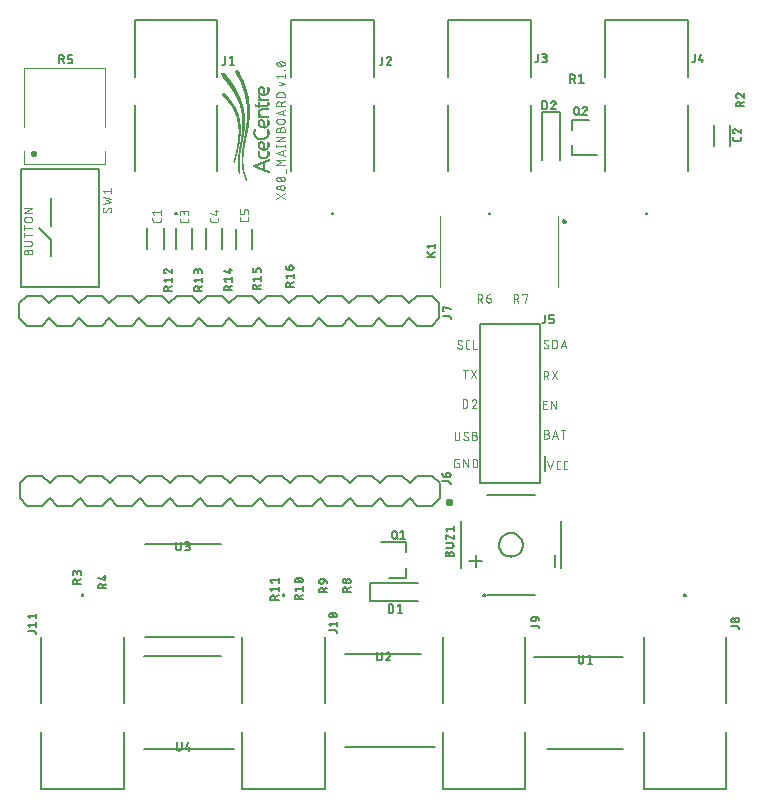
<source format=gto>
G04 EAGLE Gerber RS-274X export*
G75*
%MOMM*%
%FSLAX34Y34*%
%LPD*%
%INSilkscreen Top*%
%IPPOS*%
%AMOC8*
5,1,8,0,0,1.08239X$1,22.5*%
G01*
%ADD10C,0.101600*%
%ADD11C,0.127000*%
%ADD12C,0.152400*%
%ADD13R,0.010000X0.180000*%
%ADD14R,0.010000X0.140000*%
%ADD15R,0.010000X0.200000*%
%ADD16R,0.010000X0.150000*%
%ADD17R,0.010000X0.120000*%
%ADD18R,0.010000X0.100000*%
%ADD19R,0.010000X0.090000*%
%ADD20R,0.010000X0.270000*%
%ADD21R,0.010000X0.310000*%
%ADD22R,0.010000X0.280000*%
%ADD23R,0.010000X0.350000*%
%ADD24R,0.010000X0.380000*%
%ADD25R,0.010000X0.130000*%
%ADD26R,0.010000X0.220000*%
%ADD27R,0.010000X0.400000*%
%ADD28R,0.010000X0.420000*%
%ADD29R,0.010000X0.440000*%
%ADD30R,0.010000X0.410000*%
%ADD31R,0.010000X0.240000*%
%ADD32R,0.010000X0.460000*%
%ADD33R,0.010000X0.470000*%
%ADD34R,0.010000X0.490000*%
%ADD35R,0.010000X0.250000*%
%ADD36R,0.010000X0.510000*%
%ADD37R,0.010000X0.540000*%
%ADD38R,0.010000X0.500000*%
%ADD39R,0.010000X0.260000*%
%ADD40R,0.010000X0.520000*%
%ADD41R,0.010000X0.590000*%
%ADD42R,0.010000X0.530000*%
%ADD43R,0.010000X0.640000*%
%ADD44R,0.010000X0.660000*%
%ADD45R,0.010000X0.550000*%
%ADD46R,0.010000X0.680000*%
%ADD47R,0.010000X0.560000*%
%ADD48R,0.010000X0.570000*%
%ADD49R,0.010000X0.210000*%
%ADD50R,0.010000X0.690000*%
%ADD51R,0.010000X0.060000*%
%ADD52R,0.010000X0.230000*%
%ADD53R,0.010000X0.160000*%
%ADD54R,0.010000X0.110000*%
%ADD55R,0.010000X0.190000*%
%ADD56R,0.010000X0.050000*%
%ADD57R,0.010000X0.070000*%
%ADD58R,0.010000X0.020000*%
%ADD59R,0.010000X0.030000*%
%ADD60R,0.010000X0.170000*%
%ADD61R,0.010000X0.830000*%
%ADD62R,0.010000X0.810000*%
%ADD63R,0.010000X0.620000*%
%ADD64R,0.010000X0.610000*%
%ADD65R,0.010000X0.800000*%
%ADD66R,0.010000X0.790000*%
%ADD67R,0.010000X0.780000*%
%ADD68R,0.010000X0.670000*%
%ADD69R,0.010000X0.770000*%
%ADD70R,0.010000X0.700000*%
%ADD71R,0.010000X0.760000*%
%ADD72R,0.010000X0.710000*%
%ADD73R,0.010000X0.750000*%
%ADD74R,0.010000X0.720000*%
%ADD75R,0.010000X0.740000*%
%ADD76R,0.010000X0.730000*%
%ADD77R,0.010000X0.080000*%
%ADD78R,0.010000X0.450000*%
%ADD79R,0.010000X0.480000*%
%ADD80R,0.010000X0.390000*%
%ADD81R,0.010000X0.340000*%
%ADD82R,0.010000X0.330000*%
%ADD83R,0.010000X0.300000*%
%ADD84R,0.010000X0.290000*%
%ADD85R,0.010000X0.040000*%
%ADD86R,0.010000X0.910000*%
%ADD87R,0.010000X1.170000*%
%ADD88R,0.010000X1.380000*%
%ADD89R,0.010000X1.570000*%
%ADD90R,0.010000X1.730000*%
%ADD91R,0.010000X1.880000*%
%ADD92R,0.010000X2.020000*%
%ADD93R,0.010000X2.160000*%
%ADD94R,0.010000X2.290000*%
%ADD95R,0.010000X2.400000*%
%ADD96R,0.010000X2.520000*%
%ADD97R,0.010000X2.630000*%
%ADD98R,0.010000X2.730000*%
%ADD99R,0.010000X2.840000*%
%ADD100R,0.010000X2.950000*%
%ADD101R,0.010000X1.540000*%
%ADD102R,0.010000X1.130000*%
%ADD103R,0.010000X1.270000*%
%ADD104R,0.010000X1.020000*%
%ADD105R,0.010000X0.950000*%
%ADD106R,0.010000X1.100000*%
%ADD107R,0.010000X0.890000*%
%ADD108R,0.010000X1.040000*%
%ADD109R,0.010000X0.860000*%
%ADD110R,0.010000X1.000000*%
%ADD111R,0.010000X0.820000*%
%ADD112R,0.010000X0.970000*%
%ADD113R,0.010000X0.930000*%
%ADD114R,0.010000X0.900000*%
%ADD115R,0.010000X0.840000*%
%ADD116R,0.010000X0.650000*%
%ADD117R,0.010000X0.630000*%
%ADD118R,0.010000X0.600000*%
%ADD119R,0.010000X1.320000*%
%ADD120R,0.010000X1.480000*%
%ADD121R,0.010000X1.630000*%
%ADD122R,0.010000X1.760000*%
%ADD123R,0.010000X1.890000*%
%ADD124R,0.010000X2.140000*%
%ADD125R,0.010000X0.360000*%
%ADD126R,0.010000X2.240000*%
%ADD127R,0.010000X2.350000*%
%ADD128R,0.010000X2.440000*%
%ADD129R,0.010000X2.550000*%
%ADD130R,0.010000X1.830000*%
%ADD131R,0.010000X2.650000*%
%ADD132R,0.010000X1.710000*%
%ADD133R,0.010000X1.110000*%
%ADD134R,0.010000X1.220000*%
%ADD135R,0.010000X0.960000*%
%ADD136R,0.010000X1.070000*%
%ADD137R,0.010000X1.430000*%
%ADD138R,0.010000X0.990000*%
%ADD139R,0.010000X1.280000*%
%ADD140R,0.010000X0.940000*%
%ADD141R,0.010000X0.880000*%
%ADD142R,0.010000X0.580000*%
%ADD143R,0.010000X0.850000*%
%ADD144R,0.010000X1.060000*%
%ADD145R,0.010000X1.240000*%
%ADD146R,0.010000X1.390000*%
%ADD147R,0.010000X1.530000*%
%ADD148R,0.010000X1.660000*%
%ADD149R,0.010000X1.770000*%
%ADD150R,0.010000X2.000000*%
%ADD151R,0.010000X0.430000*%
%ADD152R,0.010000X2.100000*%
%ADD153R,0.010000X1.600000*%
%ADD154R,0.010000X2.200000*%
%ADD155R,0.010000X1.460000*%
%ADD156R,0.010000X1.150000*%
%ADD157R,0.010000X0.370000*%
%ADD158R,0.010000X0.320000*%
%ADD159C,0.100000*%
%ADD160C,0.300000*%
%ADD161C,0.254000*%
%ADD162C,0.200000*%
%ADD163C,0.203200*%


D10*
X221485Y569758D02*
X226226Y571338D01*
X221485Y572919D01*
X220694Y575947D02*
X219114Y577922D01*
X226226Y577922D01*
X226226Y575947D02*
X226226Y579898D01*
X226226Y582845D02*
X225831Y582845D01*
X225831Y583240D01*
X226226Y583240D01*
X226226Y582845D01*
X222670Y586188D02*
X222522Y586190D01*
X222375Y586195D01*
X222227Y586205D01*
X222080Y586218D01*
X221933Y586234D01*
X221787Y586255D01*
X221642Y586279D01*
X221496Y586307D01*
X221352Y586338D01*
X221209Y586373D01*
X221066Y586412D01*
X220925Y586454D01*
X220784Y586500D01*
X220645Y586549D01*
X220507Y586602D01*
X220370Y586658D01*
X220235Y586718D01*
X220102Y586781D01*
X220102Y586780D02*
X220031Y586806D01*
X219962Y586836D01*
X219894Y586870D01*
X219828Y586907D01*
X219764Y586947D01*
X219702Y586991D01*
X219643Y587037D01*
X219586Y587087D01*
X219532Y587140D01*
X219480Y587195D01*
X219432Y587253D01*
X219386Y587313D01*
X219344Y587376D01*
X219305Y587441D01*
X219269Y587507D01*
X219237Y587576D01*
X219209Y587645D01*
X219184Y587717D01*
X219163Y587789D01*
X219145Y587863D01*
X219132Y587937D01*
X219122Y588012D01*
X219116Y588087D01*
X219114Y588163D01*
X219116Y588239D01*
X219122Y588314D01*
X219132Y588389D01*
X219145Y588463D01*
X219163Y588537D01*
X219184Y588609D01*
X219209Y588681D01*
X219237Y588750D01*
X219269Y588819D01*
X219305Y588885D01*
X219344Y588950D01*
X219386Y589013D01*
X219432Y589073D01*
X219480Y589131D01*
X219532Y589186D01*
X219586Y589239D01*
X219643Y589289D01*
X219702Y589335D01*
X219764Y589379D01*
X219828Y589419D01*
X219894Y589456D01*
X219962Y589490D01*
X220031Y589520D01*
X220102Y589546D01*
X220235Y589609D01*
X220370Y589669D01*
X220507Y589725D01*
X220645Y589778D01*
X220784Y589827D01*
X220925Y589873D01*
X221066Y589915D01*
X221209Y589954D01*
X221352Y589989D01*
X221496Y590020D01*
X221642Y590048D01*
X221787Y590072D01*
X221933Y590093D01*
X222080Y590109D01*
X222227Y590122D01*
X222375Y590132D01*
X222522Y590137D01*
X222670Y590139D01*
X222670Y586188D02*
X222818Y586190D01*
X222965Y586195D01*
X223113Y586205D01*
X223260Y586218D01*
X223407Y586234D01*
X223553Y586255D01*
X223698Y586279D01*
X223844Y586307D01*
X223988Y586338D01*
X224131Y586373D01*
X224274Y586412D01*
X224415Y586454D01*
X224556Y586500D01*
X224695Y586549D01*
X224833Y586602D01*
X224970Y586658D01*
X225105Y586718D01*
X225238Y586781D01*
X225238Y586780D02*
X225309Y586806D01*
X225378Y586836D01*
X225446Y586870D01*
X225512Y586907D01*
X225576Y586947D01*
X225638Y586991D01*
X225697Y587037D01*
X225754Y587087D01*
X225808Y587140D01*
X225860Y587195D01*
X225908Y587253D01*
X225954Y587313D01*
X225996Y587376D01*
X226035Y587441D01*
X226071Y587507D01*
X226103Y587576D01*
X226131Y587646D01*
X226156Y587717D01*
X226177Y587789D01*
X226195Y587863D01*
X226208Y587937D01*
X226218Y588012D01*
X226224Y588087D01*
X226226Y588163D01*
X225238Y589546D02*
X225105Y589609D01*
X224970Y589669D01*
X224833Y589725D01*
X224695Y589778D01*
X224556Y589827D01*
X224415Y589873D01*
X224274Y589915D01*
X224131Y589954D01*
X223988Y589989D01*
X223844Y590020D01*
X223698Y590048D01*
X223553Y590072D01*
X223407Y590093D01*
X223260Y590109D01*
X223113Y590122D01*
X222965Y590132D01*
X222818Y590137D01*
X222670Y590139D01*
X225238Y589546D02*
X225309Y589520D01*
X225378Y589490D01*
X225446Y589456D01*
X225512Y589419D01*
X225576Y589379D01*
X225638Y589335D01*
X225697Y589289D01*
X225754Y589239D01*
X225808Y589186D01*
X225860Y589131D01*
X225908Y589073D01*
X225954Y589013D01*
X225996Y588950D01*
X226035Y588885D01*
X226071Y588819D01*
X226103Y588750D01*
X226131Y588680D01*
X226156Y588609D01*
X226177Y588537D01*
X226195Y588463D01*
X226208Y588389D01*
X226218Y588314D01*
X226224Y588239D01*
X226226Y588163D01*
X224646Y586583D02*
X220694Y589744D01*
X219030Y478399D02*
X226142Y473658D01*
X226142Y478399D02*
X219030Y473658D01*
X224166Y481368D02*
X224079Y481370D01*
X223991Y481376D01*
X223904Y481385D01*
X223818Y481399D01*
X223732Y481416D01*
X223648Y481437D01*
X223564Y481462D01*
X223481Y481491D01*
X223400Y481523D01*
X223320Y481558D01*
X223242Y481597D01*
X223165Y481640D01*
X223091Y481686D01*
X223019Y481735D01*
X222949Y481787D01*
X222881Y481843D01*
X222816Y481901D01*
X222753Y481962D01*
X222694Y482026D01*
X222637Y482093D01*
X222583Y482161D01*
X222532Y482233D01*
X222485Y482306D01*
X222440Y482381D01*
X222399Y482459D01*
X222362Y482538D01*
X222328Y482618D01*
X222298Y482700D01*
X222271Y482783D01*
X222248Y482868D01*
X222229Y482953D01*
X222214Y483039D01*
X222202Y483126D01*
X222194Y483213D01*
X222190Y483300D01*
X222190Y483388D01*
X222194Y483475D01*
X222202Y483562D01*
X222214Y483649D01*
X222229Y483735D01*
X222248Y483820D01*
X222271Y483905D01*
X222298Y483988D01*
X222328Y484070D01*
X222362Y484150D01*
X222399Y484229D01*
X222440Y484307D01*
X222485Y484382D01*
X222532Y484455D01*
X222583Y484527D01*
X222637Y484595D01*
X222694Y484662D01*
X222753Y484726D01*
X222816Y484787D01*
X222881Y484845D01*
X222949Y484901D01*
X223019Y484953D01*
X223091Y485002D01*
X223165Y485048D01*
X223242Y485091D01*
X223320Y485130D01*
X223400Y485165D01*
X223481Y485197D01*
X223564Y485226D01*
X223648Y485251D01*
X223732Y485272D01*
X223818Y485289D01*
X223904Y485303D01*
X223991Y485312D01*
X224079Y485318D01*
X224166Y485320D01*
X224253Y485318D01*
X224341Y485312D01*
X224428Y485303D01*
X224514Y485289D01*
X224600Y485272D01*
X224684Y485251D01*
X224768Y485226D01*
X224851Y485197D01*
X224932Y485165D01*
X225012Y485130D01*
X225090Y485091D01*
X225167Y485048D01*
X225241Y485002D01*
X225313Y484953D01*
X225383Y484901D01*
X225451Y484845D01*
X225516Y484787D01*
X225579Y484726D01*
X225638Y484662D01*
X225695Y484595D01*
X225749Y484527D01*
X225800Y484455D01*
X225847Y484382D01*
X225892Y484307D01*
X225933Y484229D01*
X225970Y484150D01*
X226004Y484070D01*
X226034Y483988D01*
X226061Y483905D01*
X226084Y483820D01*
X226103Y483735D01*
X226118Y483649D01*
X226130Y483562D01*
X226138Y483475D01*
X226142Y483388D01*
X226142Y483300D01*
X226138Y483213D01*
X226130Y483126D01*
X226118Y483039D01*
X226103Y482953D01*
X226084Y482868D01*
X226061Y482783D01*
X226034Y482700D01*
X226004Y482618D01*
X225970Y482538D01*
X225933Y482459D01*
X225892Y482381D01*
X225847Y482306D01*
X225800Y482233D01*
X225749Y482161D01*
X225695Y482093D01*
X225638Y482026D01*
X225579Y481962D01*
X225516Y481901D01*
X225451Y481843D01*
X225383Y481787D01*
X225313Y481735D01*
X225241Y481686D01*
X225167Y481640D01*
X225090Y481597D01*
X225012Y481558D01*
X224932Y481523D01*
X224851Y481491D01*
X224768Y481462D01*
X224684Y481437D01*
X224600Y481416D01*
X224514Y481399D01*
X224428Y481385D01*
X224341Y481376D01*
X224253Y481370D01*
X224166Y481368D01*
X220610Y481764D02*
X220531Y481766D01*
X220453Y481772D01*
X220375Y481782D01*
X220297Y481795D01*
X220220Y481813D01*
X220144Y481834D01*
X220070Y481859D01*
X219996Y481888D01*
X219924Y481920D01*
X219854Y481956D01*
X219786Y481996D01*
X219720Y482039D01*
X219656Y482085D01*
X219594Y482134D01*
X219535Y482186D01*
X219479Y482241D01*
X219425Y482299D01*
X219375Y482359D01*
X219327Y482422D01*
X219283Y482487D01*
X219242Y482554D01*
X219204Y482623D01*
X219170Y482694D01*
X219139Y482767D01*
X219112Y482841D01*
X219089Y482916D01*
X219070Y482992D01*
X219054Y483070D01*
X219042Y483148D01*
X219034Y483226D01*
X219030Y483305D01*
X219030Y483383D01*
X219034Y483462D01*
X219042Y483540D01*
X219054Y483618D01*
X219070Y483696D01*
X219089Y483772D01*
X219112Y483847D01*
X219139Y483921D01*
X219170Y483994D01*
X219204Y484065D01*
X219242Y484134D01*
X219283Y484201D01*
X219327Y484266D01*
X219375Y484329D01*
X219425Y484389D01*
X219479Y484447D01*
X219535Y484502D01*
X219594Y484554D01*
X219656Y484603D01*
X219720Y484649D01*
X219786Y484692D01*
X219854Y484732D01*
X219924Y484768D01*
X219996Y484800D01*
X220070Y484829D01*
X220144Y484854D01*
X220220Y484875D01*
X220297Y484893D01*
X220375Y484906D01*
X220453Y484916D01*
X220531Y484922D01*
X220610Y484924D01*
X220689Y484922D01*
X220767Y484916D01*
X220845Y484906D01*
X220923Y484893D01*
X221000Y484875D01*
X221076Y484854D01*
X221150Y484829D01*
X221224Y484800D01*
X221296Y484768D01*
X221366Y484732D01*
X221434Y484692D01*
X221500Y484649D01*
X221564Y484603D01*
X221626Y484554D01*
X221685Y484502D01*
X221741Y484447D01*
X221795Y484389D01*
X221845Y484329D01*
X221893Y484266D01*
X221937Y484201D01*
X221978Y484134D01*
X222016Y484065D01*
X222050Y483994D01*
X222081Y483921D01*
X222108Y483847D01*
X222131Y483772D01*
X222150Y483696D01*
X222166Y483618D01*
X222178Y483540D01*
X222186Y483462D01*
X222190Y483383D01*
X222190Y483305D01*
X222186Y483226D01*
X222178Y483148D01*
X222166Y483070D01*
X222150Y482992D01*
X222131Y482916D01*
X222108Y482841D01*
X222081Y482767D01*
X222050Y482694D01*
X222016Y482623D01*
X221978Y482554D01*
X221937Y482487D01*
X221893Y482422D01*
X221845Y482359D01*
X221795Y482299D01*
X221741Y482241D01*
X221685Y482186D01*
X221626Y482134D01*
X221564Y482085D01*
X221500Y482039D01*
X221434Y481996D01*
X221366Y481956D01*
X221296Y481920D01*
X221224Y481888D01*
X221150Y481859D01*
X221076Y481834D01*
X221000Y481813D01*
X220923Y481795D01*
X220845Y481782D01*
X220767Y481772D01*
X220689Y481766D01*
X220610Y481764D01*
X222586Y488683D02*
X222438Y488685D01*
X222291Y488690D01*
X222143Y488700D01*
X221996Y488713D01*
X221849Y488729D01*
X221703Y488750D01*
X221558Y488774D01*
X221412Y488802D01*
X221268Y488833D01*
X221125Y488868D01*
X220982Y488907D01*
X220841Y488949D01*
X220700Y488995D01*
X220561Y489044D01*
X220423Y489097D01*
X220286Y489153D01*
X220151Y489213D01*
X220018Y489276D01*
X219947Y489302D01*
X219878Y489332D01*
X219810Y489366D01*
X219744Y489403D01*
X219680Y489443D01*
X219618Y489487D01*
X219559Y489533D01*
X219502Y489583D01*
X219448Y489636D01*
X219396Y489691D01*
X219348Y489749D01*
X219302Y489809D01*
X219260Y489872D01*
X219221Y489937D01*
X219185Y490003D01*
X219153Y490072D01*
X219125Y490141D01*
X219100Y490213D01*
X219079Y490285D01*
X219061Y490359D01*
X219048Y490433D01*
X219038Y490508D01*
X219032Y490583D01*
X219030Y490659D01*
X219032Y490735D01*
X219038Y490810D01*
X219048Y490885D01*
X219061Y490959D01*
X219079Y491033D01*
X219100Y491105D01*
X219125Y491177D01*
X219153Y491246D01*
X219185Y491315D01*
X219221Y491381D01*
X219260Y491446D01*
X219302Y491509D01*
X219348Y491569D01*
X219396Y491627D01*
X219448Y491682D01*
X219502Y491735D01*
X219559Y491785D01*
X219618Y491831D01*
X219680Y491875D01*
X219744Y491915D01*
X219810Y491952D01*
X219878Y491986D01*
X219947Y492016D01*
X220018Y492042D01*
X220151Y492105D01*
X220286Y492165D01*
X220423Y492221D01*
X220561Y492274D01*
X220700Y492323D01*
X220841Y492369D01*
X220982Y492411D01*
X221125Y492450D01*
X221268Y492485D01*
X221412Y492516D01*
X221558Y492544D01*
X221703Y492568D01*
X221849Y492589D01*
X221996Y492605D01*
X222143Y492618D01*
X222291Y492628D01*
X222438Y492633D01*
X222586Y492635D01*
X222586Y488684D02*
X222734Y488686D01*
X222881Y488691D01*
X223029Y488701D01*
X223176Y488714D01*
X223323Y488730D01*
X223469Y488751D01*
X223614Y488775D01*
X223760Y488803D01*
X223904Y488834D01*
X224047Y488869D01*
X224190Y488908D01*
X224331Y488950D01*
X224472Y488996D01*
X224611Y489045D01*
X224749Y489098D01*
X224886Y489154D01*
X225021Y489214D01*
X225154Y489277D01*
X225154Y489276D02*
X225225Y489302D01*
X225294Y489332D01*
X225362Y489366D01*
X225428Y489403D01*
X225492Y489443D01*
X225554Y489487D01*
X225613Y489533D01*
X225670Y489583D01*
X225724Y489636D01*
X225776Y489691D01*
X225824Y489749D01*
X225870Y489809D01*
X225912Y489872D01*
X225951Y489937D01*
X225987Y490003D01*
X226019Y490072D01*
X226047Y490142D01*
X226072Y490213D01*
X226093Y490285D01*
X226111Y490359D01*
X226124Y490433D01*
X226134Y490508D01*
X226140Y490583D01*
X226142Y490659D01*
X225154Y492042D02*
X225021Y492105D01*
X224886Y492165D01*
X224749Y492221D01*
X224611Y492274D01*
X224472Y492323D01*
X224331Y492369D01*
X224190Y492411D01*
X224047Y492450D01*
X223904Y492485D01*
X223760Y492516D01*
X223614Y492544D01*
X223469Y492568D01*
X223323Y492589D01*
X223176Y492605D01*
X223029Y492618D01*
X222881Y492628D01*
X222734Y492633D01*
X222586Y492635D01*
X225154Y492042D02*
X225225Y492016D01*
X225294Y491986D01*
X225362Y491952D01*
X225428Y491915D01*
X225492Y491875D01*
X225554Y491831D01*
X225613Y491785D01*
X225670Y491735D01*
X225724Y491682D01*
X225776Y491627D01*
X225824Y491569D01*
X225870Y491509D01*
X225912Y491446D01*
X225951Y491381D01*
X225987Y491315D01*
X226019Y491246D01*
X226047Y491176D01*
X226072Y491105D01*
X226093Y491033D01*
X226111Y490959D01*
X226124Y490885D01*
X226134Y490810D01*
X226140Y490735D01*
X226142Y490659D01*
X224562Y489079D02*
X220610Y492240D01*
X226932Y495662D02*
X226932Y498823D01*
X226142Y502187D02*
X219030Y502187D01*
X222981Y504558D01*
X219030Y506929D01*
X226142Y506929D01*
X226142Y510234D02*
X219030Y512605D01*
X226142Y514975D01*
X224364Y514383D02*
X224364Y510827D01*
X226142Y518457D02*
X219030Y518457D01*
X226142Y517667D02*
X226142Y519247D01*
X219030Y519247D02*
X219030Y517667D01*
X219030Y522577D02*
X226142Y522577D01*
X226142Y526528D02*
X219030Y522577D01*
X219030Y526528D02*
X226142Y526528D01*
X222191Y530519D02*
X222191Y532494D01*
X222190Y532494D02*
X222192Y532581D01*
X222198Y532669D01*
X222207Y532756D01*
X222221Y532842D01*
X222238Y532928D01*
X222259Y533012D01*
X222284Y533096D01*
X222313Y533179D01*
X222345Y533260D01*
X222380Y533340D01*
X222419Y533418D01*
X222462Y533495D01*
X222508Y533569D01*
X222557Y533641D01*
X222609Y533711D01*
X222665Y533779D01*
X222723Y533844D01*
X222784Y533907D01*
X222848Y533966D01*
X222915Y534023D01*
X222983Y534077D01*
X223055Y534128D01*
X223128Y534175D01*
X223203Y534220D01*
X223281Y534261D01*
X223360Y534298D01*
X223440Y534332D01*
X223522Y534362D01*
X223605Y534389D01*
X223690Y534412D01*
X223775Y534431D01*
X223861Y534446D01*
X223948Y534458D01*
X224035Y534466D01*
X224122Y534470D01*
X224210Y534470D01*
X224297Y534466D01*
X224384Y534458D01*
X224471Y534446D01*
X224557Y534431D01*
X224642Y534412D01*
X224727Y534389D01*
X224810Y534362D01*
X224892Y534332D01*
X224972Y534298D01*
X225051Y534261D01*
X225129Y534220D01*
X225204Y534175D01*
X225277Y534128D01*
X225349Y534077D01*
X225417Y534023D01*
X225484Y533966D01*
X225548Y533907D01*
X225609Y533844D01*
X225667Y533779D01*
X225723Y533711D01*
X225775Y533641D01*
X225824Y533569D01*
X225870Y533495D01*
X225913Y533418D01*
X225952Y533340D01*
X225987Y533260D01*
X226019Y533179D01*
X226048Y533096D01*
X226073Y533012D01*
X226094Y532928D01*
X226111Y532842D01*
X226125Y532756D01*
X226134Y532669D01*
X226140Y532581D01*
X226142Y532494D01*
X226142Y530519D01*
X219030Y530519D01*
X219030Y532494D01*
X219032Y532573D01*
X219038Y532651D01*
X219048Y532729D01*
X219061Y532807D01*
X219079Y532884D01*
X219100Y532960D01*
X219125Y533034D01*
X219154Y533108D01*
X219186Y533180D01*
X219222Y533250D01*
X219262Y533318D01*
X219305Y533384D01*
X219351Y533448D01*
X219400Y533510D01*
X219452Y533569D01*
X219507Y533625D01*
X219565Y533679D01*
X219625Y533729D01*
X219688Y533777D01*
X219753Y533821D01*
X219820Y533862D01*
X219889Y533900D01*
X219960Y533934D01*
X220033Y533965D01*
X220107Y533992D01*
X220182Y534015D01*
X220258Y534034D01*
X220336Y534050D01*
X220414Y534062D01*
X220492Y534070D01*
X220571Y534074D01*
X220649Y534074D01*
X220728Y534070D01*
X220806Y534062D01*
X220884Y534050D01*
X220962Y534034D01*
X221038Y534015D01*
X221113Y533992D01*
X221187Y533965D01*
X221260Y533934D01*
X221331Y533900D01*
X221400Y533862D01*
X221467Y533821D01*
X221532Y533777D01*
X221595Y533729D01*
X221655Y533679D01*
X221713Y533625D01*
X221768Y533569D01*
X221820Y533510D01*
X221869Y533448D01*
X221915Y533384D01*
X221958Y533318D01*
X221998Y533250D01*
X222034Y533180D01*
X222066Y533108D01*
X222095Y533034D01*
X222120Y532960D01*
X222141Y532884D01*
X222159Y532807D01*
X222172Y532729D01*
X222182Y532651D01*
X222188Y532573D01*
X222190Y532494D01*
X221006Y537451D02*
X224166Y537451D01*
X221006Y537451D02*
X220919Y537453D01*
X220831Y537459D01*
X220744Y537468D01*
X220658Y537482D01*
X220572Y537499D01*
X220488Y537520D01*
X220404Y537545D01*
X220321Y537574D01*
X220240Y537606D01*
X220160Y537641D01*
X220082Y537680D01*
X220005Y537723D01*
X219931Y537769D01*
X219859Y537818D01*
X219789Y537870D01*
X219721Y537926D01*
X219656Y537984D01*
X219593Y538045D01*
X219534Y538109D01*
X219477Y538176D01*
X219423Y538244D01*
X219372Y538316D01*
X219325Y538389D01*
X219280Y538464D01*
X219239Y538542D01*
X219202Y538621D01*
X219168Y538701D01*
X219138Y538783D01*
X219111Y538866D01*
X219088Y538951D01*
X219069Y539036D01*
X219054Y539122D01*
X219042Y539209D01*
X219034Y539296D01*
X219030Y539383D01*
X219030Y539471D01*
X219034Y539558D01*
X219042Y539645D01*
X219054Y539732D01*
X219069Y539818D01*
X219088Y539903D01*
X219111Y539988D01*
X219138Y540071D01*
X219168Y540153D01*
X219202Y540233D01*
X219239Y540312D01*
X219280Y540390D01*
X219325Y540465D01*
X219372Y540538D01*
X219423Y540610D01*
X219477Y540678D01*
X219534Y540745D01*
X219593Y540809D01*
X219656Y540870D01*
X219721Y540928D01*
X219789Y540984D01*
X219859Y541036D01*
X219931Y541085D01*
X220005Y541131D01*
X220082Y541174D01*
X220160Y541213D01*
X220240Y541248D01*
X220321Y541280D01*
X220404Y541309D01*
X220488Y541334D01*
X220572Y541355D01*
X220658Y541372D01*
X220744Y541386D01*
X220831Y541395D01*
X220919Y541401D01*
X221006Y541403D01*
X224166Y541403D01*
X224253Y541401D01*
X224341Y541395D01*
X224428Y541386D01*
X224514Y541372D01*
X224600Y541355D01*
X224684Y541334D01*
X224768Y541309D01*
X224851Y541280D01*
X224932Y541248D01*
X225012Y541213D01*
X225090Y541174D01*
X225167Y541131D01*
X225241Y541085D01*
X225313Y541036D01*
X225383Y540984D01*
X225451Y540928D01*
X225516Y540870D01*
X225579Y540809D01*
X225638Y540745D01*
X225695Y540678D01*
X225749Y540610D01*
X225800Y540538D01*
X225847Y540465D01*
X225892Y540390D01*
X225933Y540312D01*
X225970Y540233D01*
X226004Y540153D01*
X226034Y540071D01*
X226061Y539988D01*
X226084Y539903D01*
X226103Y539818D01*
X226118Y539732D01*
X226130Y539645D01*
X226138Y539558D01*
X226142Y539471D01*
X226142Y539383D01*
X226138Y539296D01*
X226130Y539209D01*
X226118Y539122D01*
X226103Y539036D01*
X226084Y538951D01*
X226061Y538866D01*
X226034Y538783D01*
X226004Y538701D01*
X225970Y538621D01*
X225933Y538542D01*
X225892Y538464D01*
X225847Y538389D01*
X225800Y538316D01*
X225749Y538244D01*
X225695Y538176D01*
X225638Y538109D01*
X225579Y538045D01*
X225516Y537984D01*
X225451Y537926D01*
X225383Y537870D01*
X225313Y537818D01*
X225241Y537769D01*
X225167Y537723D01*
X225090Y537680D01*
X225012Y537641D01*
X224932Y537606D01*
X224851Y537574D01*
X224768Y537545D01*
X224684Y537520D01*
X224600Y537499D01*
X224514Y537482D01*
X224428Y537468D01*
X224341Y537459D01*
X224253Y537453D01*
X224166Y537451D01*
X226142Y544372D02*
X219030Y546742D01*
X226142Y549113D01*
X224364Y548520D02*
X224364Y544964D01*
X226142Y552386D02*
X219030Y552386D01*
X219030Y554362D01*
X219032Y554449D01*
X219038Y554537D01*
X219047Y554624D01*
X219061Y554710D01*
X219078Y554796D01*
X219099Y554880D01*
X219124Y554964D01*
X219153Y555047D01*
X219185Y555128D01*
X219220Y555208D01*
X219259Y555286D01*
X219302Y555363D01*
X219348Y555437D01*
X219397Y555509D01*
X219449Y555579D01*
X219505Y555647D01*
X219563Y555712D01*
X219624Y555775D01*
X219688Y555834D01*
X219755Y555891D01*
X219823Y555945D01*
X219895Y555996D01*
X219968Y556043D01*
X220043Y556088D01*
X220121Y556129D01*
X220200Y556166D01*
X220280Y556200D01*
X220362Y556230D01*
X220445Y556257D01*
X220530Y556280D01*
X220615Y556299D01*
X220701Y556314D01*
X220788Y556326D01*
X220875Y556334D01*
X220962Y556338D01*
X221050Y556338D01*
X221137Y556334D01*
X221224Y556326D01*
X221311Y556314D01*
X221397Y556299D01*
X221482Y556280D01*
X221567Y556257D01*
X221650Y556230D01*
X221732Y556200D01*
X221812Y556166D01*
X221891Y556129D01*
X221969Y556088D01*
X222044Y556043D01*
X222117Y555996D01*
X222189Y555945D01*
X222257Y555891D01*
X222324Y555834D01*
X222388Y555775D01*
X222449Y555712D01*
X222507Y555647D01*
X222563Y555579D01*
X222615Y555509D01*
X222664Y555437D01*
X222710Y555363D01*
X222753Y555286D01*
X222792Y555208D01*
X222827Y555128D01*
X222859Y555047D01*
X222888Y554964D01*
X222913Y554880D01*
X222934Y554796D01*
X222951Y554710D01*
X222965Y554624D01*
X222974Y554537D01*
X222980Y554449D01*
X222982Y554362D01*
X222981Y554362D02*
X222981Y552386D01*
X222981Y554757D02*
X226142Y556337D01*
X226142Y559885D02*
X219030Y559885D01*
X219030Y561860D01*
X219032Y561946D01*
X219038Y562032D01*
X219047Y562118D01*
X219060Y562203D01*
X219077Y562288D01*
X219097Y562371D01*
X219121Y562454D01*
X219149Y562536D01*
X219180Y562616D01*
X219215Y562695D01*
X219253Y562772D01*
X219295Y562848D01*
X219339Y562922D01*
X219387Y562993D01*
X219438Y563063D01*
X219492Y563130D01*
X219549Y563195D01*
X219609Y563257D01*
X219671Y563317D01*
X219736Y563374D01*
X219803Y563428D01*
X219873Y563479D01*
X219944Y563527D01*
X220018Y563571D01*
X220094Y563613D01*
X220171Y563651D01*
X220250Y563686D01*
X220330Y563717D01*
X220412Y563745D01*
X220495Y563769D01*
X220578Y563789D01*
X220663Y563806D01*
X220748Y563819D01*
X220834Y563828D01*
X220920Y563834D01*
X221006Y563836D01*
X224166Y563836D01*
X224252Y563834D01*
X224338Y563828D01*
X224424Y563819D01*
X224509Y563806D01*
X224594Y563789D01*
X224677Y563769D01*
X224760Y563745D01*
X224842Y563717D01*
X224922Y563686D01*
X225001Y563651D01*
X225078Y563613D01*
X225154Y563571D01*
X225228Y563527D01*
X225299Y563479D01*
X225369Y563428D01*
X225436Y563374D01*
X225501Y563317D01*
X225563Y563257D01*
X225623Y563195D01*
X225680Y563130D01*
X225734Y563063D01*
X225785Y562993D01*
X225833Y562922D01*
X225877Y562848D01*
X225919Y562772D01*
X225957Y562695D01*
X225992Y562616D01*
X226023Y562536D01*
X226051Y562454D01*
X226075Y562371D01*
X226095Y562288D01*
X226112Y562203D01*
X226125Y562118D01*
X226134Y562032D01*
X226140Y561946D01*
X226142Y561860D01*
X226142Y559885D01*
X447789Y347324D02*
X447867Y347326D01*
X447944Y347332D01*
X448021Y347341D01*
X448097Y347354D01*
X448173Y347371D01*
X448248Y347392D01*
X448321Y347416D01*
X448394Y347444D01*
X448465Y347476D01*
X448534Y347511D01*
X448601Y347549D01*
X448667Y347590D01*
X448730Y347635D01*
X448791Y347683D01*
X448850Y347733D01*
X448906Y347787D01*
X448960Y347843D01*
X449010Y347902D01*
X449058Y347963D01*
X449103Y348026D01*
X449144Y348092D01*
X449182Y348159D01*
X449217Y348228D01*
X449249Y348299D01*
X449277Y348372D01*
X449301Y348445D01*
X449322Y348520D01*
X449339Y348596D01*
X449352Y348672D01*
X449361Y348749D01*
X449367Y348826D01*
X449369Y348904D01*
X447789Y347324D02*
X447674Y347326D01*
X447560Y347332D01*
X447446Y347342D01*
X447332Y347355D01*
X447219Y347373D01*
X447106Y347395D01*
X446994Y347420D01*
X446884Y347449D01*
X446774Y347482D01*
X446665Y347519D01*
X446558Y347559D01*
X446452Y347603D01*
X446348Y347651D01*
X446245Y347702D01*
X446145Y347757D01*
X446046Y347815D01*
X445949Y347877D01*
X445855Y347941D01*
X445762Y348009D01*
X445672Y348081D01*
X445585Y348155D01*
X445500Y348232D01*
X445418Y348312D01*
X445616Y352856D02*
X445618Y352934D01*
X445624Y353011D01*
X445633Y353088D01*
X445646Y353164D01*
X445663Y353240D01*
X445684Y353315D01*
X445708Y353388D01*
X445736Y353461D01*
X445768Y353532D01*
X445803Y353601D01*
X445841Y353668D01*
X445882Y353734D01*
X445927Y353797D01*
X445975Y353858D01*
X446025Y353917D01*
X446079Y353973D01*
X446135Y354027D01*
X446194Y354077D01*
X446255Y354125D01*
X446318Y354170D01*
X446384Y354211D01*
X446451Y354249D01*
X446520Y354284D01*
X446591Y354316D01*
X446664Y354344D01*
X446737Y354368D01*
X446812Y354389D01*
X446888Y354406D01*
X446964Y354419D01*
X447041Y354428D01*
X447119Y354434D01*
X447196Y354436D01*
X447302Y354434D01*
X447408Y354428D01*
X447513Y354419D01*
X447618Y354406D01*
X447723Y354389D01*
X447827Y354368D01*
X447930Y354344D01*
X448032Y354316D01*
X448133Y354284D01*
X448233Y354249D01*
X448331Y354210D01*
X448429Y354167D01*
X448524Y354122D01*
X448618Y354073D01*
X448710Y354020D01*
X448800Y353964D01*
X448888Y353905D01*
X448974Y353843D01*
X446406Y351473D02*
X446339Y351515D01*
X446274Y351560D01*
X446211Y351609D01*
X446150Y351660D01*
X446093Y351715D01*
X446038Y351772D01*
X445985Y351832D01*
X445936Y351894D01*
X445890Y351959D01*
X445848Y352025D01*
X445808Y352094D01*
X445772Y352165D01*
X445740Y352238D01*
X445711Y352312D01*
X445686Y352387D01*
X445665Y352463D01*
X445647Y352541D01*
X445634Y352619D01*
X445624Y352698D01*
X445618Y352777D01*
X445616Y352856D01*
X448579Y350287D02*
X448646Y350245D01*
X448711Y350200D01*
X448774Y350151D01*
X448835Y350100D01*
X448892Y350045D01*
X448947Y349988D01*
X449000Y349928D01*
X449049Y349866D01*
X449095Y349801D01*
X449137Y349735D01*
X449177Y349666D01*
X449213Y349595D01*
X449245Y349522D01*
X449274Y349448D01*
X449299Y349373D01*
X449320Y349297D01*
X449338Y349219D01*
X449351Y349141D01*
X449361Y349062D01*
X449367Y348983D01*
X449369Y348904D01*
X448579Y350287D02*
X446406Y351473D01*
X452733Y354436D02*
X452733Y347324D01*
X452733Y354436D02*
X454709Y354436D01*
X454795Y354434D01*
X454881Y354428D01*
X454967Y354419D01*
X455052Y354406D01*
X455137Y354389D01*
X455220Y354369D01*
X455303Y354345D01*
X455385Y354317D01*
X455465Y354286D01*
X455544Y354251D01*
X455621Y354213D01*
X455697Y354171D01*
X455771Y354127D01*
X455842Y354079D01*
X455912Y354028D01*
X455979Y353974D01*
X456044Y353917D01*
X456106Y353857D01*
X456166Y353795D01*
X456223Y353730D01*
X456277Y353663D01*
X456328Y353593D01*
X456376Y353522D01*
X456420Y353448D01*
X456462Y353372D01*
X456500Y353295D01*
X456535Y353216D01*
X456566Y353136D01*
X456594Y353054D01*
X456618Y352971D01*
X456638Y352888D01*
X456655Y352803D01*
X456668Y352718D01*
X456677Y352632D01*
X456683Y352546D01*
X456685Y352460D01*
X456684Y352460D02*
X456684Y349300D01*
X456685Y349300D02*
X456683Y349214D01*
X456677Y349128D01*
X456668Y349042D01*
X456655Y348957D01*
X456638Y348872D01*
X456618Y348789D01*
X456594Y348706D01*
X456566Y348624D01*
X456535Y348544D01*
X456500Y348465D01*
X456462Y348388D01*
X456420Y348312D01*
X456376Y348238D01*
X456328Y348167D01*
X456277Y348097D01*
X456223Y348030D01*
X456166Y347965D01*
X456106Y347903D01*
X456044Y347843D01*
X455979Y347786D01*
X455912Y347732D01*
X455842Y347681D01*
X455771Y347633D01*
X455697Y347589D01*
X455621Y347547D01*
X455544Y347509D01*
X455465Y347474D01*
X455385Y347443D01*
X455303Y347415D01*
X455220Y347391D01*
X455137Y347371D01*
X455052Y347354D01*
X454967Y347341D01*
X454881Y347332D01*
X454795Y347326D01*
X454709Y347324D01*
X452733Y347324D01*
X459897Y347324D02*
X462268Y354436D01*
X464638Y347324D01*
X464046Y349102D02*
X460490Y349102D01*
X376242Y348544D02*
X376240Y348466D01*
X376234Y348389D01*
X376225Y348312D01*
X376212Y348236D01*
X376195Y348160D01*
X376174Y348085D01*
X376150Y348012D01*
X376122Y347939D01*
X376090Y347868D01*
X376055Y347799D01*
X376017Y347732D01*
X375976Y347666D01*
X375931Y347603D01*
X375883Y347542D01*
X375833Y347483D01*
X375779Y347427D01*
X375723Y347373D01*
X375664Y347323D01*
X375603Y347275D01*
X375540Y347230D01*
X375474Y347189D01*
X375407Y347151D01*
X375338Y347116D01*
X375267Y347084D01*
X375194Y347056D01*
X375121Y347032D01*
X375046Y347011D01*
X374970Y346994D01*
X374894Y346981D01*
X374817Y346972D01*
X374740Y346966D01*
X374662Y346964D01*
X374547Y346966D01*
X374433Y346972D01*
X374319Y346982D01*
X374205Y346995D01*
X374092Y347013D01*
X373979Y347035D01*
X373867Y347060D01*
X373757Y347089D01*
X373647Y347122D01*
X373538Y347159D01*
X373431Y347199D01*
X373325Y347243D01*
X373221Y347291D01*
X373118Y347342D01*
X373018Y347397D01*
X372919Y347455D01*
X372822Y347517D01*
X372728Y347581D01*
X372635Y347649D01*
X372545Y347721D01*
X372458Y347795D01*
X372373Y347872D01*
X372291Y347952D01*
X372489Y352496D02*
X372491Y352574D01*
X372497Y352651D01*
X372506Y352728D01*
X372519Y352804D01*
X372536Y352880D01*
X372557Y352955D01*
X372581Y353028D01*
X372609Y353101D01*
X372641Y353172D01*
X372676Y353241D01*
X372714Y353308D01*
X372755Y353374D01*
X372800Y353437D01*
X372848Y353498D01*
X372898Y353557D01*
X372952Y353613D01*
X373008Y353667D01*
X373067Y353717D01*
X373128Y353765D01*
X373191Y353810D01*
X373257Y353851D01*
X373324Y353889D01*
X373393Y353924D01*
X373464Y353956D01*
X373537Y353984D01*
X373610Y354008D01*
X373685Y354029D01*
X373761Y354046D01*
X373837Y354059D01*
X373914Y354068D01*
X373992Y354074D01*
X374069Y354076D01*
X374175Y354074D01*
X374281Y354068D01*
X374386Y354059D01*
X374491Y354046D01*
X374596Y354029D01*
X374700Y354008D01*
X374803Y353984D01*
X374905Y353956D01*
X375006Y353924D01*
X375106Y353889D01*
X375204Y353850D01*
X375302Y353807D01*
X375397Y353762D01*
X375491Y353713D01*
X375583Y353660D01*
X375673Y353604D01*
X375761Y353545D01*
X375847Y353483D01*
X373279Y351113D02*
X373212Y351155D01*
X373147Y351200D01*
X373084Y351249D01*
X373023Y351300D01*
X372966Y351355D01*
X372911Y351412D01*
X372858Y351472D01*
X372809Y351534D01*
X372763Y351599D01*
X372721Y351665D01*
X372681Y351734D01*
X372645Y351805D01*
X372613Y351878D01*
X372584Y351952D01*
X372559Y352027D01*
X372538Y352103D01*
X372520Y352181D01*
X372507Y352259D01*
X372497Y352338D01*
X372491Y352417D01*
X372489Y352496D01*
X375452Y349927D02*
X375519Y349885D01*
X375584Y349840D01*
X375647Y349791D01*
X375708Y349740D01*
X375765Y349685D01*
X375820Y349628D01*
X375873Y349568D01*
X375922Y349506D01*
X375968Y349441D01*
X376010Y349375D01*
X376050Y349306D01*
X376086Y349235D01*
X376118Y349162D01*
X376147Y349088D01*
X376172Y349013D01*
X376193Y348937D01*
X376211Y348859D01*
X376224Y348781D01*
X376234Y348702D01*
X376240Y348623D01*
X376242Y348544D01*
X375452Y349927D02*
X373279Y351113D01*
X380916Y346964D02*
X382496Y346964D01*
X380916Y346964D02*
X380838Y346966D01*
X380761Y346972D01*
X380684Y346981D01*
X380608Y346994D01*
X380532Y347011D01*
X380457Y347032D01*
X380384Y347056D01*
X380311Y347084D01*
X380240Y347116D01*
X380171Y347151D01*
X380104Y347189D01*
X380038Y347230D01*
X379975Y347275D01*
X379914Y347323D01*
X379855Y347373D01*
X379799Y347427D01*
X379745Y347483D01*
X379695Y347542D01*
X379647Y347603D01*
X379602Y347666D01*
X379561Y347732D01*
X379523Y347799D01*
X379488Y347868D01*
X379456Y347939D01*
X379428Y348012D01*
X379404Y348085D01*
X379383Y348160D01*
X379366Y348236D01*
X379353Y348312D01*
X379344Y348389D01*
X379338Y348466D01*
X379336Y348544D01*
X379336Y352496D01*
X379338Y352574D01*
X379344Y352651D01*
X379353Y352728D01*
X379366Y352804D01*
X379383Y352880D01*
X379404Y352955D01*
X379428Y353028D01*
X379456Y353101D01*
X379488Y353172D01*
X379523Y353241D01*
X379561Y353308D01*
X379602Y353374D01*
X379647Y353437D01*
X379695Y353498D01*
X379745Y353557D01*
X379799Y353613D01*
X379855Y353667D01*
X379914Y353717D01*
X379975Y353765D01*
X380038Y353810D01*
X380104Y353851D01*
X380171Y353889D01*
X380240Y353924D01*
X380311Y353956D01*
X380384Y353984D01*
X380457Y354008D01*
X380532Y354029D01*
X380608Y354046D01*
X380684Y354059D01*
X380761Y354068D01*
X380838Y354074D01*
X380916Y354076D01*
X382496Y354076D01*
X385721Y354076D02*
X385721Y346964D01*
X388882Y346964D01*
X448618Y252236D02*
X450989Y245124D01*
X453359Y252236D01*
X457882Y245124D02*
X459462Y245124D01*
X457882Y245124D02*
X457804Y245126D01*
X457727Y245132D01*
X457650Y245141D01*
X457574Y245154D01*
X457498Y245171D01*
X457423Y245192D01*
X457350Y245216D01*
X457277Y245244D01*
X457206Y245276D01*
X457137Y245311D01*
X457070Y245349D01*
X457004Y245390D01*
X456941Y245435D01*
X456880Y245483D01*
X456821Y245533D01*
X456765Y245587D01*
X456711Y245643D01*
X456661Y245702D01*
X456613Y245763D01*
X456568Y245826D01*
X456527Y245892D01*
X456489Y245959D01*
X456454Y246028D01*
X456422Y246099D01*
X456394Y246172D01*
X456370Y246245D01*
X456349Y246320D01*
X456332Y246396D01*
X456319Y246472D01*
X456310Y246549D01*
X456304Y246626D01*
X456302Y246704D01*
X456301Y246704D02*
X456301Y250656D01*
X456302Y250656D02*
X456304Y250734D01*
X456310Y250811D01*
X456319Y250888D01*
X456332Y250964D01*
X456349Y251040D01*
X456370Y251115D01*
X456394Y251188D01*
X456422Y251261D01*
X456454Y251332D01*
X456489Y251401D01*
X456527Y251468D01*
X456568Y251534D01*
X456613Y251597D01*
X456661Y251658D01*
X456711Y251717D01*
X456765Y251773D01*
X456821Y251827D01*
X456880Y251877D01*
X456941Y251925D01*
X457004Y251970D01*
X457070Y252011D01*
X457137Y252049D01*
X457206Y252084D01*
X457277Y252116D01*
X457350Y252144D01*
X457423Y252168D01*
X457498Y252189D01*
X457574Y252206D01*
X457650Y252219D01*
X457727Y252228D01*
X457804Y252234D01*
X457882Y252236D01*
X459462Y252236D01*
X463977Y245124D02*
X465558Y245124D01*
X463977Y245124D02*
X463899Y245126D01*
X463822Y245132D01*
X463745Y245141D01*
X463669Y245154D01*
X463593Y245171D01*
X463518Y245192D01*
X463445Y245216D01*
X463372Y245244D01*
X463301Y245276D01*
X463232Y245311D01*
X463165Y245349D01*
X463099Y245390D01*
X463036Y245435D01*
X462975Y245483D01*
X462916Y245533D01*
X462860Y245587D01*
X462806Y245643D01*
X462756Y245702D01*
X462708Y245763D01*
X462663Y245826D01*
X462622Y245892D01*
X462584Y245959D01*
X462549Y246028D01*
X462517Y246099D01*
X462489Y246172D01*
X462465Y246245D01*
X462444Y246320D01*
X462427Y246396D01*
X462414Y246472D01*
X462405Y246549D01*
X462399Y246626D01*
X462397Y246704D01*
X462397Y250656D01*
X462398Y250656D02*
X462400Y250734D01*
X462406Y250811D01*
X462415Y250888D01*
X462428Y250964D01*
X462445Y251040D01*
X462466Y251115D01*
X462490Y251188D01*
X462518Y251261D01*
X462550Y251332D01*
X462585Y251401D01*
X462623Y251468D01*
X462664Y251534D01*
X462709Y251597D01*
X462757Y251658D01*
X462807Y251717D01*
X462861Y251773D01*
X462917Y251827D01*
X462976Y251877D01*
X463037Y251925D01*
X463100Y251970D01*
X463166Y252011D01*
X463233Y252049D01*
X463302Y252084D01*
X463373Y252116D01*
X463446Y252144D01*
X463519Y252168D01*
X463594Y252189D01*
X463670Y252206D01*
X463746Y252219D01*
X463823Y252228D01*
X463900Y252234D01*
X463978Y252236D01*
X463977Y252236D02*
X465558Y252236D01*
X373576Y250315D02*
X372391Y250315D01*
X373576Y250315D02*
X373576Y246364D01*
X371206Y246364D01*
X371128Y246366D01*
X371051Y246372D01*
X370974Y246381D01*
X370898Y246394D01*
X370822Y246411D01*
X370747Y246432D01*
X370674Y246456D01*
X370601Y246484D01*
X370530Y246516D01*
X370461Y246551D01*
X370394Y246589D01*
X370328Y246630D01*
X370265Y246675D01*
X370204Y246723D01*
X370145Y246773D01*
X370089Y246827D01*
X370035Y246883D01*
X369985Y246942D01*
X369937Y247003D01*
X369892Y247066D01*
X369851Y247132D01*
X369813Y247199D01*
X369778Y247268D01*
X369746Y247339D01*
X369718Y247412D01*
X369694Y247485D01*
X369673Y247560D01*
X369656Y247636D01*
X369643Y247712D01*
X369634Y247789D01*
X369628Y247866D01*
X369626Y247944D01*
X369625Y247944D02*
X369625Y251896D01*
X369626Y251896D02*
X369628Y251974D01*
X369634Y252051D01*
X369643Y252128D01*
X369656Y252204D01*
X369673Y252280D01*
X369694Y252355D01*
X369718Y252428D01*
X369746Y252501D01*
X369778Y252572D01*
X369813Y252641D01*
X369851Y252708D01*
X369892Y252774D01*
X369937Y252837D01*
X369985Y252898D01*
X370035Y252957D01*
X370089Y253013D01*
X370145Y253067D01*
X370204Y253117D01*
X370265Y253165D01*
X370328Y253210D01*
X370394Y253251D01*
X370461Y253289D01*
X370530Y253324D01*
X370601Y253356D01*
X370674Y253384D01*
X370747Y253408D01*
X370822Y253429D01*
X370898Y253446D01*
X370974Y253459D01*
X371051Y253468D01*
X371128Y253474D01*
X371206Y253476D01*
X373576Y253476D01*
X377428Y253476D02*
X377428Y246364D01*
X381379Y246364D02*
X377428Y253476D01*
X381379Y253476D02*
X381379Y246364D01*
X385231Y246364D02*
X385231Y253476D01*
X387206Y253476D01*
X387292Y253474D01*
X387378Y253468D01*
X387464Y253459D01*
X387549Y253446D01*
X387634Y253429D01*
X387717Y253409D01*
X387800Y253385D01*
X387882Y253357D01*
X387962Y253326D01*
X388041Y253291D01*
X388118Y253253D01*
X388194Y253211D01*
X388268Y253167D01*
X388339Y253119D01*
X388409Y253068D01*
X388476Y253014D01*
X388541Y252957D01*
X388603Y252897D01*
X388663Y252835D01*
X388720Y252770D01*
X388774Y252703D01*
X388825Y252633D01*
X388873Y252562D01*
X388917Y252488D01*
X388959Y252412D01*
X388997Y252335D01*
X389032Y252256D01*
X389063Y252176D01*
X389091Y252094D01*
X389115Y252011D01*
X389135Y251928D01*
X389152Y251843D01*
X389165Y251758D01*
X389174Y251672D01*
X389180Y251586D01*
X389182Y251500D01*
X389182Y248340D01*
X389180Y248254D01*
X389174Y248168D01*
X389165Y248082D01*
X389152Y247997D01*
X389135Y247912D01*
X389115Y247829D01*
X389091Y247746D01*
X389063Y247664D01*
X389032Y247584D01*
X388997Y247505D01*
X388959Y247428D01*
X388917Y247352D01*
X388873Y247278D01*
X388825Y247207D01*
X388774Y247137D01*
X388720Y247070D01*
X388663Y247005D01*
X388603Y246943D01*
X388541Y246883D01*
X388476Y246826D01*
X388409Y246772D01*
X388339Y246721D01*
X388268Y246673D01*
X388194Y246629D01*
X388118Y246587D01*
X388041Y246549D01*
X387962Y246514D01*
X387882Y246483D01*
X387800Y246455D01*
X387717Y246431D01*
X387634Y246411D01*
X387549Y246394D01*
X387464Y246381D01*
X387378Y246372D01*
X387292Y246366D01*
X387206Y246364D01*
X385231Y246364D01*
X379084Y321964D02*
X379084Y329076D01*
X381059Y329076D02*
X377108Y329076D01*
X383541Y321964D02*
X388282Y329076D01*
X383541Y329076D02*
X388282Y321964D01*
X376772Y304076D02*
X376772Y296964D01*
X376772Y304076D02*
X378747Y304076D01*
X378833Y304074D01*
X378919Y304068D01*
X379005Y304059D01*
X379090Y304046D01*
X379175Y304029D01*
X379258Y304009D01*
X379341Y303985D01*
X379423Y303957D01*
X379503Y303926D01*
X379582Y303891D01*
X379659Y303853D01*
X379735Y303811D01*
X379809Y303767D01*
X379880Y303719D01*
X379950Y303668D01*
X380017Y303614D01*
X380082Y303557D01*
X380144Y303497D01*
X380204Y303435D01*
X380261Y303370D01*
X380315Y303303D01*
X380366Y303233D01*
X380414Y303162D01*
X380458Y303088D01*
X380500Y303012D01*
X380538Y302935D01*
X380573Y302856D01*
X380604Y302776D01*
X380632Y302694D01*
X380656Y302611D01*
X380676Y302528D01*
X380693Y302443D01*
X380706Y302358D01*
X380715Y302272D01*
X380721Y302186D01*
X380723Y302100D01*
X380723Y298940D01*
X380721Y298854D01*
X380715Y298768D01*
X380706Y298682D01*
X380693Y298597D01*
X380676Y298512D01*
X380656Y298429D01*
X380632Y298346D01*
X380604Y298264D01*
X380573Y298184D01*
X380538Y298105D01*
X380500Y298028D01*
X380458Y297952D01*
X380414Y297878D01*
X380366Y297807D01*
X380315Y297737D01*
X380261Y297670D01*
X380204Y297605D01*
X380144Y297543D01*
X380082Y297483D01*
X380017Y297426D01*
X379950Y297372D01*
X379880Y297321D01*
X379809Y297273D01*
X379735Y297229D01*
X379659Y297187D01*
X379582Y297149D01*
X379503Y297114D01*
X379423Y297083D01*
X379341Y297055D01*
X379258Y297031D01*
X379175Y297011D01*
X379090Y296994D01*
X379005Y296981D01*
X378919Y296972D01*
X378833Y296966D01*
X378747Y296964D01*
X376772Y296964D01*
X386504Y304076D02*
X386586Y304074D01*
X386668Y304068D01*
X386750Y304059D01*
X386831Y304046D01*
X386911Y304029D01*
X386991Y304008D01*
X387069Y303984D01*
X387146Y303956D01*
X387222Y303925D01*
X387297Y303890D01*
X387369Y303851D01*
X387440Y303810D01*
X387509Y303765D01*
X387575Y303717D01*
X387640Y303666D01*
X387702Y303612D01*
X387761Y303555D01*
X387818Y303496D01*
X387872Y303434D01*
X387923Y303369D01*
X387971Y303303D01*
X388016Y303234D01*
X388057Y303163D01*
X388096Y303091D01*
X388131Y303016D01*
X388162Y302940D01*
X388190Y302863D01*
X388214Y302785D01*
X388235Y302705D01*
X388252Y302625D01*
X388265Y302544D01*
X388274Y302462D01*
X388280Y302380D01*
X388282Y302298D01*
X386504Y304076D02*
X386411Y304074D01*
X386319Y304068D01*
X386227Y304059D01*
X386135Y304046D01*
X386044Y304029D01*
X385954Y304009D01*
X385864Y303985D01*
X385776Y303957D01*
X385688Y303925D01*
X385603Y303891D01*
X385518Y303852D01*
X385436Y303811D01*
X385355Y303766D01*
X385275Y303717D01*
X385198Y303666D01*
X385123Y303612D01*
X385051Y303554D01*
X384981Y303494D01*
X384913Y303430D01*
X384848Y303365D01*
X384785Y303296D01*
X384726Y303225D01*
X384669Y303152D01*
X384615Y303076D01*
X384565Y302999D01*
X384517Y302919D01*
X384473Y302838D01*
X384433Y302754D01*
X384395Y302670D01*
X384361Y302583D01*
X384331Y302496D01*
X387689Y300915D02*
X387750Y300976D01*
X387808Y301039D01*
X387863Y301105D01*
X387916Y301173D01*
X387965Y301244D01*
X388010Y301316D01*
X388053Y301391D01*
X388092Y301467D01*
X388128Y301546D01*
X388160Y301625D01*
X388188Y301706D01*
X388213Y301789D01*
X388234Y301872D01*
X388251Y301956D01*
X388265Y302041D01*
X388274Y302126D01*
X388280Y302212D01*
X388282Y302298D01*
X387689Y300915D02*
X384331Y296964D01*
X388282Y296964D01*
X370062Y276576D02*
X370062Y271440D01*
X370061Y271440D02*
X370063Y271353D01*
X370069Y271265D01*
X370078Y271178D01*
X370092Y271092D01*
X370109Y271006D01*
X370130Y270922D01*
X370155Y270838D01*
X370184Y270755D01*
X370216Y270674D01*
X370251Y270594D01*
X370290Y270516D01*
X370333Y270439D01*
X370379Y270365D01*
X370428Y270293D01*
X370480Y270223D01*
X370536Y270155D01*
X370594Y270090D01*
X370655Y270027D01*
X370719Y269968D01*
X370786Y269911D01*
X370854Y269857D01*
X370926Y269806D01*
X370999Y269759D01*
X371074Y269714D01*
X371152Y269673D01*
X371231Y269636D01*
X371311Y269602D01*
X371393Y269572D01*
X371476Y269545D01*
X371561Y269522D01*
X371646Y269503D01*
X371732Y269488D01*
X371819Y269476D01*
X371906Y269468D01*
X371993Y269464D01*
X372081Y269464D01*
X372168Y269468D01*
X372255Y269476D01*
X372342Y269488D01*
X372428Y269503D01*
X372513Y269522D01*
X372598Y269545D01*
X372681Y269572D01*
X372763Y269602D01*
X372843Y269636D01*
X372922Y269673D01*
X373000Y269714D01*
X373075Y269759D01*
X373148Y269806D01*
X373220Y269857D01*
X373288Y269911D01*
X373355Y269968D01*
X373419Y270027D01*
X373480Y270090D01*
X373538Y270155D01*
X373594Y270223D01*
X373646Y270293D01*
X373695Y270365D01*
X373741Y270439D01*
X373784Y270516D01*
X373823Y270594D01*
X373858Y270674D01*
X373890Y270755D01*
X373919Y270838D01*
X373944Y270922D01*
X373965Y271006D01*
X373982Y271092D01*
X373996Y271178D01*
X374005Y271265D01*
X374011Y271353D01*
X374013Y271440D01*
X374013Y276576D01*
X379748Y269464D02*
X379826Y269466D01*
X379903Y269472D01*
X379980Y269481D01*
X380056Y269494D01*
X380132Y269511D01*
X380207Y269532D01*
X380280Y269556D01*
X380353Y269584D01*
X380424Y269616D01*
X380493Y269651D01*
X380560Y269689D01*
X380626Y269730D01*
X380689Y269775D01*
X380750Y269823D01*
X380809Y269873D01*
X380865Y269927D01*
X380919Y269983D01*
X380969Y270042D01*
X381017Y270103D01*
X381062Y270166D01*
X381103Y270232D01*
X381141Y270299D01*
X381176Y270368D01*
X381208Y270439D01*
X381236Y270512D01*
X381260Y270585D01*
X381281Y270660D01*
X381298Y270736D01*
X381311Y270812D01*
X381320Y270889D01*
X381326Y270966D01*
X381328Y271044D01*
X379748Y269464D02*
X379633Y269466D01*
X379519Y269472D01*
X379405Y269482D01*
X379291Y269495D01*
X379178Y269513D01*
X379065Y269535D01*
X378953Y269560D01*
X378843Y269589D01*
X378733Y269622D01*
X378624Y269659D01*
X378517Y269699D01*
X378411Y269743D01*
X378307Y269791D01*
X378204Y269842D01*
X378104Y269897D01*
X378005Y269955D01*
X377908Y270017D01*
X377814Y270081D01*
X377721Y270149D01*
X377631Y270221D01*
X377544Y270295D01*
X377459Y270372D01*
X377377Y270452D01*
X377575Y274996D02*
X377577Y275074D01*
X377583Y275151D01*
X377592Y275228D01*
X377605Y275304D01*
X377622Y275380D01*
X377643Y275455D01*
X377667Y275528D01*
X377695Y275601D01*
X377727Y275672D01*
X377762Y275741D01*
X377800Y275808D01*
X377841Y275874D01*
X377886Y275937D01*
X377934Y275998D01*
X377984Y276057D01*
X378038Y276113D01*
X378094Y276167D01*
X378153Y276217D01*
X378214Y276265D01*
X378277Y276310D01*
X378343Y276351D01*
X378410Y276389D01*
X378479Y276424D01*
X378550Y276456D01*
X378623Y276484D01*
X378696Y276508D01*
X378771Y276529D01*
X378847Y276546D01*
X378923Y276559D01*
X379000Y276568D01*
X379078Y276574D01*
X379155Y276576D01*
X379261Y276574D01*
X379367Y276568D01*
X379472Y276559D01*
X379577Y276546D01*
X379682Y276529D01*
X379786Y276508D01*
X379889Y276484D01*
X379991Y276456D01*
X380092Y276424D01*
X380192Y276389D01*
X380290Y276350D01*
X380388Y276307D01*
X380483Y276262D01*
X380577Y276213D01*
X380669Y276160D01*
X380759Y276104D01*
X380847Y276045D01*
X380933Y275983D01*
X378364Y273613D02*
X378297Y273655D01*
X378232Y273700D01*
X378169Y273749D01*
X378108Y273800D01*
X378051Y273855D01*
X377996Y273912D01*
X377943Y273972D01*
X377894Y274034D01*
X377848Y274099D01*
X377806Y274165D01*
X377766Y274234D01*
X377730Y274305D01*
X377698Y274378D01*
X377669Y274452D01*
X377644Y274527D01*
X377623Y274603D01*
X377605Y274681D01*
X377592Y274759D01*
X377582Y274838D01*
X377576Y274917D01*
X377574Y274996D01*
X380538Y272427D02*
X380605Y272385D01*
X380670Y272340D01*
X380733Y272291D01*
X380794Y272240D01*
X380851Y272185D01*
X380906Y272128D01*
X380959Y272068D01*
X381008Y272006D01*
X381054Y271941D01*
X381096Y271875D01*
X381136Y271806D01*
X381172Y271735D01*
X381204Y271662D01*
X381233Y271588D01*
X381258Y271513D01*
X381279Y271437D01*
X381297Y271359D01*
X381310Y271281D01*
X381320Y271202D01*
X381326Y271123D01*
X381328Y271044D01*
X380538Y272427D02*
X378365Y273613D01*
X384831Y273415D02*
X386806Y273415D01*
X386806Y273416D02*
X386893Y273414D01*
X386981Y273408D01*
X387068Y273399D01*
X387154Y273385D01*
X387240Y273368D01*
X387324Y273347D01*
X387408Y273322D01*
X387491Y273293D01*
X387572Y273261D01*
X387652Y273226D01*
X387730Y273187D01*
X387807Y273144D01*
X387881Y273098D01*
X387953Y273049D01*
X388023Y272997D01*
X388091Y272941D01*
X388156Y272883D01*
X388219Y272822D01*
X388278Y272758D01*
X388335Y272691D01*
X388389Y272623D01*
X388440Y272551D01*
X388487Y272478D01*
X388532Y272403D01*
X388573Y272325D01*
X388610Y272246D01*
X388644Y272166D01*
X388674Y272084D01*
X388701Y272001D01*
X388724Y271916D01*
X388743Y271831D01*
X388758Y271745D01*
X388770Y271658D01*
X388778Y271571D01*
X388782Y271484D01*
X388782Y271396D01*
X388778Y271309D01*
X388770Y271222D01*
X388758Y271135D01*
X388743Y271049D01*
X388724Y270964D01*
X388701Y270879D01*
X388674Y270796D01*
X388644Y270714D01*
X388610Y270634D01*
X388573Y270555D01*
X388532Y270477D01*
X388487Y270402D01*
X388440Y270329D01*
X388389Y270257D01*
X388335Y270189D01*
X388278Y270122D01*
X388219Y270058D01*
X388156Y269997D01*
X388091Y269939D01*
X388023Y269883D01*
X387953Y269831D01*
X387881Y269782D01*
X387807Y269736D01*
X387730Y269693D01*
X387652Y269654D01*
X387572Y269619D01*
X387491Y269587D01*
X387408Y269558D01*
X387324Y269533D01*
X387240Y269512D01*
X387154Y269495D01*
X387068Y269481D01*
X386981Y269472D01*
X386893Y269466D01*
X386806Y269464D01*
X384831Y269464D01*
X384831Y276576D01*
X386806Y276576D01*
X386885Y276574D01*
X386963Y276568D01*
X387041Y276558D01*
X387119Y276545D01*
X387196Y276527D01*
X387272Y276506D01*
X387346Y276481D01*
X387420Y276452D01*
X387492Y276420D01*
X387562Y276384D01*
X387630Y276344D01*
X387696Y276301D01*
X387760Y276255D01*
X387822Y276206D01*
X387881Y276154D01*
X387937Y276099D01*
X387991Y276041D01*
X388041Y275981D01*
X388089Y275918D01*
X388133Y275853D01*
X388174Y275786D01*
X388212Y275717D01*
X388246Y275646D01*
X388277Y275573D01*
X388304Y275499D01*
X388327Y275424D01*
X388346Y275348D01*
X388362Y275270D01*
X388374Y275192D01*
X388382Y275114D01*
X388386Y275035D01*
X388386Y274957D01*
X388382Y274878D01*
X388374Y274800D01*
X388362Y274722D01*
X388346Y274644D01*
X388327Y274568D01*
X388304Y274493D01*
X388277Y274419D01*
X388246Y274346D01*
X388212Y274275D01*
X388174Y274206D01*
X388133Y274139D01*
X388089Y274074D01*
X388041Y274011D01*
X387991Y273951D01*
X387937Y273893D01*
X387881Y273838D01*
X387822Y273786D01*
X387760Y273737D01*
X387696Y273691D01*
X387630Y273648D01*
X387562Y273608D01*
X387492Y273572D01*
X387420Y273540D01*
X387346Y273511D01*
X387272Y273486D01*
X387196Y273465D01*
X387119Y273447D01*
X387041Y273434D01*
X386963Y273424D01*
X386885Y273418D01*
X386806Y273416D01*
X446018Y274775D02*
X447994Y274775D01*
X447994Y274776D02*
X448081Y274774D01*
X448169Y274768D01*
X448256Y274759D01*
X448342Y274745D01*
X448428Y274728D01*
X448512Y274707D01*
X448596Y274682D01*
X448679Y274653D01*
X448760Y274621D01*
X448840Y274586D01*
X448918Y274547D01*
X448995Y274504D01*
X449069Y274458D01*
X449141Y274409D01*
X449211Y274357D01*
X449279Y274301D01*
X449344Y274243D01*
X449407Y274182D01*
X449466Y274118D01*
X449523Y274051D01*
X449577Y273983D01*
X449628Y273911D01*
X449675Y273838D01*
X449720Y273763D01*
X449761Y273685D01*
X449798Y273606D01*
X449832Y273526D01*
X449862Y273444D01*
X449889Y273361D01*
X449912Y273276D01*
X449931Y273191D01*
X449946Y273105D01*
X449958Y273018D01*
X449966Y272931D01*
X449970Y272844D01*
X449970Y272756D01*
X449966Y272669D01*
X449958Y272582D01*
X449946Y272495D01*
X449931Y272409D01*
X449912Y272324D01*
X449889Y272239D01*
X449862Y272156D01*
X449832Y272074D01*
X449798Y271994D01*
X449761Y271915D01*
X449720Y271837D01*
X449675Y271762D01*
X449628Y271689D01*
X449577Y271617D01*
X449523Y271549D01*
X449466Y271482D01*
X449407Y271418D01*
X449344Y271357D01*
X449279Y271299D01*
X449211Y271243D01*
X449141Y271191D01*
X449069Y271142D01*
X448995Y271096D01*
X448918Y271053D01*
X448840Y271014D01*
X448760Y270979D01*
X448679Y270947D01*
X448596Y270918D01*
X448512Y270893D01*
X448428Y270872D01*
X448342Y270855D01*
X448256Y270841D01*
X448169Y270832D01*
X448081Y270826D01*
X447994Y270824D01*
X446018Y270824D01*
X446018Y277936D01*
X447994Y277936D01*
X448073Y277934D01*
X448151Y277928D01*
X448229Y277918D01*
X448307Y277905D01*
X448384Y277887D01*
X448460Y277866D01*
X448534Y277841D01*
X448608Y277812D01*
X448680Y277780D01*
X448750Y277744D01*
X448818Y277704D01*
X448884Y277661D01*
X448948Y277615D01*
X449010Y277566D01*
X449069Y277514D01*
X449125Y277459D01*
X449179Y277401D01*
X449229Y277341D01*
X449277Y277278D01*
X449321Y277213D01*
X449362Y277146D01*
X449400Y277077D01*
X449434Y277006D01*
X449465Y276933D01*
X449492Y276859D01*
X449515Y276784D01*
X449534Y276708D01*
X449550Y276630D01*
X449562Y276552D01*
X449570Y276474D01*
X449574Y276395D01*
X449574Y276317D01*
X449570Y276238D01*
X449562Y276160D01*
X449550Y276082D01*
X449534Y276004D01*
X449515Y275928D01*
X449492Y275853D01*
X449465Y275779D01*
X449434Y275706D01*
X449400Y275635D01*
X449362Y275566D01*
X449321Y275499D01*
X449277Y275434D01*
X449229Y275371D01*
X449179Y275311D01*
X449125Y275253D01*
X449069Y275198D01*
X449010Y275146D01*
X448948Y275097D01*
X448884Y275051D01*
X448818Y275008D01*
X448750Y274968D01*
X448680Y274932D01*
X448608Y274900D01*
X448534Y274871D01*
X448460Y274846D01*
X448384Y274825D01*
X448307Y274807D01*
X448229Y274794D01*
X448151Y274784D01*
X448073Y274778D01*
X447994Y274776D01*
X452555Y270824D02*
X454926Y277936D01*
X457297Y270824D01*
X456704Y272602D02*
X453148Y272602D01*
X461754Y270824D02*
X461754Y277936D01*
X463729Y277936D02*
X459778Y277936D01*
X448379Y295924D02*
X445218Y295924D01*
X445218Y303036D01*
X448379Y303036D01*
X447589Y299875D02*
X445218Y299875D01*
X451539Y303036D02*
X451539Y295924D01*
X455490Y295924D02*
X451539Y303036D01*
X455490Y303036D02*
X455490Y295924D01*
X445318Y320924D02*
X445318Y328036D01*
X447294Y328036D01*
X447381Y328034D01*
X447469Y328028D01*
X447556Y328019D01*
X447642Y328005D01*
X447728Y327988D01*
X447812Y327967D01*
X447896Y327942D01*
X447979Y327913D01*
X448060Y327881D01*
X448140Y327846D01*
X448218Y327807D01*
X448295Y327764D01*
X448369Y327718D01*
X448441Y327669D01*
X448511Y327617D01*
X448579Y327561D01*
X448644Y327503D01*
X448707Y327442D01*
X448766Y327378D01*
X448823Y327311D01*
X448877Y327243D01*
X448928Y327171D01*
X448975Y327098D01*
X449020Y327023D01*
X449061Y326945D01*
X449098Y326866D01*
X449132Y326786D01*
X449162Y326704D01*
X449189Y326621D01*
X449212Y326536D01*
X449231Y326451D01*
X449246Y326365D01*
X449258Y326278D01*
X449266Y326191D01*
X449270Y326104D01*
X449270Y326016D01*
X449266Y325929D01*
X449258Y325842D01*
X449246Y325755D01*
X449231Y325669D01*
X449212Y325584D01*
X449189Y325499D01*
X449162Y325416D01*
X449132Y325334D01*
X449098Y325254D01*
X449061Y325175D01*
X449020Y325097D01*
X448975Y325022D01*
X448928Y324949D01*
X448877Y324877D01*
X448823Y324809D01*
X448766Y324742D01*
X448707Y324678D01*
X448644Y324617D01*
X448579Y324559D01*
X448511Y324503D01*
X448441Y324451D01*
X448369Y324402D01*
X448295Y324356D01*
X448218Y324313D01*
X448140Y324274D01*
X448060Y324239D01*
X447979Y324207D01*
X447896Y324178D01*
X447812Y324153D01*
X447728Y324132D01*
X447642Y324115D01*
X447556Y324101D01*
X447469Y324092D01*
X447381Y324086D01*
X447294Y324084D01*
X447294Y324085D02*
X445318Y324085D01*
X447689Y324085D02*
X449269Y320924D01*
X452178Y320924D02*
X456919Y328036D01*
X452178Y328036D02*
X456919Y320924D01*
D11*
X53703Y147859D02*
X46845Y147859D01*
X46845Y149764D01*
X46847Y149849D01*
X46853Y149935D01*
X46862Y150020D01*
X46876Y150104D01*
X46893Y150188D01*
X46914Y150271D01*
X46938Y150353D01*
X46966Y150433D01*
X46998Y150513D01*
X47034Y150591D01*
X47072Y150667D01*
X47115Y150741D01*
X47160Y150813D01*
X47209Y150884D01*
X47261Y150952D01*
X47315Y151017D01*
X47373Y151080D01*
X47434Y151141D01*
X47497Y151199D01*
X47562Y151253D01*
X47630Y151305D01*
X47701Y151354D01*
X47773Y151399D01*
X47847Y151442D01*
X47923Y151480D01*
X48001Y151516D01*
X48081Y151548D01*
X48161Y151576D01*
X48243Y151600D01*
X48326Y151621D01*
X48410Y151638D01*
X48494Y151652D01*
X48579Y151661D01*
X48665Y151667D01*
X48750Y151669D01*
X48835Y151667D01*
X48921Y151661D01*
X49006Y151652D01*
X49090Y151638D01*
X49174Y151621D01*
X49257Y151600D01*
X49339Y151576D01*
X49419Y151548D01*
X49499Y151516D01*
X49577Y151480D01*
X49653Y151442D01*
X49727Y151399D01*
X49799Y151354D01*
X49870Y151305D01*
X49938Y151253D01*
X50003Y151199D01*
X50066Y151141D01*
X50127Y151080D01*
X50185Y151017D01*
X50239Y150952D01*
X50291Y150884D01*
X50340Y150813D01*
X50385Y150741D01*
X50428Y150667D01*
X50466Y150591D01*
X50502Y150513D01*
X50534Y150433D01*
X50562Y150353D01*
X50586Y150271D01*
X50607Y150188D01*
X50624Y150104D01*
X50638Y150020D01*
X50647Y149935D01*
X50653Y149849D01*
X50655Y149764D01*
X50655Y147859D01*
X50655Y150145D02*
X53703Y151669D01*
X53703Y155105D02*
X53703Y157010D01*
X53701Y157095D01*
X53695Y157181D01*
X53686Y157266D01*
X53672Y157350D01*
X53655Y157434D01*
X53634Y157517D01*
X53610Y157599D01*
X53582Y157679D01*
X53550Y157759D01*
X53514Y157837D01*
X53476Y157913D01*
X53433Y157987D01*
X53388Y158059D01*
X53339Y158130D01*
X53287Y158198D01*
X53233Y158263D01*
X53175Y158326D01*
X53114Y158387D01*
X53051Y158445D01*
X52986Y158499D01*
X52918Y158551D01*
X52847Y158600D01*
X52775Y158645D01*
X52701Y158688D01*
X52625Y158726D01*
X52547Y158762D01*
X52467Y158794D01*
X52387Y158822D01*
X52305Y158846D01*
X52222Y158867D01*
X52138Y158884D01*
X52054Y158898D01*
X51969Y158907D01*
X51883Y158913D01*
X51798Y158915D01*
X51713Y158913D01*
X51627Y158907D01*
X51542Y158898D01*
X51458Y158884D01*
X51374Y158867D01*
X51291Y158846D01*
X51209Y158822D01*
X51129Y158794D01*
X51049Y158762D01*
X50971Y158726D01*
X50895Y158688D01*
X50821Y158645D01*
X50749Y158600D01*
X50678Y158551D01*
X50610Y158499D01*
X50545Y158445D01*
X50482Y158387D01*
X50421Y158326D01*
X50363Y158263D01*
X50309Y158198D01*
X50257Y158130D01*
X50208Y158059D01*
X50163Y157987D01*
X50120Y157913D01*
X50082Y157837D01*
X50046Y157759D01*
X50014Y157679D01*
X49986Y157599D01*
X49962Y157517D01*
X49941Y157434D01*
X49924Y157350D01*
X49910Y157266D01*
X49901Y157181D01*
X49895Y157095D01*
X49893Y157010D01*
X46845Y157391D02*
X46845Y155105D01*
X46845Y157391D02*
X46847Y157468D01*
X46853Y157545D01*
X46863Y157622D01*
X46876Y157698D01*
X46894Y157773D01*
X46915Y157847D01*
X46940Y157920D01*
X46969Y157992D01*
X47001Y158062D01*
X47036Y158131D01*
X47076Y158197D01*
X47118Y158262D01*
X47164Y158324D01*
X47213Y158384D01*
X47264Y158441D01*
X47319Y158496D01*
X47376Y158547D01*
X47436Y158596D01*
X47498Y158642D01*
X47563Y158684D01*
X47629Y158724D01*
X47698Y158759D01*
X47768Y158791D01*
X47840Y158820D01*
X47913Y158845D01*
X47987Y158866D01*
X48062Y158884D01*
X48138Y158897D01*
X48215Y158907D01*
X48292Y158913D01*
X48369Y158915D01*
X48446Y158913D01*
X48523Y158907D01*
X48600Y158897D01*
X48676Y158884D01*
X48751Y158866D01*
X48825Y158845D01*
X48898Y158820D01*
X48970Y158791D01*
X49040Y158759D01*
X49109Y158724D01*
X49175Y158684D01*
X49240Y158642D01*
X49302Y158596D01*
X49362Y158547D01*
X49419Y158496D01*
X49474Y158441D01*
X49525Y158384D01*
X49574Y158324D01*
X49620Y158262D01*
X49662Y158197D01*
X49702Y158131D01*
X49737Y158062D01*
X49769Y157992D01*
X49798Y157920D01*
X49823Y157847D01*
X49844Y157773D01*
X49862Y157698D01*
X49875Y157622D01*
X49885Y157545D01*
X49891Y157468D01*
X49893Y157391D01*
X49893Y155867D01*
D12*
X307500Y183110D02*
X328470Y183110D01*
X328470Y153110D02*
X314470Y153110D01*
X328470Y174700D02*
X328470Y183110D01*
X328470Y161520D02*
X328470Y153110D01*
D11*
X317175Y187980D02*
X317175Y191028D01*
X317177Y191113D01*
X317183Y191199D01*
X317192Y191284D01*
X317206Y191368D01*
X317223Y191452D01*
X317244Y191535D01*
X317268Y191617D01*
X317296Y191697D01*
X317328Y191777D01*
X317364Y191855D01*
X317402Y191931D01*
X317445Y192005D01*
X317490Y192077D01*
X317539Y192148D01*
X317591Y192216D01*
X317645Y192281D01*
X317703Y192344D01*
X317764Y192405D01*
X317827Y192463D01*
X317892Y192517D01*
X317960Y192569D01*
X318031Y192618D01*
X318103Y192663D01*
X318177Y192706D01*
X318253Y192744D01*
X318331Y192780D01*
X318411Y192812D01*
X318491Y192840D01*
X318573Y192864D01*
X318656Y192885D01*
X318740Y192902D01*
X318824Y192916D01*
X318909Y192925D01*
X318995Y192931D01*
X319080Y192933D01*
X319165Y192931D01*
X319251Y192925D01*
X319336Y192916D01*
X319420Y192902D01*
X319504Y192885D01*
X319587Y192864D01*
X319669Y192840D01*
X319749Y192812D01*
X319829Y192780D01*
X319907Y192744D01*
X319983Y192706D01*
X320057Y192663D01*
X320129Y192618D01*
X320200Y192569D01*
X320268Y192517D01*
X320333Y192463D01*
X320396Y192405D01*
X320457Y192344D01*
X320515Y192281D01*
X320569Y192216D01*
X320621Y192148D01*
X320670Y192077D01*
X320715Y192005D01*
X320758Y191931D01*
X320796Y191855D01*
X320832Y191777D01*
X320864Y191697D01*
X320892Y191617D01*
X320916Y191535D01*
X320937Y191452D01*
X320954Y191368D01*
X320968Y191284D01*
X320977Y191199D01*
X320983Y191113D01*
X320985Y191028D01*
X320985Y187980D01*
X320983Y187895D01*
X320977Y187809D01*
X320968Y187724D01*
X320954Y187640D01*
X320937Y187556D01*
X320916Y187473D01*
X320892Y187391D01*
X320864Y187311D01*
X320832Y187231D01*
X320796Y187153D01*
X320758Y187077D01*
X320715Y187003D01*
X320670Y186931D01*
X320621Y186860D01*
X320569Y186792D01*
X320515Y186727D01*
X320457Y186664D01*
X320396Y186603D01*
X320333Y186545D01*
X320268Y186491D01*
X320200Y186439D01*
X320129Y186390D01*
X320057Y186345D01*
X319983Y186302D01*
X319907Y186264D01*
X319829Y186228D01*
X319749Y186196D01*
X319669Y186168D01*
X319587Y186144D01*
X319504Y186123D01*
X319420Y186106D01*
X319336Y186092D01*
X319251Y186083D01*
X319165Y186077D01*
X319080Y186075D01*
X318995Y186077D01*
X318909Y186083D01*
X318824Y186092D01*
X318740Y186106D01*
X318656Y186123D01*
X318573Y186144D01*
X318491Y186168D01*
X318411Y186196D01*
X318331Y186228D01*
X318253Y186264D01*
X318177Y186302D01*
X318103Y186345D01*
X318031Y186390D01*
X317960Y186439D01*
X317892Y186491D01*
X317827Y186545D01*
X317764Y186603D01*
X317703Y186664D01*
X317645Y186727D01*
X317591Y186792D01*
X317539Y186860D01*
X317490Y186931D01*
X317445Y187003D01*
X317402Y187077D01*
X317364Y187153D01*
X317328Y187231D01*
X317296Y187311D01*
X317268Y187391D01*
X317244Y187473D01*
X317223Y187556D01*
X317206Y187640D01*
X317192Y187724D01*
X317183Y187809D01*
X317177Y187895D01*
X317175Y187980D01*
X320223Y187599D02*
X321747Y186075D01*
X324104Y191409D02*
X326009Y192933D01*
X326009Y186075D01*
X324104Y186075D02*
X327914Y186075D01*
D13*
X213400Y511650D03*
D14*
X213400Y519150D03*
D15*
X213400Y529350D03*
D16*
X213400Y537900D03*
D17*
X213400Y554250D03*
D16*
X213400Y565500D03*
D18*
X213300Y496350D03*
D19*
X213300Y506500D03*
D20*
X213300Y511700D03*
X213300Y519200D03*
D21*
X213300Y529300D03*
D22*
X213300Y537950D03*
D13*
X213300Y554250D03*
D22*
X213300Y565550D03*
D17*
X213200Y496350D03*
X213200Y506450D03*
D23*
X213200Y511700D03*
X213200Y519200D03*
D24*
X213200Y529350D03*
D23*
X213200Y538000D03*
D17*
X213200Y543150D03*
D25*
X213200Y549500D03*
D26*
X213200Y554250D03*
D17*
X213200Y557350D03*
D23*
X213200Y565600D03*
D25*
X213100Y496400D03*
D17*
X213100Y506450D03*
D27*
X213100Y511750D03*
D28*
X213100Y519250D03*
D29*
X213100Y529350D03*
D30*
X213100Y538000D03*
D17*
X213100Y543150D03*
D25*
X213100Y549500D03*
D31*
X213100Y554150D03*
D17*
X213100Y557350D03*
D30*
X213100Y565600D03*
D25*
X213000Y496400D03*
X213000Y506400D03*
D32*
X213000Y511850D03*
D33*
X213000Y519300D03*
D34*
X213000Y529400D03*
D33*
X213000Y538100D03*
D17*
X213000Y543150D03*
D25*
X213000Y549500D03*
D35*
X213000Y554100D03*
D17*
X213000Y557350D03*
D33*
X213000Y565700D03*
D25*
X212900Y496500D03*
X212900Y506400D03*
D34*
X212900Y511800D03*
D36*
X212900Y519300D03*
D37*
X212900Y529450D03*
D38*
X212900Y538050D03*
D17*
X212900Y543150D03*
D25*
X212900Y549500D03*
D39*
X212900Y554050D03*
D17*
X212900Y557350D03*
D38*
X212900Y565650D03*
D25*
X212800Y496500D03*
X212800Y506300D03*
D36*
X212800Y511700D03*
D40*
X212800Y519250D03*
D41*
X212800Y529500D03*
D42*
X212800Y538000D03*
D17*
X212800Y543150D03*
D25*
X212800Y549500D03*
D39*
X212800Y553950D03*
D17*
X212800Y557350D03*
D40*
X212800Y565550D03*
D25*
X212700Y496500D03*
X212700Y506300D03*
D40*
X212700Y511650D03*
D37*
X212700Y519150D03*
D43*
X212700Y529550D03*
D42*
X212700Y537900D03*
D17*
X212700Y543150D03*
D25*
X212700Y549500D03*
D20*
X212700Y553900D03*
D17*
X212700Y557350D03*
D42*
X212700Y565500D03*
D25*
X212600Y496600D03*
D17*
X212600Y506250D03*
D40*
X212600Y511550D03*
D37*
X212600Y519050D03*
D44*
X212600Y529550D03*
D37*
X212600Y537850D03*
D17*
X212600Y543150D03*
D25*
X212600Y549500D03*
D20*
X212600Y553800D03*
D17*
X212600Y557350D03*
D45*
X212600Y565400D03*
D25*
X212500Y496600D03*
X212500Y506200D03*
D37*
X212500Y511450D03*
D45*
X212500Y519000D03*
D46*
X212500Y529450D03*
D47*
X212500Y537750D03*
D17*
X212500Y543150D03*
D25*
X212500Y549500D03*
D20*
X212500Y553800D03*
D17*
X212500Y557350D03*
D47*
X212500Y565350D03*
D25*
X212400Y496700D03*
X212400Y506200D03*
D45*
X212400Y511400D03*
D47*
X212400Y518950D03*
D46*
X212400Y529350D03*
D48*
X212400Y537700D03*
D17*
X212400Y543150D03*
D25*
X212400Y549500D03*
D20*
X212400Y553700D03*
D17*
X212400Y557350D03*
D47*
X212400Y565250D03*
D25*
X212300Y496700D03*
X212300Y506100D03*
D22*
X212300Y509950D03*
D49*
X212300Y513000D03*
D48*
X212300Y518900D03*
D50*
X212300Y529300D03*
D48*
X212300Y537600D03*
D17*
X212300Y543150D03*
D25*
X212300Y549500D03*
D13*
X212300Y553250D03*
D51*
X212300Y554750D03*
D17*
X212300Y557350D03*
D48*
X212300Y565200D03*
D17*
X212200Y496750D03*
D25*
X212200Y506100D03*
D52*
X212200Y509600D03*
D14*
X212200Y513350D03*
D31*
X212200Y517150D03*
D16*
X212200Y520900D03*
D20*
X212200Y527100D03*
D31*
X212200Y531450D03*
X212200Y535850D03*
D53*
X212200Y539650D03*
D17*
X212200Y543150D03*
D25*
X212200Y549500D03*
D53*
X212200Y553050D03*
D17*
X212200Y557350D03*
D31*
X212200Y563450D03*
D53*
X212200Y567250D03*
D25*
X212100Y496800D03*
D17*
X212100Y506050D03*
D15*
X212100Y509450D03*
D18*
X212100Y513550D03*
D49*
X212100Y516900D03*
D54*
X212100Y521100D03*
D35*
X212100Y526800D03*
D55*
X212100Y531700D03*
D49*
X212100Y535700D03*
D54*
X212100Y539900D03*
D17*
X212100Y543150D03*
D25*
X212100Y549500D03*
D16*
X212100Y553000D03*
D17*
X212100Y557350D03*
D49*
X212100Y563200D03*
D54*
X212100Y567500D03*
D25*
X212000Y496800D03*
X212000Y506000D03*
D55*
X212000Y509300D03*
D56*
X212000Y513700D03*
D55*
X212000Y516700D03*
D57*
X212000Y521300D03*
D52*
X212000Y526600D03*
D16*
X212000Y531900D03*
D55*
X212000Y535500D03*
D57*
X212000Y540000D03*
D17*
X212000Y543150D03*
D25*
X212000Y549500D03*
D14*
X212000Y552950D03*
D17*
X212000Y557350D03*
D55*
X212000Y563100D03*
D57*
X212000Y567600D03*
D25*
X211900Y496900D03*
X211900Y506000D03*
D13*
X211900Y509150D03*
D58*
X211900Y513850D03*
D13*
X211900Y516550D03*
D59*
X211900Y521400D03*
D49*
X211900Y526400D03*
D54*
X211900Y532000D03*
D13*
X211900Y535350D03*
D59*
X211900Y540200D03*
D17*
X211900Y543150D03*
D25*
X211900Y549500D03*
D14*
X211900Y552850D03*
D17*
X211900Y557350D03*
D13*
X211900Y562950D03*
D59*
X211900Y567800D03*
D25*
X211800Y496900D03*
X211800Y505900D03*
D60*
X211800Y509000D03*
X211800Y516500D03*
D55*
X211800Y526300D03*
D19*
X211800Y532100D03*
D60*
X211800Y535200D03*
D17*
X211800Y543150D03*
D25*
X211800Y549500D03*
X211800Y552800D03*
D17*
X211800Y557350D03*
D60*
X211800Y562800D03*
D17*
X211700Y496950D03*
D25*
X211700Y505900D03*
D53*
X211700Y508950D03*
X211700Y516350D03*
D55*
X211700Y526200D03*
D51*
X211700Y532250D03*
D53*
X211700Y535150D03*
D17*
X211700Y543150D03*
D25*
X211700Y549500D03*
X211700Y552800D03*
D17*
X211700Y557350D03*
D53*
X211700Y562750D03*
D25*
X211600Y497000D03*
D17*
X211600Y505850D03*
D53*
X211600Y508850D03*
D16*
X211600Y516300D03*
D13*
X211600Y526050D03*
D58*
X211600Y532350D03*
D53*
X211600Y535050D03*
D17*
X211600Y543150D03*
D25*
X211600Y549500D03*
X211600Y552800D03*
D17*
X211600Y557350D03*
D53*
X211600Y562650D03*
D25*
X211500Y497000D03*
X211500Y505800D03*
D16*
X211500Y508800D03*
X211500Y516200D03*
D13*
X211500Y525950D03*
D16*
X211500Y535000D03*
D17*
X211500Y543150D03*
D25*
X211500Y549500D03*
D17*
X211500Y552750D03*
X211500Y557350D03*
D14*
X211500Y562550D03*
D25*
X211400Y497100D03*
D17*
X211400Y505750D03*
D16*
X211400Y508700D03*
D14*
X211400Y516150D03*
D13*
X211400Y525850D03*
D16*
X211400Y534900D03*
D17*
X211400Y543150D03*
D25*
X211400Y549500D03*
D17*
X211400Y552750D03*
X211400Y557350D03*
D14*
X211400Y562450D03*
D25*
X211300Y497100D03*
X211300Y505700D03*
D14*
X211300Y508650D03*
X211300Y516050D03*
D53*
X211300Y525750D03*
D14*
X211300Y534850D03*
D17*
X211300Y543150D03*
D25*
X211300Y549500D03*
X211300Y552700D03*
D17*
X211300Y557350D03*
D14*
X211300Y562450D03*
D25*
X211200Y497200D03*
X211200Y505700D03*
D16*
X211200Y508600D03*
D25*
X211200Y516000D03*
D53*
X211200Y525650D03*
D14*
X211200Y534750D03*
D17*
X211200Y543150D03*
D25*
X211200Y549500D03*
X211200Y552700D03*
D17*
X211200Y557350D03*
D14*
X211200Y562350D03*
D25*
X211100Y497200D03*
D17*
X211100Y505650D03*
D14*
X211100Y508550D03*
X211100Y515950D03*
D16*
X211100Y525600D03*
D25*
X211100Y534700D03*
D17*
X211100Y543150D03*
D25*
X211100Y549500D03*
X211100Y552700D03*
D17*
X211100Y557350D03*
D25*
X211100Y562300D03*
X211000Y497200D03*
X211000Y505600D03*
D14*
X211000Y508450D03*
D25*
X211000Y515900D03*
D53*
X211000Y525550D03*
D14*
X211000Y534650D03*
D17*
X211000Y543150D03*
D25*
X211000Y549500D03*
X211000Y552700D03*
D17*
X211000Y557350D03*
D25*
X211000Y562200D03*
X210900Y497300D03*
D17*
X210900Y505550D03*
D14*
X210900Y508450D03*
D25*
X210900Y515800D03*
D53*
X210900Y525450D03*
D25*
X210900Y534600D03*
D17*
X210900Y543150D03*
D25*
X210900Y549500D03*
X210900Y552700D03*
D17*
X210900Y557350D03*
D25*
X210900Y562200D03*
X210800Y497300D03*
X210800Y505500D03*
X210800Y508400D03*
X210800Y515800D03*
D16*
X210800Y525400D03*
D17*
X210800Y534550D03*
X210800Y543150D03*
D25*
X210800Y549500D03*
X210800Y552700D03*
D17*
X210800Y557350D03*
X210800Y562150D03*
D25*
X210700Y497400D03*
X210700Y505500D03*
D14*
X210700Y508350D03*
D17*
X210700Y515750D03*
D16*
X210700Y525300D03*
D25*
X210700Y534500D03*
D17*
X210700Y543150D03*
D25*
X210700Y549500D03*
X210700Y552700D03*
D17*
X210700Y557350D03*
D25*
X210700Y562100D03*
X210600Y497400D03*
D17*
X210600Y505450D03*
D25*
X210600Y508300D03*
X210600Y515700D03*
D16*
X210600Y525300D03*
D25*
X210600Y534500D03*
D17*
X210600Y543150D03*
D25*
X210600Y549500D03*
X210600Y552700D03*
D17*
X210600Y557350D03*
X210600Y562050D03*
X210500Y497450D03*
D25*
X210500Y505400D03*
X210500Y508300D03*
X210500Y515700D03*
D16*
X210500Y525200D03*
D17*
X210500Y534450D03*
X210500Y543150D03*
D25*
X210500Y549500D03*
X210500Y552700D03*
D17*
X210500Y557350D03*
X210500Y562050D03*
D25*
X210400Y497500D03*
D17*
X210400Y505350D03*
D25*
X210400Y508300D03*
D17*
X210400Y515650D03*
D14*
X210400Y525150D03*
D17*
X210400Y534450D03*
X210400Y543150D03*
D25*
X210400Y549500D03*
X210400Y552700D03*
D17*
X210400Y557350D03*
D25*
X210400Y562000D03*
X210300Y497500D03*
X210300Y505300D03*
X210300Y508200D03*
D17*
X210300Y515650D03*
D16*
X210300Y525100D03*
D25*
X210300Y534400D03*
D17*
X210300Y543150D03*
D25*
X210300Y549500D03*
X210300Y552700D03*
D17*
X210300Y557350D03*
X210300Y561950D03*
D25*
X210200Y497600D03*
X210200Y505300D03*
X210200Y508200D03*
D17*
X210200Y515650D03*
D14*
X210200Y525050D03*
D17*
X210200Y534350D03*
X210200Y543150D03*
D25*
X210200Y549500D03*
X210200Y552700D03*
D17*
X210200Y557350D03*
X210200Y561950D03*
D25*
X210100Y497600D03*
D17*
X210100Y505250D03*
D25*
X210100Y508200D03*
D17*
X210100Y515550D03*
D14*
X210100Y525050D03*
D17*
X210100Y534350D03*
X210100Y543150D03*
D25*
X210100Y549500D03*
X210100Y552700D03*
D17*
X210100Y557350D03*
X210100Y561950D03*
X210000Y497650D03*
D25*
X210000Y505200D03*
D17*
X210000Y508150D03*
X210000Y515550D03*
D14*
X210000Y524950D03*
D17*
X210000Y534350D03*
X210000Y543150D03*
D25*
X210000Y549500D03*
X210000Y552700D03*
D17*
X210000Y557350D03*
X210000Y561950D03*
D25*
X209900Y497700D03*
D17*
X209900Y505150D03*
X209900Y508150D03*
X209900Y515550D03*
D14*
X209900Y524950D03*
D17*
X209900Y534350D03*
X209900Y543150D03*
D25*
X209900Y549500D03*
X209900Y552700D03*
D17*
X209900Y557350D03*
D54*
X209900Y561900D03*
D25*
X209800Y497700D03*
X209800Y505100D03*
X209800Y508100D03*
D17*
X209800Y515550D03*
D25*
X209800Y524900D03*
D54*
X209800Y534300D03*
D17*
X209800Y543150D03*
D25*
X209800Y549500D03*
X209800Y552700D03*
D17*
X209800Y557350D03*
X209800Y561850D03*
D25*
X209700Y497800D03*
X209700Y505100D03*
X209700Y508100D03*
D17*
X209700Y515550D03*
D14*
X209700Y524850D03*
D17*
X209700Y534250D03*
X209700Y543150D03*
D25*
X209700Y549500D03*
X209700Y552700D03*
D17*
X209700Y557350D03*
X209700Y561850D03*
D25*
X209600Y497800D03*
D17*
X209600Y505050D03*
D25*
X209600Y508100D03*
D54*
X209600Y515500D03*
D14*
X209600Y524850D03*
D17*
X209600Y534250D03*
X209600Y543150D03*
D25*
X209600Y549500D03*
X209600Y552700D03*
D17*
X209600Y557350D03*
X209600Y561850D03*
X209500Y497850D03*
D25*
X209500Y505000D03*
X209500Y508100D03*
D54*
X209500Y515500D03*
D25*
X209500Y524800D03*
D17*
X209500Y534250D03*
X209500Y543150D03*
D25*
X209500Y549500D03*
X209500Y552700D03*
D17*
X209500Y557350D03*
X209500Y561850D03*
D61*
X209400Y501400D03*
D17*
X209400Y508050D03*
X209400Y515450D03*
D14*
X209400Y524750D03*
D17*
X209400Y534250D03*
X209400Y543150D03*
D25*
X209400Y549500D03*
X209400Y552700D03*
D17*
X209400Y557350D03*
X209400Y561850D03*
D61*
X209300Y501400D03*
D17*
X209300Y508050D03*
X209300Y515450D03*
D14*
X209300Y524750D03*
D17*
X209300Y534250D03*
X209300Y543150D03*
D25*
X209300Y549500D03*
X209300Y552700D03*
D17*
X209300Y557350D03*
X209300Y561850D03*
D62*
X209200Y501400D03*
D17*
X209200Y508050D03*
D48*
X209200Y517700D03*
D25*
X209200Y524700D03*
D47*
X209200Y536450D03*
D17*
X209200Y543150D03*
D25*
X209200Y549500D03*
X209200Y552700D03*
D17*
X209200Y557350D03*
D47*
X209200Y564050D03*
D62*
X209100Y501400D03*
D17*
X209100Y508050D03*
D63*
X209100Y517950D03*
D25*
X209100Y524700D03*
D64*
X209100Y536700D03*
D17*
X209100Y543150D03*
D25*
X209100Y549500D03*
X209100Y552700D03*
X209100Y557400D03*
D64*
X209100Y564300D03*
D65*
X209000Y501450D03*
D17*
X209000Y508050D03*
D43*
X209000Y518050D03*
D14*
X209000Y524650D03*
D43*
X209000Y536850D03*
D17*
X209000Y543150D03*
D25*
X209000Y549500D03*
X209000Y552700D03*
X209000Y557400D03*
D43*
X209000Y564450D03*
D66*
X208900Y501400D03*
D17*
X208900Y508050D03*
D44*
X208900Y518150D03*
D25*
X208900Y524600D03*
D44*
X208900Y536950D03*
D17*
X208900Y543150D03*
D25*
X208900Y549500D03*
X208900Y552700D03*
X208900Y557400D03*
D44*
X208900Y564550D03*
D67*
X208800Y501450D03*
D17*
X208800Y508050D03*
D46*
X208800Y518250D03*
D25*
X208800Y524600D03*
D68*
X208800Y537000D03*
D17*
X208800Y543150D03*
D25*
X208800Y549500D03*
X208800Y552700D03*
X208800Y557400D03*
D68*
X208800Y564600D03*
D69*
X208700Y501400D03*
D17*
X208700Y508050D03*
D50*
X208700Y518300D03*
D25*
X208700Y524600D03*
D50*
X208700Y537100D03*
D17*
X208700Y543150D03*
D25*
X208700Y549500D03*
X208700Y552700D03*
X208700Y557400D03*
D50*
X208700Y564700D03*
D69*
X208600Y501400D03*
D17*
X208600Y508050D03*
D70*
X208600Y518350D03*
D25*
X208600Y524600D03*
D70*
X208600Y537150D03*
D17*
X208600Y543150D03*
D25*
X208600Y549500D03*
X208600Y552700D03*
X208600Y557400D03*
D70*
X208600Y564750D03*
D71*
X208500Y501450D03*
D17*
X208500Y508050D03*
D72*
X208500Y518400D03*
D14*
X208500Y524550D03*
D72*
X208500Y537200D03*
D17*
X208500Y543150D03*
D25*
X208500Y549500D03*
X208500Y552700D03*
X208500Y557400D03*
D70*
X208500Y564750D03*
D73*
X208400Y501400D03*
D17*
X208400Y508050D03*
D74*
X208400Y518450D03*
D25*
X208400Y524500D03*
D72*
X208400Y537200D03*
D25*
X208400Y543200D03*
X208400Y549500D03*
X208400Y552700D03*
D14*
X208400Y557450D03*
D72*
X208400Y564800D03*
D75*
X208300Y501450D03*
D17*
X208300Y508050D03*
D74*
X208300Y518450D03*
D25*
X208300Y524500D03*
D74*
X208300Y537250D03*
D25*
X208300Y543200D03*
X208300Y549500D03*
X208300Y552700D03*
D14*
X208300Y557450D03*
D74*
X208300Y564850D03*
D25*
X208200Y498400D03*
D17*
X208200Y504450D03*
X208200Y508050D03*
D76*
X208200Y518500D03*
D25*
X208200Y524500D03*
D76*
X208200Y537300D03*
D25*
X208200Y543200D03*
X208200Y549500D03*
X208200Y552700D03*
D14*
X208200Y557450D03*
D74*
X208200Y564850D03*
D25*
X208100Y498400D03*
X208100Y504400D03*
X208100Y508100D03*
D17*
X208100Y515450D03*
D13*
X208100Y521250D03*
D25*
X208100Y524500D03*
D17*
X208100Y534250D03*
D13*
X208100Y540050D03*
D25*
X208100Y543200D03*
X208100Y549500D03*
X208100Y552700D03*
D14*
X208100Y557450D03*
D17*
X208100Y561850D03*
D13*
X208100Y567650D03*
D17*
X208000Y498450D03*
D25*
X208000Y504400D03*
X208000Y508100D03*
D54*
X208000Y515500D03*
D53*
X208000Y521450D03*
D25*
X208000Y524500D03*
D17*
X208000Y534250D03*
D16*
X208000Y540200D03*
D25*
X208000Y543200D03*
X208000Y549500D03*
X208000Y552700D03*
D14*
X208000Y557450D03*
D17*
X208000Y561850D03*
D16*
X208000Y567800D03*
D25*
X207900Y498500D03*
D17*
X207900Y504350D03*
D25*
X207900Y508100D03*
D54*
X207900Y515500D03*
D14*
X207900Y521550D03*
D25*
X207900Y524500D03*
D17*
X207900Y534250D03*
D14*
X207900Y540350D03*
D25*
X207900Y543200D03*
X207900Y549500D03*
X207900Y552700D03*
D16*
X207900Y557500D03*
D17*
X207900Y561850D03*
D16*
X207900Y567900D03*
D17*
X207800Y498550D03*
D25*
X207800Y504300D03*
X207800Y508100D03*
D17*
X207800Y515550D03*
D25*
X207800Y521600D03*
X207800Y524500D03*
D17*
X207800Y534250D03*
D25*
X207800Y540400D03*
X207800Y543200D03*
X207800Y549500D03*
X207800Y552700D03*
D16*
X207800Y557500D03*
D17*
X207800Y561850D03*
D25*
X207800Y568000D03*
X207700Y498600D03*
D17*
X207700Y504250D03*
D25*
X207700Y508100D03*
D17*
X207700Y515550D03*
D25*
X207700Y521700D03*
X207700Y524500D03*
D54*
X207700Y534300D03*
D17*
X207700Y540450D03*
D14*
X207700Y543250D03*
D25*
X207700Y549500D03*
X207700Y552700D03*
D16*
X207700Y557500D03*
D17*
X207700Y561850D03*
X207700Y568050D03*
D25*
X207600Y498600D03*
D17*
X207600Y504250D03*
X207600Y508150D03*
X207600Y515550D03*
X207600Y521750D03*
D14*
X207600Y524450D03*
D17*
X207600Y534350D03*
X207600Y540550D03*
D14*
X207600Y543250D03*
D25*
X207600Y549500D03*
X207600Y552700D03*
D53*
X207600Y557550D03*
D54*
X207600Y561900D03*
D17*
X207600Y568050D03*
X207500Y498650D03*
D25*
X207500Y504200D03*
X207500Y508200D03*
D17*
X207500Y515550D03*
X207500Y521750D03*
D25*
X207500Y524400D03*
D17*
X207500Y534350D03*
X207500Y540550D03*
D14*
X207500Y543250D03*
D25*
X207500Y549500D03*
X207500Y552700D03*
D53*
X207500Y557550D03*
D17*
X207500Y561950D03*
X207500Y568150D03*
D25*
X207400Y498700D03*
D17*
X207400Y504150D03*
D25*
X207400Y508200D03*
D54*
X207400Y515600D03*
X207400Y521800D03*
D25*
X207400Y524400D03*
D17*
X207400Y534350D03*
D54*
X207400Y540600D03*
D14*
X207400Y543250D03*
D25*
X207400Y549500D03*
X207400Y552700D03*
D53*
X207400Y557550D03*
D17*
X207400Y561950D03*
X207400Y568150D03*
X207300Y498750D03*
D25*
X207300Y504100D03*
X207300Y508200D03*
D17*
X207300Y515650D03*
D54*
X207300Y521800D03*
D25*
X207300Y524400D03*
D17*
X207300Y534350D03*
D54*
X207300Y540600D03*
D16*
X207300Y543300D03*
D17*
X207300Y549450D03*
D25*
X207300Y552700D03*
D60*
X207300Y557600D03*
D17*
X207300Y561950D03*
D54*
X207300Y568200D03*
D17*
X207200Y498750D03*
X207200Y504050D03*
D25*
X207200Y508200D03*
D17*
X207200Y515650D03*
D54*
X207200Y521800D03*
D25*
X207200Y524400D03*
D17*
X207200Y534450D03*
D54*
X207200Y540600D03*
D16*
X207200Y543300D03*
D17*
X207200Y549450D03*
D25*
X207200Y552700D03*
D60*
X207200Y557600D03*
D17*
X207200Y561950D03*
D54*
X207200Y568200D03*
D17*
X207100Y498850D03*
X207100Y504050D03*
D25*
X207100Y508300D03*
D17*
X207100Y515650D03*
D18*
X207100Y521850D03*
D25*
X207100Y524400D03*
D17*
X207100Y534450D03*
D54*
X207100Y540600D03*
D16*
X207100Y543300D03*
D25*
X207100Y549400D03*
X207100Y552700D03*
D13*
X207100Y557650D03*
D17*
X207100Y562050D03*
D54*
X207100Y568200D03*
D17*
X207000Y498850D03*
X207000Y503950D03*
D25*
X207000Y508300D03*
D17*
X207000Y515750D03*
D18*
X207000Y521850D03*
D25*
X207000Y524400D03*
D17*
X207000Y534450D03*
D54*
X207000Y540600D03*
D53*
X207000Y543350D03*
D25*
X207000Y549400D03*
X207000Y552700D03*
D13*
X207000Y557650D03*
D17*
X207000Y562050D03*
D54*
X207000Y568200D03*
D25*
X206900Y498900D03*
D17*
X206900Y503950D03*
D14*
X206900Y508350D03*
D17*
X206900Y515750D03*
D54*
X206900Y521900D03*
D25*
X206900Y524400D03*
X206900Y534500D03*
D54*
X206900Y540600D03*
D53*
X206900Y543350D03*
D25*
X206900Y549400D03*
X206900Y552700D03*
D13*
X206900Y557650D03*
D17*
X206900Y562050D03*
D54*
X206900Y568200D03*
D17*
X206800Y498950D03*
X206800Y503950D03*
D25*
X206800Y508400D03*
D17*
X206800Y515750D03*
D18*
X206800Y521850D03*
D25*
X206800Y524400D03*
D17*
X206800Y534550D03*
D54*
X206800Y540600D03*
D60*
X206800Y543400D03*
D25*
X206800Y549400D03*
X206800Y552700D03*
D55*
X206800Y557700D03*
D17*
X206800Y562150D03*
D54*
X206800Y568200D03*
D17*
X206700Y498950D03*
X206700Y503850D03*
D14*
X206700Y508450D03*
D17*
X206700Y515850D03*
D18*
X206700Y521850D03*
D25*
X206700Y524400D03*
D17*
X206700Y534550D03*
D54*
X206700Y540600D03*
D60*
X206700Y543400D03*
D14*
X206700Y549350D03*
D25*
X206700Y552700D03*
D15*
X206700Y557750D03*
D17*
X206700Y562150D03*
D54*
X206700Y568200D03*
D17*
X206600Y499050D03*
X206600Y503850D03*
D14*
X206600Y508450D03*
D17*
X206600Y515850D03*
D18*
X206600Y521850D03*
D25*
X206600Y524400D03*
D17*
X206600Y534650D03*
D54*
X206600Y540600D03*
D13*
X206600Y543450D03*
D25*
X206600Y549300D03*
X206600Y552700D03*
D15*
X206600Y557750D03*
D25*
X206600Y562200D03*
D54*
X206600Y568200D03*
D17*
X206500Y499050D03*
X206500Y503750D03*
D14*
X206500Y508550D03*
D25*
X206500Y515900D03*
D54*
X206500Y521800D03*
D25*
X206500Y524400D03*
X206500Y534700D03*
D54*
X206500Y540600D03*
D13*
X206500Y543450D03*
D25*
X206500Y549300D03*
X206500Y552700D03*
D49*
X206500Y557800D03*
D17*
X206500Y562250D03*
D54*
X206500Y568200D03*
D25*
X206400Y499100D03*
D17*
X206400Y503750D03*
D14*
X206400Y508550D03*
D25*
X206400Y516000D03*
D54*
X206400Y521800D03*
D25*
X206400Y524400D03*
X206400Y534700D03*
D54*
X206400Y540600D03*
D55*
X206400Y543500D03*
D14*
X206400Y549250D03*
D25*
X206400Y552700D03*
D26*
X206400Y557850D03*
D25*
X206400Y562300D03*
D54*
X206400Y568200D03*
D17*
X206300Y499150D03*
X206300Y503750D03*
D14*
X206300Y508650D03*
D25*
X206300Y516000D03*
D54*
X206300Y521800D03*
D25*
X206300Y524400D03*
X206300Y534800D03*
D17*
X206300Y540550D03*
D15*
X206300Y543550D03*
D14*
X206300Y549250D03*
D25*
X206300Y552700D03*
D26*
X206300Y557850D03*
D25*
X206300Y562400D03*
D17*
X206300Y568150D03*
X206200Y499150D03*
X206200Y503650D03*
D16*
X206200Y508700D03*
D25*
X206200Y516100D03*
D17*
X206200Y521750D03*
D25*
X206200Y524400D03*
D14*
X206200Y534850D03*
D54*
X206200Y540500D03*
D49*
X206200Y543600D03*
D14*
X206200Y549150D03*
D25*
X206200Y552700D03*
D52*
X206200Y557900D03*
D25*
X206200Y562400D03*
D54*
X206200Y568100D03*
D17*
X206100Y499250D03*
X206100Y503650D03*
D16*
X206100Y508800D03*
D14*
X206100Y516150D03*
D17*
X206100Y521750D03*
D14*
X206100Y524450D03*
D25*
X206100Y534900D03*
D17*
X206100Y540450D03*
D49*
X206100Y543600D03*
D16*
X206100Y549100D03*
D25*
X206100Y552700D03*
D31*
X206100Y557950D03*
D25*
X206100Y562500D03*
D17*
X206100Y568050D03*
X206000Y499250D03*
D54*
X206000Y503600D03*
D53*
X206000Y508850D03*
D14*
X206000Y516250D03*
D17*
X206000Y521650D03*
D25*
X206000Y524500D03*
D14*
X206000Y534950D03*
D17*
X206000Y540450D03*
D26*
X206000Y543650D03*
D16*
X206000Y549100D03*
D25*
X206000Y552700D03*
D54*
X206000Y557300D03*
D25*
X206000Y558600D03*
D14*
X206000Y562550D03*
D25*
X206000Y568000D03*
D17*
X205900Y499250D03*
X205900Y503550D03*
D53*
X205900Y508950D03*
D16*
X205900Y516300D03*
D25*
X205900Y521600D03*
X205900Y524500D03*
D14*
X205900Y535050D03*
D25*
X205900Y540400D03*
D31*
X205900Y543750D03*
D16*
X205900Y549000D03*
D25*
X205900Y552700D03*
D54*
X205900Y557300D03*
D25*
X205900Y558700D03*
D14*
X205900Y562650D03*
D17*
X205900Y567950D03*
X205800Y499350D03*
X205800Y503550D03*
D60*
X205800Y509000D03*
D16*
X205800Y516400D03*
D25*
X205800Y521500D03*
X205800Y524500D03*
D16*
X205800Y535200D03*
D25*
X205800Y540300D03*
D35*
X205800Y543800D03*
D53*
X205800Y548950D03*
D25*
X205800Y552700D03*
D18*
X205800Y557250D03*
D16*
X205800Y558800D03*
X205800Y562700D03*
D25*
X205800Y567900D03*
D17*
X205700Y499350D03*
X205700Y503450D03*
D13*
X205700Y509150D03*
D16*
X205700Y516500D03*
D14*
X205700Y521450D03*
D25*
X205700Y524500D03*
D53*
X205700Y535250D03*
D14*
X205700Y540250D03*
D54*
X205700Y543100D03*
D14*
X205700Y544450D03*
D53*
X205700Y548850D03*
D25*
X205700Y552700D03*
D18*
X205700Y557250D03*
D16*
X205700Y558900D03*
D53*
X205700Y562850D03*
D14*
X205700Y567850D03*
D17*
X205600Y499450D03*
X205600Y503450D03*
D55*
X205600Y509300D03*
D56*
X205600Y513600D03*
D60*
X205600Y516600D03*
D16*
X205600Y521400D03*
D25*
X205600Y524500D03*
D53*
X205600Y535350D03*
D16*
X205600Y540100D03*
D18*
X205600Y543050D03*
D16*
X205600Y544600D03*
D13*
X205600Y548750D03*
D25*
X205600Y552700D03*
D18*
X205600Y557250D03*
D53*
X205600Y559050D03*
X205600Y562950D03*
D16*
X205600Y567700D03*
D17*
X205500Y499450D03*
D54*
X205500Y503400D03*
D49*
X205500Y509400D03*
D77*
X205500Y513450D03*
D13*
X205500Y516750D03*
D53*
X205500Y521250D03*
D25*
X205500Y524500D03*
D60*
X205500Y535500D03*
D53*
X205500Y540050D03*
D18*
X205500Y543050D03*
D60*
X205500Y544700D03*
D55*
X205500Y548600D03*
D25*
X205500Y552700D03*
D18*
X205500Y557250D03*
D60*
X205500Y559200D03*
X205500Y563100D03*
D53*
X205500Y567550D03*
D54*
X205400Y499500D03*
D17*
X205400Y503350D03*
D52*
X205400Y509600D03*
D25*
X205400Y513300D03*
D55*
X205400Y516900D03*
D60*
X205400Y521100D03*
D25*
X205400Y524500D03*
D13*
X205400Y535650D03*
X205400Y539850D03*
D18*
X205400Y543050D03*
D55*
X205400Y544900D03*
D15*
X205400Y548450D03*
D29*
X205400Y553350D03*
D18*
X205400Y557250D03*
D15*
X205400Y559350D03*
D55*
X205400Y563200D03*
D13*
X205400Y567450D03*
D17*
X205300Y499550D03*
D54*
X205300Y503300D03*
D20*
X205300Y509900D03*
D13*
X205300Y513050D03*
D49*
X205300Y517100D03*
D15*
X205300Y520950D03*
D25*
X205300Y524500D03*
D15*
X205300Y535850D03*
D55*
X205300Y539700D03*
D18*
X205300Y543050D03*
D52*
X205300Y545200D03*
D31*
X205300Y548250D03*
D78*
X205300Y553300D03*
D18*
X205300Y557250D03*
D31*
X205300Y559650D03*
D49*
X205300Y563400D03*
D15*
X205300Y567250D03*
D17*
X205200Y499550D03*
X205200Y503250D03*
D42*
X205200Y511300D03*
D39*
X205200Y517450D03*
D35*
X205200Y520600D03*
D14*
X205200Y524550D03*
D39*
X205200Y536150D03*
D31*
X205200Y539350D03*
D18*
X205200Y543050D03*
D40*
X205200Y546750D03*
D78*
X205200Y553300D03*
D18*
X205200Y557250D03*
D20*
X205200Y559900D03*
D39*
X205200Y563750D03*
D31*
X205200Y566950D03*
D54*
X205100Y499600D03*
D17*
X205100Y503250D03*
D42*
X205100Y511400D03*
D45*
X205100Y519000D03*
D25*
X205100Y524600D03*
D45*
X205100Y537800D03*
D18*
X205100Y543050D03*
D38*
X205100Y546750D03*
D78*
X205100Y553300D03*
D18*
X205100Y557250D03*
D39*
X205100Y559950D03*
D45*
X205100Y565300D03*
D17*
X205000Y499650D03*
D54*
X205000Y503200D03*
D40*
X205000Y511450D03*
D42*
X205000Y519000D03*
D25*
X205000Y524600D03*
D42*
X205000Y537800D03*
D18*
X205000Y543050D03*
D79*
X205000Y546750D03*
D78*
X205000Y553300D03*
D18*
X205000Y557250D03*
D35*
X205000Y560000D03*
D42*
X205000Y565400D03*
D54*
X204900Y499700D03*
D17*
X204900Y503150D03*
D38*
X204900Y511550D03*
D36*
X204900Y519000D03*
D25*
X204900Y524600D03*
D36*
X204900Y537800D03*
D18*
X204900Y543050D03*
D32*
X204900Y546750D03*
D78*
X204900Y553300D03*
D18*
X204900Y557250D03*
D31*
X204900Y560050D03*
D38*
X204900Y565350D03*
D17*
X204800Y499750D03*
D54*
X204800Y503100D03*
D38*
X204800Y511650D03*
D79*
X204800Y519050D03*
D25*
X204800Y524600D03*
D79*
X204800Y537750D03*
D19*
X204800Y543000D03*
D29*
X204800Y546750D03*
D78*
X204800Y553300D03*
D18*
X204800Y557250D03*
D26*
X204800Y560150D03*
D79*
X204800Y565350D03*
D17*
X204700Y499750D03*
D54*
X204700Y503100D03*
D79*
X204700Y511750D03*
D78*
X204700Y519000D03*
D14*
X204700Y524650D03*
D78*
X204700Y537800D03*
D19*
X204700Y543000D03*
D27*
X204700Y546750D03*
D78*
X204700Y553300D03*
D19*
X204700Y557200D03*
D49*
X204700Y560200D03*
D78*
X204700Y565400D03*
D54*
X204600Y499800D03*
D17*
X204600Y503050D03*
D78*
X204600Y511800D03*
D28*
X204600Y519050D03*
D25*
X204600Y524700D03*
D28*
X204600Y537750D03*
D19*
X204600Y543000D03*
D24*
X204600Y546750D03*
D78*
X204600Y553300D03*
D19*
X204600Y557200D03*
D55*
X204600Y560300D03*
D28*
X204600Y565350D03*
D17*
X204500Y499850D03*
D54*
X204500Y503000D03*
D27*
X204500Y511750D03*
D24*
X204500Y519050D03*
D25*
X204500Y524700D03*
D80*
X204500Y537800D03*
D19*
X204500Y543000D03*
D81*
X204500Y546750D03*
D78*
X204500Y553300D03*
D19*
X204500Y557200D03*
D13*
X204500Y560350D03*
D24*
X204500Y565350D03*
D54*
X204400Y499900D03*
D17*
X204400Y502950D03*
D23*
X204400Y511700D03*
D81*
X204400Y519050D03*
D14*
X204400Y524750D03*
D82*
X204400Y537800D03*
D19*
X204400Y543000D03*
D83*
X204400Y546750D03*
D78*
X204400Y553300D03*
D19*
X204400Y557200D03*
D16*
X204400Y560500D03*
D81*
X204400Y565350D03*
D54*
X204300Y499900D03*
X204300Y502900D03*
D22*
X204300Y511650D03*
X204300Y519050D03*
D14*
X204300Y524750D03*
D84*
X204300Y537800D03*
D31*
X204300Y546750D03*
D25*
X204300Y552700D03*
X204300Y560600D03*
D84*
X204300Y565400D03*
D17*
X204200Y499950D03*
D54*
X204200Y502900D03*
D13*
X204200Y511650D03*
D26*
X204200Y519050D03*
D25*
X204200Y524800D03*
D49*
X204200Y537800D03*
D53*
X204200Y546750D03*
D25*
X204200Y552700D03*
D19*
X204200Y560800D03*
D49*
X204200Y565400D03*
D54*
X204100Y500000D03*
D17*
X204100Y502850D03*
D57*
X204100Y519100D03*
D14*
X204100Y524850D03*
D57*
X204100Y537800D03*
D25*
X204100Y552700D03*
D57*
X204100Y565400D03*
D54*
X204000Y500000D03*
X204000Y502800D03*
D14*
X204000Y524850D03*
D25*
X204000Y552700D03*
D54*
X203900Y500100D03*
X203900Y502800D03*
D14*
X203900Y524850D03*
D25*
X203900Y552700D03*
D54*
X203800Y500100D03*
X203800Y502700D03*
D14*
X203800Y524950D03*
D25*
X203800Y552700D03*
D54*
X203700Y500200D03*
X203700Y502700D03*
D14*
X203700Y524950D03*
D25*
X203700Y552700D03*
D54*
X203600Y500200D03*
D17*
X203600Y502650D03*
D14*
X203600Y525050D03*
D25*
X203600Y552700D03*
D54*
X203500Y500200D03*
X203500Y502600D03*
D14*
X203500Y525050D03*
D25*
X203500Y552700D03*
D54*
X203400Y500300D03*
X203400Y502600D03*
D16*
X203400Y525100D03*
D25*
X203400Y552700D03*
D54*
X203300Y500300D03*
X203300Y502500D03*
D14*
X203300Y525150D03*
D25*
X203300Y552700D03*
D18*
X203200Y500350D03*
D54*
X203200Y502500D03*
D16*
X203200Y525200D03*
D25*
X203200Y552700D03*
D54*
X203100Y500400D03*
X203100Y502500D03*
D16*
X203100Y525300D03*
D25*
X203100Y552700D03*
D54*
X203000Y500400D03*
X203000Y502400D03*
D16*
X203000Y525300D03*
D25*
X203000Y552700D03*
D18*
X202900Y500450D03*
D54*
X202900Y502400D03*
D16*
X202900Y525400D03*
D25*
X202900Y552700D03*
D54*
X202800Y500500D03*
X202800Y502300D03*
D53*
X202800Y525450D03*
D25*
X202800Y552700D03*
D18*
X202700Y500550D03*
D54*
X202700Y502300D03*
D16*
X202700Y525500D03*
D25*
X202700Y552700D03*
D54*
X202600Y500600D03*
X202600Y502300D03*
D53*
X202600Y525550D03*
D25*
X202600Y552700D03*
D54*
X202500Y500600D03*
X202500Y502200D03*
D53*
X202500Y525650D03*
D25*
X202500Y552700D03*
D18*
X202400Y500650D03*
D54*
X202400Y502200D03*
D53*
X202400Y525750D03*
D25*
X202400Y552700D03*
D54*
X202300Y500700D03*
D18*
X202300Y502150D03*
D60*
X202300Y525800D03*
D25*
X202300Y552700D03*
D54*
X202200Y500700D03*
X202200Y502100D03*
D13*
X202200Y525950D03*
D25*
X202200Y552700D03*
D18*
X202100Y500750D03*
X202100Y502050D03*
D13*
X202100Y526050D03*
D25*
X202100Y552700D03*
D54*
X202000Y500800D03*
D18*
X202000Y502050D03*
D55*
X202000Y526200D03*
D85*
X202000Y532250D03*
D17*
X202000Y552750D03*
D26*
X201900Y501450D03*
D15*
X201900Y526250D03*
D77*
X201900Y532150D03*
D17*
X201900Y552750D03*
D49*
X201800Y501400D03*
X201800Y526400D03*
D18*
X201800Y532050D03*
D19*
X201800Y552900D03*
D49*
X201700Y501400D03*
D26*
X201700Y526550D03*
D14*
X201700Y531950D03*
D51*
X201700Y553050D03*
D55*
X201600Y501400D03*
D31*
X201600Y526750D03*
D60*
X201600Y531800D03*
D58*
X201600Y553150D03*
D55*
X201500Y501400D03*
D20*
X201500Y527000D03*
D26*
X201500Y531550D03*
D13*
X201400Y501450D03*
D70*
X201400Y529250D03*
D60*
X201300Y501400D03*
D46*
X201300Y529350D03*
D60*
X201200Y501400D03*
D68*
X201200Y529400D03*
D16*
X201100Y501400D03*
D44*
X201100Y529450D03*
D16*
X201000Y501400D03*
D43*
X201000Y529550D03*
D25*
X200900Y501400D03*
D64*
X200900Y529500D03*
D25*
X200800Y501400D03*
D47*
X200800Y529450D03*
D25*
X200700Y501400D03*
D36*
X200700Y529400D03*
D54*
X200600Y501400D03*
D32*
X200600Y529350D03*
D54*
X200500Y501400D03*
D27*
X200500Y529350D03*
D19*
X200400Y501400D03*
D81*
X200400Y529350D03*
D19*
X200300Y501400D03*
D31*
X200300Y529350D03*
D57*
X200200Y501400D03*
D37*
X196700Y547650D03*
D86*
X196600Y547600D03*
D87*
X196500Y547600D03*
D88*
X196400Y547550D03*
D89*
X196300Y547500D03*
D90*
X196200Y547500D03*
D91*
X196100Y547450D03*
D92*
X196000Y547350D03*
D93*
X195900Y547350D03*
D94*
X195800Y547300D03*
D95*
X195700Y547250D03*
D96*
X195600Y547150D03*
D97*
X195500Y547100D03*
D98*
X195400Y547100D03*
D99*
X195300Y547050D03*
D100*
X195200Y547000D03*
D88*
X195100Y538650D03*
D101*
X195100Y554450D03*
D102*
X195000Y536800D03*
D103*
X195000Y556200D03*
D104*
X194900Y535750D03*
D87*
X194900Y557100D03*
D105*
X194800Y534900D03*
D106*
X194800Y557850D03*
D107*
X194700Y534100D03*
D108*
X194700Y558550D03*
D56*
X194600Y489300D03*
D109*
X194600Y533350D03*
D110*
X194600Y559150D03*
D57*
X194500Y489400D03*
D111*
X194500Y532650D03*
D112*
X194500Y559700D03*
D18*
X194400Y489550D03*
D66*
X194400Y532000D03*
D113*
X194400Y560200D03*
D17*
X194300Y489650D03*
D69*
X194300Y531400D03*
D114*
X194300Y560750D03*
D25*
X194200Y489900D03*
D73*
X194200Y530800D03*
D107*
X194200Y561200D03*
D25*
X194100Y490100D03*
D74*
X194100Y530250D03*
D109*
X194100Y561650D03*
D14*
X194000Y490350D03*
D70*
X194000Y529650D03*
D115*
X194000Y562050D03*
D14*
X193900Y490550D03*
D50*
X193900Y529100D03*
D61*
X193900Y562500D03*
D14*
X193800Y490850D03*
D46*
X193800Y528550D03*
D62*
X193800Y562900D03*
D16*
X193700Y491100D03*
D44*
X193700Y527950D03*
D66*
X193700Y563300D03*
D16*
X193600Y491400D03*
D116*
X193600Y527400D03*
D67*
X193600Y563650D03*
D16*
X193500Y491600D03*
D116*
X193500Y526900D03*
D71*
X193500Y564050D03*
D16*
X193400Y491900D03*
D43*
X193400Y526350D03*
D73*
X193400Y564400D03*
D53*
X193300Y492150D03*
D117*
X193300Y525800D03*
D75*
X193300Y564750D03*
D53*
X193200Y492450D03*
D117*
X193200Y525300D03*
D76*
X193200Y565100D03*
D13*
X193100Y492750D03*
D63*
X193100Y524750D03*
D74*
X193100Y565450D03*
D13*
X193000Y493050D03*
D63*
X193000Y524250D03*
D72*
X193000Y565800D03*
D13*
X192900Y493350D03*
D64*
X192900Y523700D03*
D70*
X192900Y566150D03*
D55*
X192800Y493700D03*
D64*
X192800Y523200D03*
D70*
X192800Y566450D03*
D15*
X192700Y493950D03*
D118*
X192700Y522650D03*
D50*
X192700Y566800D03*
D49*
X192600Y494300D03*
D64*
X192600Y522100D03*
X192600Y539300D03*
D46*
X192600Y567050D03*
D26*
X192500Y494650D03*
D118*
X192500Y521550D03*
D86*
X192500Y539300D03*
D68*
X192500Y567400D03*
D26*
X192400Y495050D03*
D64*
X192400Y521000D03*
D102*
X192400Y539200D03*
D68*
X192400Y567700D03*
D52*
X192300Y495400D03*
D64*
X192300Y520400D03*
D119*
X192300Y539150D03*
D44*
X192300Y567950D03*
D31*
X192200Y495750D03*
D63*
X192200Y519850D03*
D120*
X192200Y539050D03*
D44*
X192200Y568250D03*
D39*
X192100Y496150D03*
D63*
X192100Y519250D03*
D121*
X192100Y539000D03*
D44*
X192100Y568550D03*
D20*
X192000Y496600D03*
D117*
X192000Y518700D03*
D122*
X192000Y538950D03*
D43*
X192000Y568850D03*
D84*
X191900Y497000D03*
D43*
X191900Y518050D03*
D123*
X191900Y538900D03*
D43*
X191900Y569150D03*
D83*
X191800Y497450D03*
D116*
X191800Y517400D03*
D92*
X191800Y538850D03*
D117*
X191800Y569400D03*
D82*
X191700Y498000D03*
D68*
X191700Y516700D03*
D124*
X191700Y538750D03*
D117*
X191700Y569700D03*
D125*
X191600Y498550D03*
D50*
X191600Y516000D03*
D126*
X191600Y538650D03*
D63*
X191600Y569950D03*
D80*
X191500Y499100D03*
D74*
X191500Y515250D03*
D127*
X191500Y538600D03*
D117*
X191500Y570200D03*
D29*
X191400Y499850D03*
D67*
X191400Y514350D03*
D128*
X191400Y538550D03*
D63*
X191400Y570450D03*
D40*
X191300Y500750D03*
D109*
X191300Y513350D03*
D129*
X191300Y538500D03*
D63*
X191300Y570750D03*
D130*
X191200Y507800D03*
D131*
X191200Y538400D03*
D64*
X191200Y571000D03*
D132*
X191100Y507700D03*
D133*
X191100Y530200D03*
D134*
X191100Y545950D03*
D118*
X191100Y571250D03*
D89*
X191000Y507600D03*
D135*
X191000Y528950D03*
D136*
X191000Y547000D03*
D64*
X191000Y571500D03*
D137*
X190900Y507500D03*
D107*
X190900Y528000D03*
D138*
X190900Y547800D03*
D118*
X190900Y571750D03*
D139*
X190800Y507450D03*
D115*
X190800Y527250D03*
D140*
X190800Y548450D03*
D41*
X190800Y572000D03*
D106*
X190700Y507350D03*
D66*
X190700Y526500D03*
D107*
X190700Y549000D03*
D118*
X190700Y572250D03*
D141*
X190600Y507250D03*
D73*
X190600Y525800D03*
D109*
X190600Y549550D03*
D41*
X190600Y572500D03*
D64*
X190500Y507200D03*
D74*
X190500Y525150D03*
D111*
X190500Y550050D03*
D41*
X190500Y572700D03*
D70*
X190400Y524550D03*
D66*
X190400Y550500D03*
D142*
X190400Y572950D03*
D46*
X190300Y523950D03*
D69*
X190300Y550900D03*
D142*
X190300Y573150D03*
D44*
X190200Y523350D03*
D73*
X190200Y551300D03*
D142*
X190200Y573450D03*
D43*
X190100Y522750D03*
D76*
X190100Y551700D03*
D142*
X190100Y573650D03*
D43*
X190000Y522150D03*
D72*
X190000Y552100D03*
D48*
X190000Y573900D03*
D63*
X189900Y521550D03*
D70*
X189900Y552450D03*
D48*
X189900Y574100D03*
D64*
X189800Y521000D03*
D46*
X189800Y552850D03*
D48*
X189800Y574300D03*
D118*
X189700Y520450D03*
D68*
X189700Y553200D03*
D47*
X189700Y574550D03*
D41*
X189600Y519900D03*
D44*
X189600Y553550D03*
D48*
X189600Y574800D03*
D142*
X189500Y519350D03*
D116*
X189500Y553800D03*
D48*
X189500Y575000D03*
D142*
X189400Y518750D03*
D43*
X189400Y554150D03*
D47*
X189400Y575250D03*
D142*
X189300Y518250D03*
D117*
X189300Y554500D03*
D47*
X189300Y575450D03*
D48*
X189200Y517700D03*
D63*
X189200Y554750D03*
D47*
X189200Y575650D03*
D48*
X189100Y517100D03*
D64*
X189100Y555100D03*
D47*
X189100Y575850D03*
D48*
X189000Y516500D03*
D45*
X189000Y532100D03*
D118*
X189000Y555350D03*
D45*
X189000Y576100D03*
D48*
X188900Y515900D03*
D143*
X188900Y532100D03*
D118*
X188900Y555650D03*
D45*
X188900Y576300D03*
D48*
X188800Y515300D03*
D144*
X188800Y532050D03*
D41*
X188800Y555900D03*
D45*
X188800Y576500D03*
D142*
X188700Y514750D03*
D145*
X188700Y531950D03*
D41*
X188700Y556200D03*
D45*
X188700Y576700D03*
D51*
X188600Y495050D03*
D41*
X188600Y514100D03*
D146*
X188600Y531900D03*
D142*
X188600Y556450D03*
D45*
X188600Y576900D03*
D25*
X188500Y495300D03*
D41*
X188500Y513400D03*
D147*
X188500Y531800D03*
D142*
X188500Y556750D03*
D45*
X188500Y577100D03*
D55*
X188400Y495600D03*
D118*
X188400Y512750D03*
D148*
X188400Y531750D03*
D48*
X188400Y557000D03*
D45*
X188400Y577300D03*
D31*
X188300Y495950D03*
D117*
X188300Y512000D03*
D149*
X188300Y531700D03*
D47*
X188300Y557250D03*
D37*
X188300Y577550D03*
D83*
X188200Y496450D03*
D44*
X188200Y511250D03*
D123*
X188200Y531600D03*
D45*
X188200Y557500D03*
D37*
X188200Y577750D03*
D23*
X188100Y497200D03*
D70*
X188100Y510350D03*
D150*
X188100Y531550D03*
D47*
X188100Y557750D03*
D37*
X188100Y577950D03*
D151*
X188000Y498100D03*
D69*
X188000Y509300D03*
D152*
X188000Y531550D03*
D45*
X188000Y558000D03*
D42*
X188000Y578100D03*
D153*
X187900Y504450D03*
D154*
X187900Y531450D03*
D37*
X187900Y558250D03*
D42*
X187900Y578300D03*
D155*
X187800Y504350D03*
D143*
X187800Y524200D03*
D104*
X187800Y537750D03*
D37*
X187800Y558450D03*
D42*
X187800Y578500D03*
D119*
X187700Y504250D03*
D74*
X187700Y523050D03*
D114*
X187700Y538750D03*
D42*
X187700Y558700D03*
X187700Y578700D03*
D156*
X187600Y504200D03*
D116*
X187600Y522200D03*
D111*
X187600Y539450D03*
D37*
X187600Y558950D03*
D42*
X187600Y578900D03*
D135*
X187500Y504050D03*
D41*
X187500Y521400D03*
D69*
X187500Y540100D03*
D42*
X187500Y559200D03*
X187500Y579100D03*
D76*
X187400Y504000D03*
D47*
X187400Y520750D03*
D76*
X187400Y540600D03*
D42*
X187400Y559400D03*
D40*
X187400Y579250D03*
D157*
X187300Y503900D03*
D36*
X187300Y520100D03*
D70*
X187300Y541150D03*
D40*
X187300Y559650D03*
D36*
X187300Y579400D03*
D34*
X187200Y519500D03*
D68*
X187200Y541600D03*
D40*
X187200Y559850D03*
D38*
X187200Y579550D03*
D32*
X187100Y518950D03*
D116*
X187100Y542000D03*
D40*
X187100Y560050D03*
D34*
X187100Y579700D03*
D29*
X187000Y518450D03*
D117*
X187000Y542400D03*
D36*
X187000Y560300D03*
D33*
X187000Y579800D03*
D28*
X186900Y517850D03*
D64*
X186900Y542800D03*
D36*
X186900Y560500D03*
D32*
X186900Y579950D03*
D27*
X186800Y517350D03*
D41*
X186800Y543200D03*
D36*
X186800Y560700D03*
D29*
X186800Y580050D03*
D24*
X186700Y516850D03*
D48*
X186700Y543500D03*
D36*
X186700Y560900D03*
D151*
X186700Y580100D03*
D157*
X186600Y516400D03*
D47*
X186600Y543850D03*
D38*
X186600Y561150D03*
D30*
X186600Y580200D03*
D125*
X186500Y515950D03*
D45*
X186500Y544200D03*
D38*
X186500Y561350D03*
D80*
X186500Y580300D03*
D81*
X186400Y515450D03*
D42*
X186400Y544500D03*
D38*
X186400Y561550D03*
D157*
X186400Y580400D03*
D82*
X186300Y515000D03*
D42*
X186300Y544800D03*
D38*
X186300Y561750D03*
D23*
X186300Y580500D03*
D158*
X186200Y514550D03*
D36*
X186200Y545100D03*
D38*
X186200Y561950D03*
D82*
X186200Y580600D03*
D21*
X186100Y514100D03*
D36*
X186100Y545400D03*
D34*
X186100Y562100D03*
D21*
X186100Y580700D03*
D83*
X186000Y513650D03*
D38*
X186000Y545650D03*
D34*
X186000Y562300D03*
D84*
X186000Y580700D03*
D83*
X185900Y513250D03*
D38*
X185900Y545950D03*
D34*
X185900Y562500D03*
D20*
X185900Y580800D03*
D22*
X185800Y512850D03*
D34*
X185800Y546200D03*
X185800Y562700D03*
D35*
X185800Y580900D03*
D22*
X185700Y512450D03*
D79*
X185700Y546450D03*
D34*
X185700Y562900D03*
D26*
X185700Y580950D03*
D20*
X185600Y512000D03*
D33*
X185600Y546700D03*
D34*
X185600Y563100D03*
D55*
X185600Y581000D03*
D20*
X185500Y511600D03*
D33*
X185500Y547000D03*
D79*
X185500Y563250D03*
D60*
X185500Y581000D03*
D35*
X185400Y511200D03*
D33*
X185400Y547200D03*
D79*
X185400Y563450D03*
D14*
X185400Y581050D03*
D35*
X185300Y510800D03*
D32*
X185300Y547450D03*
D79*
X185300Y563650D03*
D18*
X185300Y581050D03*
D35*
X185200Y510400D03*
D78*
X185200Y547700D03*
D79*
X185200Y563850D03*
D52*
X185100Y510000D03*
D78*
X185100Y547900D03*
D33*
X185100Y564000D03*
D52*
X185000Y509600D03*
D29*
X185000Y548150D03*
D33*
X185000Y564200D03*
D52*
X184900Y509200D03*
D29*
X184900Y548350D03*
D33*
X184900Y564400D03*
D26*
X184800Y508850D03*
D29*
X184800Y548550D03*
D79*
X184800Y564550D03*
D26*
X184700Y508450D03*
D151*
X184700Y548800D03*
D33*
X184700Y564700D03*
D26*
X184600Y508050D03*
D151*
X184600Y549000D03*
D33*
X184600Y564900D03*
D49*
X184500Y507700D03*
D151*
X184500Y549200D03*
D33*
X184500Y565100D03*
D49*
X184400Y507300D03*
D28*
X184400Y549350D03*
D32*
X184400Y565250D03*
D49*
X184300Y506900D03*
D30*
X184300Y549600D03*
D32*
X184300Y565450D03*
D15*
X184200Y506550D03*
D30*
X184200Y549800D03*
D33*
X184200Y565600D03*
D15*
X184100Y506150D03*
D30*
X184100Y550000D03*
D32*
X184100Y565750D03*
D13*
X184000Y505750D03*
D30*
X184000Y550200D03*
D32*
X184000Y565950D03*
D16*
X183900Y505500D03*
D27*
X183900Y550350D03*
D32*
X183900Y566050D03*
D17*
X183800Y505250D03*
D27*
X183800Y550550D03*
D32*
X183800Y566250D03*
D57*
X183700Y505100D03*
D27*
X183700Y550750D03*
D32*
X183700Y566450D03*
D59*
X183600Y504900D03*
D27*
X183600Y550950D03*
D78*
X183600Y566600D03*
D80*
X183500Y551100D03*
D32*
X183500Y566750D03*
D80*
X183400Y551300D03*
D78*
X183400Y566900D03*
D80*
X183300Y551400D03*
D78*
X183300Y567100D03*
D80*
X183200Y551600D03*
D32*
X183200Y567250D03*
D80*
X183100Y551800D03*
D78*
X183100Y567400D03*
D24*
X183000Y551950D03*
D32*
X183000Y567550D03*
D80*
X182900Y552100D03*
D78*
X182900Y567700D03*
D24*
X182800Y552250D03*
D78*
X182800Y567900D03*
D24*
X182700Y552450D03*
D78*
X182700Y568000D03*
D157*
X182600Y552600D03*
D78*
X182600Y568200D03*
D24*
X182500Y552750D03*
D78*
X182500Y568300D03*
D157*
X182400Y552900D03*
D78*
X182400Y568500D03*
D157*
X182300Y553100D03*
D29*
X182300Y568650D03*
D157*
X182200Y553200D03*
D78*
X182200Y568800D03*
D157*
X182100Y553400D03*
D29*
X182100Y568950D03*
D157*
X182000Y553500D03*
D78*
X182000Y569100D03*
D157*
X181900Y553700D03*
D29*
X181900Y569250D03*
D157*
X181800Y553800D03*
D78*
X181800Y569400D03*
D125*
X181700Y553950D03*
D29*
X181700Y569550D03*
D157*
X181600Y554100D03*
D29*
X181600Y569650D03*
D125*
X181500Y554250D03*
D29*
X181500Y569850D03*
D157*
X181400Y554400D03*
D29*
X181400Y569950D03*
D125*
X181300Y554550D03*
D29*
X181300Y570150D03*
D125*
X181200Y554650D03*
D29*
X181200Y570250D03*
D23*
X181100Y554800D03*
D29*
X181100Y570450D03*
D125*
X181000Y554950D03*
D29*
X181000Y570550D03*
D125*
X180900Y555050D03*
D151*
X180900Y570700D03*
D23*
X180800Y555200D03*
D29*
X180800Y570850D03*
D125*
X180700Y555350D03*
D29*
X180700Y570950D03*
D23*
X180600Y555500D03*
D29*
X180600Y571150D03*
D23*
X180500Y555600D03*
D29*
X180500Y571250D03*
D23*
X180400Y555700D03*
D151*
X180400Y571400D03*
D23*
X180300Y555900D03*
D29*
X180300Y571550D03*
D23*
X180200Y556000D03*
D29*
X180200Y571650D03*
D23*
X180100Y556100D03*
D151*
X180100Y571800D03*
D23*
X180000Y556200D03*
D29*
X180000Y571950D03*
D23*
X179900Y556400D03*
D151*
X179900Y572100D03*
D23*
X179800Y556500D03*
D151*
X179800Y572200D03*
D23*
X179700Y556600D03*
D29*
X179700Y572350D03*
D81*
X179600Y556750D03*
D151*
X179600Y572500D03*
D81*
X179500Y556850D03*
D151*
X179500Y572600D03*
D23*
X179400Y557000D03*
D29*
X179400Y572750D03*
D23*
X179300Y557100D03*
D151*
X179300Y572900D03*
D23*
X179200Y557200D03*
D151*
X179200Y573000D03*
D81*
X179100Y557350D03*
D29*
X179100Y573150D03*
D81*
X179000Y557450D03*
D151*
X179000Y573300D03*
D81*
X178900Y557550D03*
D151*
X178900Y573400D03*
D81*
X178800Y557650D03*
D29*
X178800Y573550D03*
D81*
X178700Y557750D03*
D151*
X178700Y573700D03*
D81*
X178600Y557950D03*
D151*
X178600Y573800D03*
D81*
X178500Y558050D03*
D151*
X178500Y573900D03*
D81*
X178400Y558150D03*
D151*
X178400Y574100D03*
D81*
X178300Y558250D03*
D151*
X178300Y574200D03*
D81*
X178200Y558350D03*
D151*
X178200Y574300D03*
D81*
X178100Y558450D03*
D29*
X178100Y574450D03*
D81*
X178000Y558550D03*
D151*
X178000Y574600D03*
D81*
X177900Y558650D03*
D151*
X177900Y574700D03*
D81*
X177800Y558750D03*
D151*
X177800Y574800D03*
D82*
X177700Y558900D03*
D151*
X177700Y575000D03*
D82*
X177600Y559000D03*
D151*
X177600Y575100D03*
D82*
X177500Y559100D03*
D151*
X177500Y575200D03*
D82*
X177400Y559200D03*
D151*
X177400Y575300D03*
D82*
X177300Y559300D03*
D28*
X177300Y575450D03*
D82*
X177200Y559400D03*
D151*
X177200Y575600D03*
D82*
X177100Y559500D03*
D151*
X177100Y575700D03*
D82*
X177000Y559600D03*
D151*
X177000Y575800D03*
D82*
X176900Y559700D03*
D28*
X176900Y575950D03*
D82*
X176800Y559800D03*
D151*
X176800Y576100D03*
D82*
X176700Y559900D03*
D151*
X176700Y576200D03*
D82*
X176600Y560000D03*
D151*
X176600Y576300D03*
D82*
X176500Y560100D03*
D151*
X176500Y576400D03*
D82*
X176400Y560200D03*
D28*
X176400Y576550D03*
D82*
X176300Y560300D03*
D151*
X176300Y576700D03*
D82*
X176200Y560400D03*
D151*
X176200Y576800D03*
D82*
X176100Y560500D03*
D151*
X176100Y576900D03*
D82*
X176000Y560600D03*
D151*
X176000Y577000D03*
D82*
X175900Y560700D03*
D28*
X175900Y577150D03*
D82*
X175800Y560800D03*
D151*
X175800Y577300D03*
D82*
X175700Y560900D03*
D151*
X175700Y577400D03*
D82*
X175600Y561000D03*
D151*
X175600Y577500D03*
D82*
X175500Y561100D03*
D151*
X175500Y577600D03*
D82*
X175400Y561200D03*
D28*
X175400Y577750D03*
D158*
X175300Y561250D03*
D28*
X175300Y577850D03*
D158*
X175200Y561350D03*
D151*
X175200Y578000D03*
D158*
X175100Y561350D03*
D151*
X175100Y578100D03*
D158*
X175000Y561450D03*
D28*
X175000Y578150D03*
D21*
X174900Y561500D03*
D28*
X174900Y578250D03*
D83*
X174800Y561550D03*
D30*
X174800Y578400D03*
D84*
X174700Y561600D03*
D27*
X174700Y578450D03*
D22*
X174600Y561650D03*
D80*
X174600Y578500D03*
D20*
X174500Y561700D03*
D80*
X174500Y578600D03*
D39*
X174400Y561750D03*
D24*
X174400Y578650D03*
D35*
X174300Y561800D03*
D157*
X174300Y578700D03*
D31*
X174200Y561850D03*
D125*
X174200Y578750D03*
D52*
X174100Y561800D03*
D81*
X174100Y578850D03*
D26*
X174000Y561850D03*
D82*
X174000Y578900D03*
D15*
X173900Y561850D03*
D158*
X173900Y578950D03*
D13*
X173800Y561850D03*
D21*
X173800Y579000D03*
D53*
X173700Y561850D03*
D84*
X173700Y579000D03*
D14*
X173600Y561850D03*
D22*
X173600Y579050D03*
D18*
X173500Y561850D03*
D39*
X173500Y579050D03*
D35*
X173400Y579100D03*
D52*
X173300Y579100D03*
D15*
X173200Y579150D03*
D13*
X173100Y579150D03*
D53*
X173000Y579150D03*
D17*
X172900Y579150D03*
D77*
X172800Y579150D03*
D159*
X5810Y584590D02*
X5810Y534590D01*
X5810Y584590D02*
X73910Y584590D01*
X73910Y534590D01*
X5810Y514590D02*
X5810Y503590D01*
X73910Y503590D01*
X73910Y514590D01*
D160*
X13830Y512620D02*
X13892Y512618D01*
X13953Y512612D01*
X14014Y512603D01*
X14074Y512590D01*
X14133Y512573D01*
X14191Y512552D01*
X14248Y512528D01*
X14303Y512501D01*
X14356Y512470D01*
X14408Y512436D01*
X14457Y512399D01*
X14504Y512359D01*
X14548Y512316D01*
X14589Y512271D01*
X14628Y512223D01*
X14664Y512172D01*
X14696Y512120D01*
X14725Y512066D01*
X14751Y512010D01*
X14773Y511952D01*
X14792Y511894D01*
X14807Y511834D01*
X14818Y511773D01*
X14826Y511712D01*
X14830Y511651D01*
X14830Y511589D01*
X14826Y511528D01*
X14818Y511467D01*
X14807Y511406D01*
X14792Y511346D01*
X14773Y511288D01*
X14751Y511230D01*
X14725Y511174D01*
X14696Y511120D01*
X14664Y511068D01*
X14628Y511017D01*
X14589Y510969D01*
X14548Y510924D01*
X14504Y510881D01*
X14457Y510841D01*
X14408Y510804D01*
X14356Y510770D01*
X14303Y510739D01*
X14248Y510712D01*
X14191Y510688D01*
X14133Y510667D01*
X14074Y510650D01*
X14014Y510637D01*
X13953Y510628D01*
X13892Y510622D01*
X13830Y510620D01*
X13768Y510622D01*
X13707Y510628D01*
X13646Y510637D01*
X13586Y510650D01*
X13527Y510667D01*
X13469Y510688D01*
X13412Y510712D01*
X13357Y510739D01*
X13304Y510770D01*
X13252Y510804D01*
X13203Y510841D01*
X13156Y510881D01*
X13112Y510924D01*
X13071Y510969D01*
X13032Y511017D01*
X12996Y511068D01*
X12964Y511120D01*
X12935Y511174D01*
X12909Y511230D01*
X12887Y511288D01*
X12868Y511346D01*
X12853Y511406D01*
X12842Y511467D01*
X12834Y511528D01*
X12830Y511589D01*
X12830Y511651D01*
X12834Y511712D01*
X12842Y511773D01*
X12853Y511834D01*
X12868Y511894D01*
X12887Y511952D01*
X12909Y512010D01*
X12935Y512066D01*
X12964Y512120D01*
X12996Y512172D01*
X13032Y512223D01*
X13071Y512271D01*
X13112Y512316D01*
X13156Y512359D01*
X13203Y512399D01*
X13252Y512436D01*
X13304Y512470D01*
X13357Y512501D01*
X13412Y512528D01*
X13469Y512552D01*
X13527Y512573D01*
X13586Y512590D01*
X13646Y512603D01*
X13707Y512612D01*
X13768Y512618D01*
X13830Y512620D01*
D11*
X35386Y588718D02*
X35386Y595576D01*
X37291Y595576D01*
X37376Y595574D01*
X37462Y595568D01*
X37547Y595559D01*
X37631Y595545D01*
X37715Y595528D01*
X37798Y595507D01*
X37880Y595483D01*
X37960Y595455D01*
X38040Y595423D01*
X38118Y595387D01*
X38194Y595349D01*
X38268Y595306D01*
X38340Y595261D01*
X38411Y595212D01*
X38479Y595160D01*
X38544Y595106D01*
X38607Y595048D01*
X38668Y594987D01*
X38726Y594924D01*
X38780Y594859D01*
X38832Y594791D01*
X38881Y594720D01*
X38926Y594648D01*
X38969Y594574D01*
X39007Y594498D01*
X39043Y594420D01*
X39075Y594340D01*
X39103Y594260D01*
X39127Y594178D01*
X39148Y594095D01*
X39165Y594011D01*
X39179Y593927D01*
X39188Y593842D01*
X39194Y593756D01*
X39196Y593671D01*
X39194Y593586D01*
X39188Y593500D01*
X39179Y593415D01*
X39165Y593331D01*
X39148Y593247D01*
X39127Y593164D01*
X39103Y593082D01*
X39075Y593002D01*
X39043Y592922D01*
X39007Y592844D01*
X38969Y592768D01*
X38926Y592694D01*
X38881Y592622D01*
X38832Y592551D01*
X38780Y592483D01*
X38726Y592418D01*
X38668Y592355D01*
X38607Y592294D01*
X38544Y592236D01*
X38479Y592182D01*
X38411Y592130D01*
X38340Y592081D01*
X38268Y592036D01*
X38194Y591993D01*
X38118Y591955D01*
X38040Y591919D01*
X37960Y591887D01*
X37880Y591859D01*
X37798Y591835D01*
X37715Y591814D01*
X37631Y591797D01*
X37547Y591783D01*
X37462Y591774D01*
X37376Y591768D01*
X37291Y591766D01*
X35386Y591766D01*
X37672Y591766D02*
X39196Y588718D01*
X42631Y588718D02*
X44917Y588718D01*
X44994Y588720D01*
X45071Y588726D01*
X45148Y588736D01*
X45224Y588749D01*
X45299Y588767D01*
X45373Y588788D01*
X45446Y588813D01*
X45518Y588842D01*
X45588Y588874D01*
X45657Y588909D01*
X45723Y588949D01*
X45788Y588991D01*
X45850Y589037D01*
X45910Y589086D01*
X45967Y589137D01*
X46022Y589192D01*
X46073Y589249D01*
X46122Y589309D01*
X46168Y589371D01*
X46210Y589436D01*
X46250Y589502D01*
X46285Y589571D01*
X46317Y589641D01*
X46346Y589713D01*
X46371Y589786D01*
X46392Y589860D01*
X46410Y589935D01*
X46423Y590011D01*
X46433Y590088D01*
X46439Y590165D01*
X46441Y590242D01*
X46441Y591004D01*
X46439Y591081D01*
X46433Y591158D01*
X46423Y591235D01*
X46410Y591311D01*
X46392Y591386D01*
X46371Y591460D01*
X46346Y591533D01*
X46317Y591605D01*
X46285Y591675D01*
X46250Y591744D01*
X46210Y591810D01*
X46168Y591875D01*
X46122Y591937D01*
X46073Y591997D01*
X46022Y592054D01*
X45967Y592109D01*
X45910Y592160D01*
X45850Y592209D01*
X45788Y592255D01*
X45723Y592297D01*
X45657Y592337D01*
X45588Y592372D01*
X45518Y592404D01*
X45446Y592433D01*
X45373Y592458D01*
X45299Y592479D01*
X45224Y592497D01*
X45148Y592510D01*
X45071Y592520D01*
X44994Y592526D01*
X44917Y592528D01*
X42631Y592528D01*
X42631Y595576D01*
X46441Y595576D01*
X275155Y141169D02*
X282013Y141169D01*
X275155Y141169D02*
X275155Y143074D01*
X275157Y143159D01*
X275163Y143245D01*
X275172Y143330D01*
X275186Y143414D01*
X275203Y143498D01*
X275224Y143581D01*
X275248Y143663D01*
X275276Y143743D01*
X275308Y143823D01*
X275344Y143901D01*
X275382Y143977D01*
X275425Y144051D01*
X275470Y144123D01*
X275519Y144194D01*
X275571Y144262D01*
X275625Y144327D01*
X275683Y144390D01*
X275744Y144451D01*
X275807Y144509D01*
X275872Y144563D01*
X275940Y144615D01*
X276011Y144664D01*
X276083Y144709D01*
X276157Y144752D01*
X276233Y144790D01*
X276311Y144826D01*
X276391Y144858D01*
X276471Y144886D01*
X276553Y144910D01*
X276636Y144931D01*
X276720Y144948D01*
X276804Y144962D01*
X276889Y144971D01*
X276975Y144977D01*
X277060Y144979D01*
X277145Y144977D01*
X277231Y144971D01*
X277316Y144962D01*
X277400Y144948D01*
X277484Y144931D01*
X277567Y144910D01*
X277649Y144886D01*
X277729Y144858D01*
X277809Y144826D01*
X277887Y144790D01*
X277963Y144752D01*
X278037Y144709D01*
X278109Y144664D01*
X278180Y144615D01*
X278248Y144563D01*
X278313Y144509D01*
X278376Y144451D01*
X278437Y144390D01*
X278495Y144327D01*
X278549Y144262D01*
X278601Y144194D01*
X278650Y144123D01*
X278695Y144051D01*
X278738Y143977D01*
X278776Y143901D01*
X278812Y143823D01*
X278844Y143743D01*
X278872Y143663D01*
X278896Y143581D01*
X278917Y143498D01*
X278934Y143414D01*
X278948Y143330D01*
X278957Y143245D01*
X278963Y143159D01*
X278965Y143074D01*
X278965Y141169D01*
X278965Y143455D02*
X282013Y144979D01*
X280108Y148415D02*
X280023Y148417D01*
X279937Y148423D01*
X279852Y148432D01*
X279768Y148446D01*
X279684Y148463D01*
X279601Y148484D01*
X279519Y148508D01*
X279439Y148536D01*
X279359Y148568D01*
X279281Y148604D01*
X279205Y148642D01*
X279131Y148685D01*
X279059Y148730D01*
X278988Y148779D01*
X278920Y148831D01*
X278855Y148885D01*
X278792Y148943D01*
X278731Y149004D01*
X278673Y149067D01*
X278619Y149132D01*
X278567Y149200D01*
X278518Y149271D01*
X278473Y149343D01*
X278430Y149417D01*
X278392Y149493D01*
X278356Y149571D01*
X278324Y149651D01*
X278296Y149731D01*
X278272Y149813D01*
X278251Y149896D01*
X278234Y149980D01*
X278220Y150064D01*
X278211Y150149D01*
X278205Y150235D01*
X278203Y150320D01*
X278205Y150405D01*
X278211Y150491D01*
X278220Y150576D01*
X278234Y150660D01*
X278251Y150744D01*
X278272Y150827D01*
X278296Y150909D01*
X278324Y150989D01*
X278356Y151069D01*
X278392Y151147D01*
X278430Y151223D01*
X278473Y151297D01*
X278518Y151369D01*
X278567Y151440D01*
X278619Y151508D01*
X278673Y151573D01*
X278731Y151636D01*
X278792Y151697D01*
X278855Y151755D01*
X278920Y151809D01*
X278988Y151861D01*
X279059Y151910D01*
X279131Y151955D01*
X279205Y151998D01*
X279281Y152036D01*
X279359Y152072D01*
X279439Y152104D01*
X279519Y152132D01*
X279601Y152156D01*
X279684Y152177D01*
X279768Y152194D01*
X279852Y152208D01*
X279937Y152217D01*
X280023Y152223D01*
X280108Y152225D01*
X280193Y152223D01*
X280279Y152217D01*
X280364Y152208D01*
X280448Y152194D01*
X280532Y152177D01*
X280615Y152156D01*
X280697Y152132D01*
X280777Y152104D01*
X280857Y152072D01*
X280935Y152036D01*
X281011Y151998D01*
X281085Y151955D01*
X281157Y151910D01*
X281228Y151861D01*
X281296Y151809D01*
X281361Y151755D01*
X281424Y151697D01*
X281485Y151636D01*
X281543Y151573D01*
X281597Y151508D01*
X281649Y151440D01*
X281698Y151369D01*
X281743Y151297D01*
X281786Y151223D01*
X281824Y151147D01*
X281860Y151069D01*
X281892Y150989D01*
X281920Y150909D01*
X281944Y150827D01*
X281965Y150744D01*
X281982Y150660D01*
X281996Y150576D01*
X282005Y150491D01*
X282011Y150405D01*
X282013Y150320D01*
X282011Y150235D01*
X282005Y150149D01*
X281996Y150064D01*
X281982Y149980D01*
X281965Y149896D01*
X281944Y149813D01*
X281920Y149731D01*
X281892Y149651D01*
X281860Y149571D01*
X281824Y149493D01*
X281786Y149417D01*
X281743Y149343D01*
X281698Y149271D01*
X281649Y149200D01*
X281597Y149132D01*
X281543Y149067D01*
X281485Y149004D01*
X281424Y148943D01*
X281361Y148885D01*
X281296Y148831D01*
X281228Y148779D01*
X281157Y148730D01*
X281085Y148685D01*
X281011Y148642D01*
X280935Y148604D01*
X280857Y148568D01*
X280777Y148536D01*
X280697Y148508D01*
X280615Y148484D01*
X280532Y148463D01*
X280448Y148446D01*
X280364Y148432D01*
X280279Y148423D01*
X280193Y148417D01*
X280108Y148415D01*
X276679Y148796D02*
X276602Y148798D01*
X276525Y148804D01*
X276448Y148814D01*
X276372Y148827D01*
X276297Y148845D01*
X276223Y148866D01*
X276150Y148891D01*
X276078Y148920D01*
X276008Y148952D01*
X275939Y148987D01*
X275873Y149027D01*
X275808Y149069D01*
X275746Y149115D01*
X275686Y149164D01*
X275629Y149215D01*
X275574Y149270D01*
X275523Y149327D01*
X275474Y149387D01*
X275428Y149449D01*
X275386Y149514D01*
X275346Y149580D01*
X275311Y149649D01*
X275279Y149719D01*
X275250Y149791D01*
X275225Y149864D01*
X275204Y149938D01*
X275186Y150013D01*
X275173Y150089D01*
X275163Y150166D01*
X275157Y150243D01*
X275155Y150320D01*
X275157Y150397D01*
X275163Y150474D01*
X275173Y150551D01*
X275186Y150627D01*
X275204Y150702D01*
X275225Y150776D01*
X275250Y150849D01*
X275279Y150921D01*
X275311Y150991D01*
X275346Y151060D01*
X275386Y151126D01*
X275428Y151191D01*
X275474Y151253D01*
X275523Y151313D01*
X275574Y151370D01*
X275629Y151425D01*
X275686Y151476D01*
X275746Y151525D01*
X275808Y151571D01*
X275873Y151613D01*
X275939Y151653D01*
X276008Y151688D01*
X276078Y151720D01*
X276150Y151749D01*
X276223Y151774D01*
X276297Y151795D01*
X276372Y151813D01*
X276448Y151826D01*
X276525Y151836D01*
X276602Y151842D01*
X276679Y151844D01*
X276756Y151842D01*
X276833Y151836D01*
X276910Y151826D01*
X276986Y151813D01*
X277061Y151795D01*
X277135Y151774D01*
X277208Y151749D01*
X277280Y151720D01*
X277350Y151688D01*
X277419Y151653D01*
X277485Y151613D01*
X277550Y151571D01*
X277612Y151525D01*
X277672Y151476D01*
X277729Y151425D01*
X277784Y151370D01*
X277835Y151313D01*
X277884Y151253D01*
X277930Y151191D01*
X277972Y151126D01*
X278012Y151060D01*
X278047Y150991D01*
X278079Y150921D01*
X278108Y150849D01*
X278133Y150776D01*
X278154Y150702D01*
X278172Y150627D01*
X278185Y150551D01*
X278195Y150474D01*
X278201Y150397D01*
X278203Y150320D01*
X278201Y150243D01*
X278195Y150166D01*
X278185Y150089D01*
X278172Y150013D01*
X278154Y149938D01*
X278133Y149864D01*
X278108Y149791D01*
X278079Y149719D01*
X278047Y149649D01*
X278012Y149580D01*
X277972Y149514D01*
X277930Y149449D01*
X277884Y149387D01*
X277835Y149327D01*
X277784Y149270D01*
X277729Y149215D01*
X277672Y149164D01*
X277612Y149115D01*
X277550Y149069D01*
X277485Y149027D01*
X277419Y148987D01*
X277350Y148952D01*
X277280Y148920D01*
X277208Y148891D01*
X277135Y148866D01*
X277061Y148845D01*
X276986Y148827D01*
X276910Y148814D01*
X276833Y148804D01*
X276756Y148798D01*
X276679Y148796D01*
X262133Y140799D02*
X255275Y140799D01*
X255275Y142704D01*
X255277Y142789D01*
X255283Y142875D01*
X255292Y142960D01*
X255306Y143044D01*
X255323Y143128D01*
X255344Y143211D01*
X255368Y143293D01*
X255396Y143373D01*
X255428Y143453D01*
X255464Y143531D01*
X255502Y143607D01*
X255545Y143681D01*
X255590Y143753D01*
X255639Y143824D01*
X255691Y143892D01*
X255745Y143957D01*
X255803Y144020D01*
X255864Y144081D01*
X255927Y144139D01*
X255992Y144193D01*
X256060Y144245D01*
X256131Y144294D01*
X256203Y144339D01*
X256277Y144382D01*
X256353Y144420D01*
X256431Y144456D01*
X256511Y144488D01*
X256591Y144516D01*
X256673Y144540D01*
X256756Y144561D01*
X256840Y144578D01*
X256924Y144592D01*
X257009Y144601D01*
X257095Y144607D01*
X257180Y144609D01*
X257265Y144607D01*
X257351Y144601D01*
X257436Y144592D01*
X257520Y144578D01*
X257604Y144561D01*
X257687Y144540D01*
X257769Y144516D01*
X257849Y144488D01*
X257929Y144456D01*
X258007Y144420D01*
X258083Y144382D01*
X258157Y144339D01*
X258229Y144294D01*
X258300Y144245D01*
X258368Y144193D01*
X258433Y144139D01*
X258496Y144081D01*
X258557Y144020D01*
X258615Y143957D01*
X258669Y143892D01*
X258721Y143824D01*
X258770Y143753D01*
X258815Y143681D01*
X258858Y143607D01*
X258896Y143531D01*
X258932Y143453D01*
X258964Y143373D01*
X258992Y143293D01*
X259016Y143211D01*
X259037Y143128D01*
X259054Y143044D01*
X259068Y142960D01*
X259077Y142875D01*
X259083Y142789D01*
X259085Y142704D01*
X259085Y140799D01*
X259085Y143085D02*
X262133Y144609D01*
X259085Y149569D02*
X259085Y151855D01*
X259085Y149569D02*
X259083Y149492D01*
X259077Y149415D01*
X259067Y149338D01*
X259054Y149262D01*
X259036Y149187D01*
X259015Y149113D01*
X258990Y149040D01*
X258961Y148968D01*
X258929Y148898D01*
X258894Y148829D01*
X258854Y148763D01*
X258812Y148698D01*
X258766Y148636D01*
X258717Y148576D01*
X258666Y148519D01*
X258611Y148464D01*
X258554Y148413D01*
X258494Y148364D01*
X258432Y148318D01*
X258367Y148276D01*
X258301Y148236D01*
X258232Y148201D01*
X258162Y148169D01*
X258090Y148140D01*
X258017Y148115D01*
X257943Y148094D01*
X257868Y148076D01*
X257792Y148063D01*
X257715Y148053D01*
X257638Y148047D01*
X257561Y148045D01*
X257180Y148045D01*
X257095Y148047D01*
X257009Y148053D01*
X256924Y148062D01*
X256840Y148076D01*
X256756Y148093D01*
X256673Y148114D01*
X256591Y148138D01*
X256511Y148166D01*
X256431Y148198D01*
X256353Y148234D01*
X256277Y148272D01*
X256203Y148315D01*
X256131Y148360D01*
X256060Y148409D01*
X255992Y148461D01*
X255927Y148515D01*
X255864Y148573D01*
X255803Y148634D01*
X255745Y148697D01*
X255691Y148762D01*
X255639Y148830D01*
X255590Y148901D01*
X255545Y148973D01*
X255502Y149047D01*
X255464Y149123D01*
X255428Y149201D01*
X255396Y149281D01*
X255368Y149361D01*
X255344Y149443D01*
X255323Y149526D01*
X255306Y149610D01*
X255292Y149694D01*
X255283Y149779D01*
X255277Y149865D01*
X255275Y149950D01*
X255277Y150035D01*
X255283Y150121D01*
X255292Y150206D01*
X255306Y150290D01*
X255323Y150374D01*
X255344Y150457D01*
X255368Y150539D01*
X255396Y150619D01*
X255428Y150699D01*
X255464Y150777D01*
X255502Y150853D01*
X255545Y150927D01*
X255590Y150999D01*
X255639Y151070D01*
X255691Y151138D01*
X255745Y151203D01*
X255803Y151266D01*
X255864Y151327D01*
X255927Y151385D01*
X255992Y151439D01*
X256060Y151491D01*
X256131Y151540D01*
X256203Y151585D01*
X256277Y151628D01*
X256353Y151666D01*
X256431Y151702D01*
X256511Y151734D01*
X256591Y151762D01*
X256673Y151786D01*
X256756Y151807D01*
X256840Y151824D01*
X256924Y151838D01*
X257009Y151847D01*
X257095Y151853D01*
X257180Y151855D01*
X259085Y151855D01*
X259194Y151853D01*
X259302Y151847D01*
X259411Y151838D01*
X259519Y151824D01*
X259626Y151807D01*
X259733Y151785D01*
X259839Y151760D01*
X259944Y151732D01*
X260048Y151699D01*
X260150Y151663D01*
X260251Y151623D01*
X260351Y151580D01*
X260449Y151533D01*
X260546Y151482D01*
X260640Y151428D01*
X260733Y151371D01*
X260823Y151311D01*
X260912Y151247D01*
X260998Y151180D01*
X261081Y151111D01*
X261162Y151038D01*
X261240Y150962D01*
X261316Y150884D01*
X261389Y150803D01*
X261458Y150720D01*
X261525Y150634D01*
X261589Y150545D01*
X261649Y150455D01*
X261706Y150362D01*
X261760Y150268D01*
X261811Y150171D01*
X261858Y150073D01*
X261901Y149973D01*
X261941Y149872D01*
X261977Y149770D01*
X262010Y149666D01*
X262038Y149561D01*
X262063Y149455D01*
X262085Y149348D01*
X262102Y149241D01*
X262116Y149133D01*
X262125Y149024D01*
X262131Y148916D01*
X262133Y148807D01*
X241313Y134555D02*
X234455Y134555D01*
X234455Y136460D01*
X234457Y136545D01*
X234463Y136631D01*
X234472Y136716D01*
X234486Y136800D01*
X234503Y136884D01*
X234524Y136967D01*
X234548Y137049D01*
X234576Y137129D01*
X234608Y137209D01*
X234644Y137287D01*
X234682Y137363D01*
X234725Y137437D01*
X234770Y137509D01*
X234819Y137580D01*
X234871Y137648D01*
X234925Y137713D01*
X234983Y137776D01*
X235044Y137837D01*
X235107Y137895D01*
X235172Y137949D01*
X235240Y138001D01*
X235311Y138050D01*
X235383Y138095D01*
X235457Y138138D01*
X235533Y138176D01*
X235611Y138212D01*
X235691Y138244D01*
X235771Y138272D01*
X235853Y138296D01*
X235936Y138317D01*
X236020Y138334D01*
X236104Y138348D01*
X236189Y138357D01*
X236275Y138363D01*
X236360Y138365D01*
X236445Y138363D01*
X236531Y138357D01*
X236616Y138348D01*
X236700Y138334D01*
X236784Y138317D01*
X236867Y138296D01*
X236949Y138272D01*
X237029Y138244D01*
X237109Y138212D01*
X237187Y138176D01*
X237263Y138138D01*
X237337Y138095D01*
X237409Y138050D01*
X237480Y138001D01*
X237548Y137949D01*
X237613Y137895D01*
X237676Y137837D01*
X237737Y137776D01*
X237795Y137713D01*
X237849Y137648D01*
X237901Y137580D01*
X237950Y137509D01*
X237995Y137437D01*
X238038Y137363D01*
X238076Y137287D01*
X238112Y137209D01*
X238144Y137129D01*
X238172Y137049D01*
X238196Y136967D01*
X238217Y136884D01*
X238234Y136800D01*
X238248Y136716D01*
X238257Y136631D01*
X238263Y136545D01*
X238265Y136460D01*
X238265Y134555D01*
X238265Y136841D02*
X241313Y138365D01*
X235979Y141800D02*
X234455Y143705D01*
X241313Y143705D01*
X241313Y141800D02*
X241313Y145610D01*
X237884Y149115D02*
X237742Y149117D01*
X237599Y149122D01*
X237457Y149131D01*
X237315Y149144D01*
X237174Y149160D01*
X237033Y149179D01*
X236892Y149203D01*
X236752Y149229D01*
X236613Y149260D01*
X236475Y149294D01*
X236337Y149331D01*
X236201Y149371D01*
X236065Y149416D01*
X235931Y149463D01*
X235798Y149514D01*
X235666Y149568D01*
X235536Y149626D01*
X235407Y149687D01*
X235408Y149686D02*
X235339Y149712D01*
X235273Y149741D01*
X235207Y149773D01*
X235144Y149808D01*
X235082Y149847D01*
X235022Y149889D01*
X234965Y149934D01*
X234910Y149982D01*
X234858Y150033D01*
X234808Y150086D01*
X234762Y150142D01*
X234718Y150200D01*
X234677Y150261D01*
X234639Y150323D01*
X234605Y150387D01*
X234574Y150453D01*
X234546Y150521D01*
X234522Y150590D01*
X234502Y150660D01*
X234485Y150731D01*
X234472Y150802D01*
X234463Y150874D01*
X234457Y150947D01*
X234455Y151020D01*
X234457Y151093D01*
X234463Y151166D01*
X234472Y151238D01*
X234485Y151309D01*
X234502Y151380D01*
X234522Y151450D01*
X234546Y151519D01*
X234574Y151587D01*
X234605Y151653D01*
X234639Y151717D01*
X234677Y151779D01*
X234718Y151840D01*
X234762Y151898D01*
X234808Y151954D01*
X234858Y152007D01*
X234910Y152058D01*
X234965Y152106D01*
X235022Y152151D01*
X235082Y152193D01*
X235144Y152232D01*
X235207Y152267D01*
X235273Y152299D01*
X235339Y152328D01*
X235408Y152354D01*
X235407Y152354D02*
X235536Y152415D01*
X235666Y152473D01*
X235798Y152527D01*
X235931Y152578D01*
X236065Y152625D01*
X236201Y152670D01*
X236337Y152710D01*
X236475Y152747D01*
X236613Y152781D01*
X236752Y152812D01*
X236892Y152838D01*
X237033Y152862D01*
X237174Y152881D01*
X237315Y152897D01*
X237457Y152910D01*
X237599Y152919D01*
X237742Y152924D01*
X237884Y152926D01*
X237884Y149115D02*
X238026Y149117D01*
X238169Y149122D01*
X238311Y149131D01*
X238453Y149144D01*
X238594Y149160D01*
X238735Y149179D01*
X238876Y149203D01*
X239016Y149229D01*
X239155Y149260D01*
X239293Y149294D01*
X239431Y149331D01*
X239567Y149371D01*
X239703Y149416D01*
X239837Y149463D01*
X239970Y149514D01*
X240102Y149568D01*
X240232Y149626D01*
X240361Y149687D01*
X240360Y149686D02*
X240429Y149712D01*
X240495Y149741D01*
X240561Y149773D01*
X240624Y149808D01*
X240686Y149847D01*
X240746Y149889D01*
X240803Y149934D01*
X240858Y149982D01*
X240910Y150033D01*
X240960Y150086D01*
X241006Y150142D01*
X241050Y150200D01*
X241091Y150261D01*
X241129Y150323D01*
X241163Y150387D01*
X241194Y150453D01*
X241222Y150521D01*
X241246Y150590D01*
X241266Y150660D01*
X241283Y150731D01*
X241296Y150802D01*
X241305Y150874D01*
X241311Y150947D01*
X241313Y151020D01*
X240361Y152354D02*
X240232Y152415D01*
X240102Y152473D01*
X239970Y152527D01*
X239837Y152578D01*
X239703Y152625D01*
X239567Y152670D01*
X239431Y152710D01*
X239293Y152747D01*
X239155Y152781D01*
X239016Y152812D01*
X238876Y152838D01*
X238735Y152862D01*
X238594Y152881D01*
X238453Y152897D01*
X238311Y152910D01*
X238169Y152919D01*
X238026Y152924D01*
X237884Y152926D01*
X240360Y152354D02*
X240429Y152328D01*
X240495Y152299D01*
X240561Y152267D01*
X240624Y152232D01*
X240686Y152193D01*
X240746Y152151D01*
X240803Y152106D01*
X240858Y152058D01*
X240910Y152007D01*
X240960Y151954D01*
X241006Y151898D01*
X241050Y151840D01*
X241091Y151779D01*
X241129Y151717D01*
X241163Y151653D01*
X241194Y151587D01*
X241222Y151519D01*
X241246Y151450D01*
X241266Y151380D01*
X241283Y151309D01*
X241296Y151238D01*
X241305Y151166D01*
X241311Y151093D01*
X241313Y151020D01*
X239789Y149496D02*
X235979Y152544D01*
D159*
X357310Y399420D02*
X357310Y459420D01*
X457310Y459420D02*
X457310Y399420D01*
D161*
X461420Y454820D02*
X461422Y454761D01*
X461428Y454702D01*
X461437Y454643D01*
X461451Y454586D01*
X461468Y454529D01*
X461489Y454474D01*
X461513Y454420D01*
X461541Y454368D01*
X461573Y454317D01*
X461607Y454269D01*
X461645Y454223D01*
X461685Y454180D01*
X461728Y454140D01*
X461774Y454102D01*
X461822Y454068D01*
X461873Y454036D01*
X461925Y454008D01*
X461979Y453984D01*
X462034Y453963D01*
X462091Y453946D01*
X462148Y453932D01*
X462207Y453923D01*
X462266Y453917D01*
X462325Y453915D01*
X462384Y453917D01*
X462443Y453923D01*
X462502Y453932D01*
X462559Y453946D01*
X462616Y453963D01*
X462671Y453984D01*
X462725Y454008D01*
X462778Y454036D01*
X462828Y454068D01*
X462876Y454102D01*
X462922Y454140D01*
X462965Y454180D01*
X463005Y454223D01*
X463043Y454269D01*
X463077Y454317D01*
X463109Y454368D01*
X463137Y454420D01*
X463161Y454474D01*
X463182Y454529D01*
X463199Y454586D01*
X463213Y454643D01*
X463222Y454702D01*
X463228Y454761D01*
X463230Y454820D01*
X463228Y454879D01*
X463222Y454938D01*
X463213Y454997D01*
X463199Y455054D01*
X463182Y455111D01*
X463161Y455166D01*
X463137Y455220D01*
X463109Y455273D01*
X463077Y455323D01*
X463043Y455371D01*
X463005Y455417D01*
X462965Y455460D01*
X462922Y455500D01*
X462876Y455538D01*
X462828Y455572D01*
X462778Y455604D01*
X462725Y455632D01*
X462671Y455656D01*
X462616Y455677D01*
X462559Y455694D01*
X462502Y455708D01*
X462443Y455717D01*
X462384Y455723D01*
X462325Y455725D01*
X462266Y455723D01*
X462207Y455717D01*
X462148Y455708D01*
X462091Y455694D01*
X462034Y455677D01*
X461979Y455656D01*
X461925Y455632D01*
X461873Y455604D01*
X461822Y455572D01*
X461774Y455538D01*
X461728Y455500D01*
X461685Y455460D01*
X461645Y455417D01*
X461607Y455371D01*
X461573Y455323D01*
X461541Y455273D01*
X461513Y455220D01*
X461489Y455166D01*
X461468Y455111D01*
X461451Y455054D01*
X461437Y454997D01*
X461428Y454938D01*
X461422Y454879D01*
X461420Y454820D01*
D11*
X353589Y424839D02*
X346731Y424839D01*
X346731Y428649D02*
X350922Y424839D01*
X349398Y426363D02*
X353589Y428649D01*
X348255Y431751D02*
X346731Y433656D01*
X353589Y433656D01*
X353589Y431751D02*
X353589Y435561D01*
D162*
X437050Y86083D02*
X512750Y86083D01*
X512750Y7583D02*
X448250Y7583D01*
D11*
X475016Y82259D02*
X475016Y87212D01*
X475016Y82259D02*
X475018Y82174D01*
X475024Y82088D01*
X475033Y82003D01*
X475047Y81919D01*
X475064Y81835D01*
X475085Y81752D01*
X475109Y81670D01*
X475137Y81590D01*
X475169Y81510D01*
X475205Y81432D01*
X475243Y81356D01*
X475286Y81282D01*
X475331Y81210D01*
X475380Y81139D01*
X475432Y81071D01*
X475486Y81006D01*
X475544Y80943D01*
X475605Y80882D01*
X475668Y80824D01*
X475733Y80770D01*
X475801Y80718D01*
X475872Y80669D01*
X475944Y80624D01*
X476018Y80581D01*
X476094Y80543D01*
X476172Y80507D01*
X476252Y80475D01*
X476332Y80447D01*
X476414Y80423D01*
X476497Y80402D01*
X476581Y80385D01*
X476665Y80371D01*
X476750Y80362D01*
X476836Y80356D01*
X476921Y80354D01*
X477006Y80356D01*
X477092Y80362D01*
X477177Y80371D01*
X477261Y80385D01*
X477345Y80402D01*
X477428Y80423D01*
X477510Y80447D01*
X477590Y80475D01*
X477670Y80507D01*
X477748Y80543D01*
X477824Y80581D01*
X477898Y80624D01*
X477970Y80669D01*
X478041Y80718D01*
X478109Y80770D01*
X478174Y80824D01*
X478237Y80882D01*
X478298Y80943D01*
X478356Y81006D01*
X478410Y81071D01*
X478462Y81139D01*
X478511Y81210D01*
X478556Y81282D01*
X478599Y81356D01*
X478637Y81432D01*
X478673Y81510D01*
X478705Y81590D01*
X478733Y81670D01*
X478757Y81752D01*
X478778Y81835D01*
X478795Y81919D01*
X478809Y82003D01*
X478818Y82088D01*
X478824Y82174D01*
X478826Y82259D01*
X478826Y87212D01*
X482575Y85688D02*
X484480Y87212D01*
X484480Y80354D01*
X482575Y80354D02*
X486385Y80354D01*
D162*
X530000Y-25500D02*
X600000Y-25500D01*
X530000Y-25500D02*
X530000Y22500D01*
X530000Y46500D02*
X530000Y102500D01*
X600000Y102500D02*
X600000Y46500D01*
X600000Y22500D02*
X600000Y-25500D01*
X564286Y138230D02*
X564288Y138283D01*
X564294Y138337D01*
X564304Y138389D01*
X564317Y138441D01*
X564335Y138492D01*
X564356Y138541D01*
X564381Y138588D01*
X564409Y138634D01*
X564440Y138677D01*
X564475Y138718D01*
X564512Y138756D01*
X564553Y138791D01*
X564595Y138823D01*
X564640Y138852D01*
X564687Y138878D01*
X564736Y138900D01*
X564786Y138919D01*
X564838Y138933D01*
X564890Y138944D01*
X564943Y138951D01*
X564997Y138954D01*
X565050Y138953D01*
X565103Y138948D01*
X565156Y138939D01*
X565208Y138926D01*
X565259Y138910D01*
X565309Y138890D01*
X565356Y138866D01*
X565402Y138838D01*
X565446Y138808D01*
X565488Y138774D01*
X565527Y138737D01*
X565563Y138698D01*
X565596Y138656D01*
X565626Y138611D01*
X565652Y138565D01*
X565675Y138516D01*
X565694Y138466D01*
X565710Y138415D01*
X565722Y138363D01*
X565730Y138310D01*
X565734Y138257D01*
X565734Y138203D01*
X565730Y138150D01*
X565722Y138097D01*
X565710Y138045D01*
X565694Y137994D01*
X565675Y137944D01*
X565652Y137895D01*
X565626Y137849D01*
X565596Y137804D01*
X565563Y137762D01*
X565527Y137723D01*
X565488Y137686D01*
X565446Y137652D01*
X565402Y137622D01*
X565356Y137594D01*
X565309Y137570D01*
X565259Y137550D01*
X565208Y137534D01*
X565156Y137521D01*
X565103Y137512D01*
X565050Y137507D01*
X564997Y137506D01*
X564943Y137509D01*
X564890Y137516D01*
X564838Y137527D01*
X564786Y137541D01*
X564736Y137560D01*
X564687Y137582D01*
X564640Y137608D01*
X564595Y137637D01*
X564553Y137669D01*
X564512Y137704D01*
X564475Y137742D01*
X564440Y137783D01*
X564409Y137826D01*
X564381Y137872D01*
X564356Y137919D01*
X564335Y137968D01*
X564317Y138019D01*
X564304Y138071D01*
X564294Y138123D01*
X564288Y138177D01*
X564286Y138230D01*
D11*
X604094Y111715D02*
X609428Y111715D01*
X609505Y111713D01*
X609582Y111707D01*
X609659Y111697D01*
X609735Y111684D01*
X609810Y111666D01*
X609884Y111645D01*
X609957Y111620D01*
X610029Y111591D01*
X610099Y111559D01*
X610168Y111524D01*
X610234Y111484D01*
X610299Y111442D01*
X610361Y111396D01*
X610421Y111347D01*
X610478Y111296D01*
X610533Y111241D01*
X610584Y111184D01*
X610633Y111124D01*
X610679Y111062D01*
X610721Y110997D01*
X610761Y110931D01*
X610796Y110862D01*
X610828Y110792D01*
X610857Y110720D01*
X610882Y110647D01*
X610903Y110573D01*
X610921Y110498D01*
X610934Y110422D01*
X610944Y110345D01*
X610950Y110268D01*
X610952Y110191D01*
X610952Y109429D01*
X609047Y115420D02*
X608962Y115422D01*
X608876Y115428D01*
X608791Y115437D01*
X608707Y115451D01*
X608623Y115468D01*
X608540Y115489D01*
X608458Y115513D01*
X608378Y115541D01*
X608298Y115573D01*
X608220Y115609D01*
X608144Y115647D01*
X608070Y115690D01*
X607998Y115735D01*
X607927Y115784D01*
X607859Y115836D01*
X607794Y115890D01*
X607731Y115948D01*
X607670Y116009D01*
X607612Y116072D01*
X607558Y116137D01*
X607506Y116205D01*
X607457Y116276D01*
X607412Y116348D01*
X607369Y116422D01*
X607331Y116498D01*
X607295Y116576D01*
X607263Y116656D01*
X607235Y116736D01*
X607211Y116818D01*
X607190Y116901D01*
X607173Y116985D01*
X607159Y117069D01*
X607150Y117154D01*
X607144Y117240D01*
X607142Y117325D01*
X607144Y117410D01*
X607150Y117496D01*
X607159Y117581D01*
X607173Y117665D01*
X607190Y117749D01*
X607211Y117832D01*
X607235Y117914D01*
X607263Y117994D01*
X607295Y118074D01*
X607331Y118152D01*
X607369Y118228D01*
X607412Y118302D01*
X607457Y118374D01*
X607506Y118445D01*
X607558Y118513D01*
X607612Y118578D01*
X607670Y118641D01*
X607731Y118702D01*
X607794Y118760D01*
X607859Y118814D01*
X607927Y118866D01*
X607998Y118915D01*
X608070Y118960D01*
X608144Y119003D01*
X608220Y119041D01*
X608298Y119077D01*
X608378Y119109D01*
X608458Y119137D01*
X608540Y119161D01*
X608623Y119182D01*
X608707Y119199D01*
X608791Y119213D01*
X608876Y119222D01*
X608962Y119228D01*
X609047Y119230D01*
X609132Y119228D01*
X609218Y119222D01*
X609303Y119213D01*
X609387Y119199D01*
X609471Y119182D01*
X609554Y119161D01*
X609636Y119137D01*
X609716Y119109D01*
X609796Y119077D01*
X609874Y119041D01*
X609950Y119003D01*
X610024Y118960D01*
X610096Y118915D01*
X610167Y118866D01*
X610235Y118814D01*
X610300Y118760D01*
X610363Y118702D01*
X610424Y118641D01*
X610482Y118578D01*
X610536Y118513D01*
X610588Y118445D01*
X610637Y118374D01*
X610682Y118302D01*
X610725Y118228D01*
X610763Y118152D01*
X610799Y118074D01*
X610831Y117994D01*
X610859Y117914D01*
X610883Y117832D01*
X610904Y117749D01*
X610921Y117665D01*
X610935Y117581D01*
X610944Y117496D01*
X610950Y117410D01*
X610952Y117325D01*
X610950Y117240D01*
X610944Y117154D01*
X610935Y117069D01*
X610921Y116985D01*
X610904Y116901D01*
X610883Y116818D01*
X610859Y116736D01*
X610831Y116656D01*
X610799Y116576D01*
X610763Y116498D01*
X610725Y116422D01*
X610682Y116348D01*
X610637Y116276D01*
X610588Y116205D01*
X610536Y116137D01*
X610482Y116072D01*
X610424Y116009D01*
X610363Y115948D01*
X610300Y115890D01*
X610235Y115836D01*
X610167Y115784D01*
X610096Y115735D01*
X610024Y115690D01*
X609950Y115647D01*
X609874Y115609D01*
X609796Y115573D01*
X609716Y115541D01*
X609636Y115513D01*
X609554Y115489D01*
X609471Y115468D01*
X609387Y115451D01*
X609303Y115437D01*
X609218Y115428D01*
X609132Y115422D01*
X609047Y115420D01*
X605618Y115801D02*
X605541Y115803D01*
X605464Y115809D01*
X605387Y115819D01*
X605311Y115832D01*
X605236Y115850D01*
X605162Y115871D01*
X605089Y115896D01*
X605017Y115925D01*
X604947Y115957D01*
X604878Y115992D01*
X604812Y116032D01*
X604747Y116074D01*
X604685Y116120D01*
X604625Y116169D01*
X604568Y116220D01*
X604513Y116275D01*
X604462Y116332D01*
X604413Y116392D01*
X604367Y116454D01*
X604325Y116519D01*
X604285Y116585D01*
X604250Y116654D01*
X604218Y116724D01*
X604189Y116796D01*
X604164Y116869D01*
X604143Y116943D01*
X604125Y117018D01*
X604112Y117094D01*
X604102Y117171D01*
X604096Y117248D01*
X604094Y117325D01*
X604096Y117402D01*
X604102Y117479D01*
X604112Y117556D01*
X604125Y117632D01*
X604143Y117707D01*
X604164Y117781D01*
X604189Y117854D01*
X604218Y117926D01*
X604250Y117996D01*
X604285Y118065D01*
X604325Y118131D01*
X604367Y118196D01*
X604413Y118258D01*
X604462Y118318D01*
X604513Y118375D01*
X604568Y118430D01*
X604625Y118481D01*
X604685Y118530D01*
X604747Y118576D01*
X604812Y118618D01*
X604878Y118658D01*
X604947Y118693D01*
X605017Y118725D01*
X605089Y118754D01*
X605162Y118779D01*
X605236Y118800D01*
X605311Y118818D01*
X605387Y118831D01*
X605464Y118841D01*
X605541Y118847D01*
X605618Y118849D01*
X605695Y118847D01*
X605772Y118841D01*
X605849Y118831D01*
X605925Y118818D01*
X606000Y118800D01*
X606074Y118779D01*
X606147Y118754D01*
X606219Y118725D01*
X606289Y118693D01*
X606358Y118658D01*
X606424Y118618D01*
X606489Y118576D01*
X606551Y118530D01*
X606611Y118481D01*
X606668Y118430D01*
X606723Y118375D01*
X606774Y118318D01*
X606823Y118258D01*
X606869Y118196D01*
X606911Y118131D01*
X606951Y118065D01*
X606986Y117996D01*
X607018Y117926D01*
X607047Y117854D01*
X607072Y117781D01*
X607093Y117707D01*
X607111Y117632D01*
X607124Y117556D01*
X607134Y117479D01*
X607140Y117402D01*
X607142Y117325D01*
X607140Y117248D01*
X607134Y117171D01*
X607124Y117094D01*
X607111Y117018D01*
X607093Y116943D01*
X607072Y116869D01*
X607047Y116796D01*
X607018Y116724D01*
X606986Y116654D01*
X606951Y116585D01*
X606911Y116519D01*
X606869Y116454D01*
X606823Y116392D01*
X606774Y116332D01*
X606723Y116275D01*
X606668Y116220D01*
X606611Y116169D01*
X606551Y116120D01*
X606489Y116074D01*
X606424Y116032D01*
X606358Y115992D01*
X606289Y115957D01*
X606219Y115925D01*
X606147Y115896D01*
X606074Y115871D01*
X606000Y115850D01*
X605925Y115832D01*
X605849Y115819D01*
X605772Y115809D01*
X605695Y115803D01*
X605618Y115801D01*
D162*
X567400Y625200D02*
X497400Y625200D01*
X567400Y625200D02*
X567400Y577200D01*
X567400Y553200D02*
X567400Y497200D01*
X497400Y497200D02*
X497400Y553200D01*
X497400Y577200D02*
X497400Y625200D01*
X531666Y461470D02*
X531668Y461523D01*
X531674Y461577D01*
X531684Y461629D01*
X531697Y461681D01*
X531715Y461732D01*
X531736Y461781D01*
X531761Y461828D01*
X531789Y461874D01*
X531820Y461917D01*
X531855Y461958D01*
X531892Y461996D01*
X531933Y462031D01*
X531975Y462063D01*
X532020Y462092D01*
X532067Y462118D01*
X532116Y462140D01*
X532166Y462159D01*
X532218Y462173D01*
X532270Y462184D01*
X532323Y462191D01*
X532377Y462194D01*
X532430Y462193D01*
X532483Y462188D01*
X532536Y462179D01*
X532588Y462166D01*
X532639Y462150D01*
X532689Y462130D01*
X532736Y462106D01*
X532782Y462078D01*
X532826Y462048D01*
X532868Y462014D01*
X532907Y461977D01*
X532943Y461938D01*
X532976Y461896D01*
X533006Y461851D01*
X533032Y461805D01*
X533055Y461756D01*
X533074Y461706D01*
X533090Y461655D01*
X533102Y461603D01*
X533110Y461550D01*
X533114Y461497D01*
X533114Y461443D01*
X533110Y461390D01*
X533102Y461337D01*
X533090Y461285D01*
X533074Y461234D01*
X533055Y461184D01*
X533032Y461135D01*
X533006Y461089D01*
X532976Y461044D01*
X532943Y461002D01*
X532907Y460963D01*
X532868Y460926D01*
X532826Y460892D01*
X532782Y460862D01*
X532736Y460834D01*
X532689Y460810D01*
X532639Y460790D01*
X532588Y460774D01*
X532536Y460761D01*
X532483Y460752D01*
X532430Y460747D01*
X532377Y460746D01*
X532323Y460749D01*
X532270Y460756D01*
X532218Y460767D01*
X532166Y460781D01*
X532116Y460800D01*
X532067Y460822D01*
X532020Y460848D01*
X531975Y460877D01*
X531933Y460909D01*
X531892Y460944D01*
X531855Y460982D01*
X531820Y461023D01*
X531789Y461066D01*
X531761Y461112D01*
X531736Y461159D01*
X531715Y461208D01*
X531697Y461259D01*
X531684Y461311D01*
X531674Y461363D01*
X531668Y461417D01*
X531666Y461470D01*
D11*
X573115Y590973D02*
X573115Y596307D01*
X573115Y590973D02*
X573113Y590896D01*
X573107Y590819D01*
X573097Y590742D01*
X573084Y590666D01*
X573066Y590591D01*
X573045Y590517D01*
X573020Y590444D01*
X572991Y590372D01*
X572959Y590302D01*
X572924Y590233D01*
X572884Y590167D01*
X572842Y590102D01*
X572796Y590040D01*
X572747Y589980D01*
X572696Y589923D01*
X572641Y589868D01*
X572584Y589817D01*
X572524Y589768D01*
X572462Y589722D01*
X572397Y589680D01*
X572331Y589640D01*
X572262Y589605D01*
X572192Y589573D01*
X572120Y589544D01*
X572047Y589519D01*
X571973Y589498D01*
X571898Y589480D01*
X571822Y589467D01*
X571745Y589457D01*
X571668Y589451D01*
X571591Y589449D01*
X570829Y589449D01*
X576820Y590973D02*
X578344Y596307D01*
X576820Y590973D02*
X580630Y590973D01*
X579487Y592497D02*
X579487Y589449D01*
D162*
X430000Y-25500D02*
X360000Y-25500D01*
X360000Y22500D01*
X360000Y46500D02*
X360000Y102500D01*
X430000Y102500D02*
X430000Y46500D01*
X430000Y22500D02*
X430000Y-25500D01*
X394286Y138230D02*
X394288Y138283D01*
X394294Y138337D01*
X394304Y138389D01*
X394317Y138441D01*
X394335Y138492D01*
X394356Y138541D01*
X394381Y138588D01*
X394409Y138634D01*
X394440Y138677D01*
X394475Y138718D01*
X394512Y138756D01*
X394553Y138791D01*
X394595Y138823D01*
X394640Y138852D01*
X394687Y138878D01*
X394736Y138900D01*
X394786Y138919D01*
X394838Y138933D01*
X394890Y138944D01*
X394943Y138951D01*
X394997Y138954D01*
X395050Y138953D01*
X395103Y138948D01*
X395156Y138939D01*
X395208Y138926D01*
X395259Y138910D01*
X395309Y138890D01*
X395356Y138866D01*
X395402Y138838D01*
X395446Y138808D01*
X395488Y138774D01*
X395527Y138737D01*
X395563Y138698D01*
X395596Y138656D01*
X395626Y138611D01*
X395652Y138565D01*
X395675Y138516D01*
X395694Y138466D01*
X395710Y138415D01*
X395722Y138363D01*
X395730Y138310D01*
X395734Y138257D01*
X395734Y138203D01*
X395730Y138150D01*
X395722Y138097D01*
X395710Y138045D01*
X395694Y137994D01*
X395675Y137944D01*
X395652Y137895D01*
X395626Y137849D01*
X395596Y137804D01*
X395563Y137762D01*
X395527Y137723D01*
X395488Y137686D01*
X395446Y137652D01*
X395402Y137622D01*
X395356Y137594D01*
X395309Y137570D01*
X395259Y137550D01*
X395208Y137534D01*
X395156Y137521D01*
X395103Y137512D01*
X395050Y137507D01*
X394997Y137506D01*
X394943Y137509D01*
X394890Y137516D01*
X394838Y137527D01*
X394786Y137541D01*
X394736Y137560D01*
X394687Y137582D01*
X394640Y137608D01*
X394595Y137637D01*
X394553Y137669D01*
X394512Y137704D01*
X394475Y137742D01*
X394440Y137783D01*
X394409Y137826D01*
X394381Y137872D01*
X394356Y137919D01*
X394335Y137968D01*
X394317Y138019D01*
X394304Y138071D01*
X394294Y138123D01*
X394288Y138177D01*
X394286Y138230D01*
D11*
X434794Y112415D02*
X440128Y112415D01*
X440205Y112413D01*
X440282Y112407D01*
X440359Y112397D01*
X440435Y112384D01*
X440510Y112366D01*
X440584Y112345D01*
X440657Y112320D01*
X440729Y112291D01*
X440799Y112259D01*
X440868Y112224D01*
X440934Y112184D01*
X440999Y112142D01*
X441061Y112096D01*
X441121Y112047D01*
X441178Y111996D01*
X441233Y111941D01*
X441284Y111884D01*
X441333Y111824D01*
X441379Y111762D01*
X441421Y111697D01*
X441461Y111631D01*
X441496Y111562D01*
X441528Y111492D01*
X441557Y111420D01*
X441582Y111347D01*
X441603Y111273D01*
X441621Y111198D01*
X441634Y111122D01*
X441644Y111045D01*
X441650Y110968D01*
X441652Y110891D01*
X441652Y110129D01*
X438604Y117644D02*
X438604Y119930D01*
X438604Y117644D02*
X438602Y117567D01*
X438596Y117490D01*
X438586Y117413D01*
X438573Y117337D01*
X438555Y117262D01*
X438534Y117188D01*
X438509Y117115D01*
X438480Y117043D01*
X438448Y116973D01*
X438413Y116904D01*
X438373Y116838D01*
X438331Y116773D01*
X438285Y116711D01*
X438236Y116651D01*
X438185Y116594D01*
X438130Y116539D01*
X438073Y116488D01*
X438013Y116439D01*
X437951Y116393D01*
X437886Y116351D01*
X437820Y116311D01*
X437751Y116276D01*
X437681Y116244D01*
X437609Y116215D01*
X437536Y116190D01*
X437462Y116169D01*
X437387Y116151D01*
X437311Y116138D01*
X437234Y116128D01*
X437157Y116122D01*
X437080Y116120D01*
X436699Y116120D01*
X436614Y116122D01*
X436528Y116128D01*
X436443Y116137D01*
X436359Y116151D01*
X436275Y116168D01*
X436192Y116189D01*
X436110Y116213D01*
X436030Y116241D01*
X435950Y116273D01*
X435872Y116309D01*
X435796Y116347D01*
X435722Y116390D01*
X435650Y116435D01*
X435579Y116484D01*
X435511Y116536D01*
X435446Y116590D01*
X435383Y116648D01*
X435322Y116709D01*
X435264Y116772D01*
X435210Y116837D01*
X435158Y116905D01*
X435109Y116976D01*
X435064Y117048D01*
X435021Y117122D01*
X434983Y117198D01*
X434947Y117276D01*
X434915Y117356D01*
X434887Y117436D01*
X434863Y117518D01*
X434842Y117601D01*
X434825Y117685D01*
X434811Y117769D01*
X434802Y117854D01*
X434796Y117940D01*
X434794Y118025D01*
X434796Y118110D01*
X434802Y118196D01*
X434811Y118281D01*
X434825Y118365D01*
X434842Y118449D01*
X434863Y118532D01*
X434887Y118614D01*
X434915Y118694D01*
X434947Y118774D01*
X434983Y118852D01*
X435021Y118928D01*
X435064Y119002D01*
X435109Y119074D01*
X435158Y119145D01*
X435210Y119213D01*
X435264Y119278D01*
X435322Y119341D01*
X435383Y119402D01*
X435446Y119460D01*
X435511Y119514D01*
X435579Y119566D01*
X435650Y119615D01*
X435722Y119660D01*
X435796Y119703D01*
X435872Y119741D01*
X435950Y119777D01*
X436030Y119809D01*
X436110Y119837D01*
X436192Y119861D01*
X436275Y119882D01*
X436359Y119899D01*
X436443Y119913D01*
X436528Y119922D01*
X436614Y119928D01*
X436699Y119930D01*
X438604Y119930D01*
X438713Y119928D01*
X438821Y119922D01*
X438930Y119913D01*
X439038Y119899D01*
X439145Y119882D01*
X439252Y119860D01*
X439358Y119835D01*
X439463Y119807D01*
X439567Y119774D01*
X439669Y119738D01*
X439770Y119698D01*
X439870Y119655D01*
X439968Y119608D01*
X440065Y119557D01*
X440159Y119503D01*
X440252Y119446D01*
X440342Y119386D01*
X440431Y119322D01*
X440517Y119255D01*
X440600Y119186D01*
X440681Y119113D01*
X440759Y119037D01*
X440835Y118959D01*
X440908Y118878D01*
X440977Y118795D01*
X441044Y118709D01*
X441108Y118620D01*
X441168Y118530D01*
X441225Y118437D01*
X441279Y118343D01*
X441330Y118246D01*
X441377Y118148D01*
X441420Y118048D01*
X441460Y117947D01*
X441496Y117845D01*
X441529Y117741D01*
X441557Y117636D01*
X441582Y117530D01*
X441604Y117423D01*
X441621Y117316D01*
X441635Y117208D01*
X441644Y117099D01*
X441650Y116991D01*
X441652Y116882D01*
D162*
X260000Y-25500D02*
X190000Y-25500D01*
X190000Y22500D01*
X190000Y46500D02*
X190000Y102500D01*
X260000Y102500D02*
X260000Y46500D01*
X260000Y22500D02*
X260000Y-25500D01*
X224286Y138230D02*
X224288Y138283D01*
X224294Y138337D01*
X224304Y138389D01*
X224317Y138441D01*
X224335Y138492D01*
X224356Y138541D01*
X224381Y138588D01*
X224409Y138634D01*
X224440Y138677D01*
X224475Y138718D01*
X224512Y138756D01*
X224553Y138791D01*
X224595Y138823D01*
X224640Y138852D01*
X224687Y138878D01*
X224736Y138900D01*
X224786Y138919D01*
X224838Y138933D01*
X224890Y138944D01*
X224943Y138951D01*
X224997Y138954D01*
X225050Y138953D01*
X225103Y138948D01*
X225156Y138939D01*
X225208Y138926D01*
X225259Y138910D01*
X225309Y138890D01*
X225356Y138866D01*
X225402Y138838D01*
X225446Y138808D01*
X225488Y138774D01*
X225527Y138737D01*
X225563Y138698D01*
X225596Y138656D01*
X225626Y138611D01*
X225652Y138565D01*
X225675Y138516D01*
X225694Y138466D01*
X225710Y138415D01*
X225722Y138363D01*
X225730Y138310D01*
X225734Y138257D01*
X225734Y138203D01*
X225730Y138150D01*
X225722Y138097D01*
X225710Y138045D01*
X225694Y137994D01*
X225675Y137944D01*
X225652Y137895D01*
X225626Y137849D01*
X225596Y137804D01*
X225563Y137762D01*
X225527Y137723D01*
X225488Y137686D01*
X225446Y137652D01*
X225402Y137622D01*
X225356Y137594D01*
X225309Y137570D01*
X225259Y137550D01*
X225208Y137534D01*
X225156Y137521D01*
X225103Y137512D01*
X225050Y137507D01*
X224997Y137506D01*
X224943Y137509D01*
X224890Y137516D01*
X224838Y137527D01*
X224786Y137541D01*
X224736Y137560D01*
X224687Y137582D01*
X224640Y137608D01*
X224595Y137637D01*
X224553Y137669D01*
X224512Y137704D01*
X224475Y137742D01*
X224440Y137783D01*
X224409Y137826D01*
X224381Y137872D01*
X224356Y137919D01*
X224335Y137968D01*
X224317Y138019D01*
X224304Y138071D01*
X224294Y138123D01*
X224288Y138177D01*
X224286Y138230D01*
D11*
X263549Y108398D02*
X268883Y108398D01*
X268960Y108396D01*
X269037Y108390D01*
X269114Y108380D01*
X269190Y108367D01*
X269265Y108349D01*
X269339Y108328D01*
X269412Y108303D01*
X269484Y108274D01*
X269554Y108242D01*
X269623Y108207D01*
X269689Y108167D01*
X269754Y108125D01*
X269816Y108079D01*
X269876Y108030D01*
X269933Y107979D01*
X269988Y107924D01*
X270039Y107867D01*
X270088Y107807D01*
X270134Y107745D01*
X270176Y107680D01*
X270216Y107614D01*
X270251Y107545D01*
X270283Y107475D01*
X270312Y107403D01*
X270337Y107330D01*
X270358Y107256D01*
X270376Y107181D01*
X270389Y107105D01*
X270399Y107028D01*
X270405Y106951D01*
X270407Y106874D01*
X270407Y106112D01*
X265073Y112103D02*
X263549Y114008D01*
X270407Y114008D01*
X270407Y112103D02*
X270407Y115913D01*
X266978Y119418D02*
X266836Y119420D01*
X266693Y119425D01*
X266551Y119434D01*
X266409Y119447D01*
X266268Y119463D01*
X266127Y119482D01*
X265986Y119506D01*
X265846Y119532D01*
X265707Y119563D01*
X265569Y119597D01*
X265431Y119634D01*
X265295Y119674D01*
X265159Y119719D01*
X265025Y119766D01*
X264892Y119817D01*
X264760Y119871D01*
X264630Y119929D01*
X264501Y119990D01*
X264432Y120016D01*
X264366Y120045D01*
X264300Y120077D01*
X264237Y120112D01*
X264175Y120151D01*
X264115Y120193D01*
X264058Y120238D01*
X264003Y120286D01*
X263951Y120337D01*
X263901Y120390D01*
X263855Y120446D01*
X263811Y120504D01*
X263770Y120565D01*
X263732Y120627D01*
X263698Y120691D01*
X263667Y120757D01*
X263639Y120825D01*
X263615Y120894D01*
X263595Y120964D01*
X263578Y121035D01*
X263565Y121106D01*
X263556Y121178D01*
X263550Y121251D01*
X263548Y121324D01*
X263550Y121397D01*
X263556Y121470D01*
X263565Y121542D01*
X263578Y121613D01*
X263595Y121684D01*
X263615Y121754D01*
X263639Y121823D01*
X263667Y121891D01*
X263698Y121957D01*
X263732Y122021D01*
X263770Y122083D01*
X263811Y122144D01*
X263855Y122202D01*
X263901Y122258D01*
X263951Y122311D01*
X264003Y122362D01*
X264058Y122410D01*
X264115Y122455D01*
X264175Y122497D01*
X264237Y122536D01*
X264300Y122571D01*
X264366Y122603D01*
X264432Y122632D01*
X264501Y122658D01*
X264501Y122657D02*
X264630Y122718D01*
X264760Y122776D01*
X264892Y122830D01*
X265025Y122881D01*
X265159Y122928D01*
X265295Y122973D01*
X265431Y123013D01*
X265569Y123050D01*
X265707Y123084D01*
X265846Y123115D01*
X265986Y123141D01*
X266127Y123165D01*
X266268Y123184D01*
X266409Y123200D01*
X266551Y123213D01*
X266693Y123222D01*
X266836Y123227D01*
X266978Y123229D01*
X266978Y119418D02*
X267120Y119420D01*
X267263Y119425D01*
X267405Y119434D01*
X267547Y119447D01*
X267688Y119463D01*
X267829Y119482D01*
X267970Y119506D01*
X268110Y119532D01*
X268249Y119563D01*
X268387Y119597D01*
X268525Y119634D01*
X268661Y119674D01*
X268797Y119719D01*
X268931Y119766D01*
X269064Y119817D01*
X269196Y119871D01*
X269326Y119929D01*
X269455Y119990D01*
X269454Y119990D02*
X269523Y120016D01*
X269589Y120045D01*
X269655Y120077D01*
X269718Y120112D01*
X269780Y120151D01*
X269840Y120193D01*
X269897Y120238D01*
X269952Y120286D01*
X270004Y120337D01*
X270054Y120390D01*
X270100Y120446D01*
X270144Y120504D01*
X270185Y120565D01*
X270223Y120627D01*
X270257Y120691D01*
X270288Y120757D01*
X270316Y120825D01*
X270340Y120894D01*
X270360Y120964D01*
X270377Y121035D01*
X270390Y121106D01*
X270399Y121178D01*
X270405Y121251D01*
X270407Y121324D01*
X269455Y122657D02*
X269326Y122718D01*
X269196Y122776D01*
X269064Y122830D01*
X268931Y122881D01*
X268797Y122928D01*
X268661Y122973D01*
X268525Y123013D01*
X268387Y123050D01*
X268249Y123084D01*
X268110Y123115D01*
X267970Y123141D01*
X267829Y123165D01*
X267688Y123184D01*
X267547Y123200D01*
X267405Y123213D01*
X267263Y123222D01*
X267120Y123227D01*
X266978Y123229D01*
X269454Y122658D02*
X269523Y122632D01*
X269589Y122603D01*
X269655Y122571D01*
X269718Y122536D01*
X269780Y122497D01*
X269840Y122455D01*
X269897Y122410D01*
X269952Y122362D01*
X270004Y122311D01*
X270054Y122258D01*
X270100Y122202D01*
X270144Y122144D01*
X270185Y122083D01*
X270223Y122021D01*
X270257Y121957D01*
X270288Y121891D01*
X270316Y121823D01*
X270340Y121754D01*
X270360Y121684D01*
X270377Y121613D01*
X270390Y121542D01*
X270399Y121470D01*
X270405Y121397D01*
X270407Y121324D01*
X268883Y119800D02*
X265073Y122848D01*
D162*
X277350Y9783D02*
X353050Y9783D01*
X341850Y88283D02*
X277350Y88283D01*
D11*
X304315Y89782D02*
X304315Y84829D01*
X304317Y84744D01*
X304323Y84658D01*
X304332Y84573D01*
X304346Y84489D01*
X304363Y84405D01*
X304384Y84322D01*
X304408Y84240D01*
X304436Y84160D01*
X304468Y84080D01*
X304504Y84002D01*
X304542Y83926D01*
X304585Y83852D01*
X304630Y83780D01*
X304679Y83709D01*
X304731Y83641D01*
X304785Y83576D01*
X304843Y83513D01*
X304904Y83452D01*
X304967Y83394D01*
X305032Y83340D01*
X305100Y83288D01*
X305171Y83239D01*
X305243Y83194D01*
X305317Y83151D01*
X305393Y83113D01*
X305471Y83077D01*
X305551Y83045D01*
X305631Y83017D01*
X305713Y82993D01*
X305796Y82972D01*
X305880Y82955D01*
X305964Y82941D01*
X306049Y82932D01*
X306135Y82926D01*
X306220Y82924D01*
X306305Y82926D01*
X306391Y82932D01*
X306476Y82941D01*
X306560Y82955D01*
X306644Y82972D01*
X306727Y82993D01*
X306809Y83017D01*
X306889Y83045D01*
X306969Y83077D01*
X307047Y83113D01*
X307123Y83151D01*
X307197Y83194D01*
X307269Y83239D01*
X307340Y83288D01*
X307408Y83340D01*
X307473Y83394D01*
X307536Y83452D01*
X307597Y83513D01*
X307655Y83576D01*
X307709Y83641D01*
X307761Y83709D01*
X307810Y83780D01*
X307855Y83852D01*
X307898Y83926D01*
X307936Y84002D01*
X307972Y84080D01*
X308004Y84160D01*
X308032Y84240D01*
X308056Y84322D01*
X308077Y84405D01*
X308094Y84489D01*
X308108Y84573D01*
X308117Y84658D01*
X308123Y84744D01*
X308125Y84829D01*
X308125Y89782D01*
X313970Y89783D02*
X314052Y89781D01*
X314133Y89775D01*
X314214Y89766D01*
X314295Y89752D01*
X314374Y89735D01*
X314453Y89714D01*
X314531Y89689D01*
X314607Y89660D01*
X314682Y89628D01*
X314756Y89592D01*
X314828Y89553D01*
X314897Y89511D01*
X314965Y89465D01*
X315030Y89416D01*
X315093Y89364D01*
X315153Y89309D01*
X315211Y89251D01*
X315266Y89191D01*
X315318Y89128D01*
X315367Y89063D01*
X315413Y88995D01*
X315455Y88926D01*
X315494Y88854D01*
X315530Y88780D01*
X315562Y88705D01*
X315591Y88629D01*
X315616Y88551D01*
X315637Y88472D01*
X315654Y88393D01*
X315668Y88312D01*
X315677Y88231D01*
X315683Y88150D01*
X315685Y88068D01*
X313970Y89783D02*
X313878Y89781D01*
X313786Y89775D01*
X313694Y89766D01*
X313602Y89752D01*
X313512Y89735D01*
X313422Y89714D01*
X313333Y89689D01*
X313245Y89660D01*
X313158Y89628D01*
X313073Y89592D01*
X312990Y89553D01*
X312908Y89510D01*
X312828Y89464D01*
X312750Y89414D01*
X312674Y89362D01*
X312601Y89306D01*
X312530Y89247D01*
X312461Y89185D01*
X312395Y89120D01*
X312332Y89053D01*
X312272Y88983D01*
X312214Y88911D01*
X312160Y88836D01*
X312109Y88759D01*
X312061Y88680D01*
X312017Y88599D01*
X311976Y88516D01*
X311938Y88432D01*
X311904Y88346D01*
X311874Y88259D01*
X315113Y86734D02*
X315172Y86793D01*
X315228Y86854D01*
X315281Y86917D01*
X315332Y86983D01*
X315379Y87051D01*
X315423Y87121D01*
X315464Y87193D01*
X315502Y87267D01*
X315536Y87342D01*
X315567Y87419D01*
X315594Y87497D01*
X315618Y87577D01*
X315639Y87657D01*
X315655Y87738D01*
X315668Y87820D01*
X315678Y87902D01*
X315683Y87985D01*
X315685Y88068D01*
X315113Y86734D02*
X311875Y82924D01*
X315685Y82924D01*
D162*
X183350Y103050D02*
X107650Y103050D01*
X107650Y181550D02*
X172150Y181550D01*
D11*
X134286Y183109D02*
X134286Y178156D01*
X134288Y178071D01*
X134294Y177985D01*
X134303Y177900D01*
X134317Y177816D01*
X134334Y177732D01*
X134355Y177649D01*
X134379Y177567D01*
X134407Y177487D01*
X134439Y177407D01*
X134475Y177329D01*
X134513Y177253D01*
X134556Y177179D01*
X134601Y177107D01*
X134650Y177036D01*
X134702Y176968D01*
X134756Y176903D01*
X134814Y176840D01*
X134875Y176779D01*
X134938Y176721D01*
X135003Y176667D01*
X135071Y176615D01*
X135142Y176566D01*
X135214Y176521D01*
X135288Y176478D01*
X135364Y176440D01*
X135442Y176404D01*
X135522Y176372D01*
X135602Y176344D01*
X135684Y176320D01*
X135767Y176299D01*
X135851Y176282D01*
X135935Y176268D01*
X136020Y176259D01*
X136106Y176253D01*
X136191Y176251D01*
X136276Y176253D01*
X136362Y176259D01*
X136447Y176268D01*
X136531Y176282D01*
X136615Y176299D01*
X136698Y176320D01*
X136780Y176344D01*
X136860Y176372D01*
X136940Y176404D01*
X137018Y176440D01*
X137094Y176478D01*
X137168Y176521D01*
X137240Y176566D01*
X137311Y176615D01*
X137379Y176667D01*
X137444Y176721D01*
X137507Y176779D01*
X137568Y176840D01*
X137626Y176903D01*
X137680Y176968D01*
X137732Y177036D01*
X137781Y177107D01*
X137826Y177179D01*
X137869Y177253D01*
X137907Y177329D01*
X137943Y177407D01*
X137975Y177487D01*
X138003Y177567D01*
X138027Y177649D01*
X138048Y177732D01*
X138065Y177816D01*
X138079Y177900D01*
X138088Y177985D01*
X138094Y178071D01*
X138096Y178156D01*
X138096Y183109D01*
X141845Y176251D02*
X143750Y176251D01*
X143835Y176253D01*
X143921Y176259D01*
X144006Y176268D01*
X144090Y176282D01*
X144174Y176299D01*
X144257Y176320D01*
X144339Y176344D01*
X144419Y176372D01*
X144499Y176404D01*
X144577Y176440D01*
X144653Y176478D01*
X144727Y176521D01*
X144799Y176566D01*
X144870Y176615D01*
X144938Y176667D01*
X145003Y176721D01*
X145066Y176779D01*
X145127Y176840D01*
X145185Y176903D01*
X145239Y176968D01*
X145291Y177036D01*
X145340Y177107D01*
X145385Y177179D01*
X145428Y177253D01*
X145466Y177329D01*
X145502Y177407D01*
X145534Y177487D01*
X145562Y177567D01*
X145586Y177649D01*
X145607Y177732D01*
X145624Y177816D01*
X145638Y177900D01*
X145647Y177985D01*
X145653Y178071D01*
X145655Y178156D01*
X145653Y178241D01*
X145647Y178327D01*
X145638Y178412D01*
X145624Y178496D01*
X145607Y178580D01*
X145586Y178663D01*
X145562Y178745D01*
X145534Y178825D01*
X145502Y178905D01*
X145466Y178983D01*
X145428Y179059D01*
X145385Y179133D01*
X145340Y179205D01*
X145291Y179276D01*
X145239Y179344D01*
X145185Y179409D01*
X145127Y179472D01*
X145066Y179533D01*
X145003Y179591D01*
X144938Y179645D01*
X144870Y179697D01*
X144799Y179746D01*
X144727Y179791D01*
X144653Y179834D01*
X144577Y179872D01*
X144499Y179908D01*
X144419Y179940D01*
X144339Y179968D01*
X144257Y179992D01*
X144174Y180013D01*
X144090Y180030D01*
X144006Y180044D01*
X143921Y180053D01*
X143835Y180059D01*
X143750Y180061D01*
X144131Y183109D02*
X141845Y183109D01*
X144131Y183109D02*
X144208Y183107D01*
X144285Y183101D01*
X144362Y183091D01*
X144438Y183078D01*
X144513Y183060D01*
X144587Y183039D01*
X144660Y183014D01*
X144732Y182985D01*
X144802Y182953D01*
X144871Y182918D01*
X144937Y182878D01*
X145002Y182836D01*
X145064Y182790D01*
X145124Y182741D01*
X145181Y182690D01*
X145236Y182635D01*
X145287Y182578D01*
X145336Y182518D01*
X145382Y182456D01*
X145424Y182391D01*
X145464Y182325D01*
X145499Y182256D01*
X145531Y182186D01*
X145560Y182114D01*
X145585Y182041D01*
X145606Y181967D01*
X145624Y181892D01*
X145637Y181816D01*
X145647Y181739D01*
X145653Y181662D01*
X145655Y181585D01*
X145653Y181508D01*
X145647Y181431D01*
X145637Y181354D01*
X145624Y181278D01*
X145606Y181203D01*
X145585Y181129D01*
X145560Y181056D01*
X145531Y180984D01*
X145499Y180914D01*
X145464Y180845D01*
X145424Y180779D01*
X145382Y180714D01*
X145336Y180652D01*
X145287Y180592D01*
X145236Y180535D01*
X145181Y180480D01*
X145124Y180429D01*
X145064Y180380D01*
X145002Y180334D01*
X144937Y180292D01*
X144871Y180252D01*
X144802Y180217D01*
X144732Y180185D01*
X144660Y180156D01*
X144587Y180131D01*
X144513Y180110D01*
X144438Y180092D01*
X144362Y180079D01*
X144285Y180069D01*
X144208Y180063D01*
X144131Y180061D01*
X142607Y180061D01*
D12*
X469450Y510700D02*
X490420Y510700D01*
X483450Y540700D02*
X469450Y540700D01*
X469450Y519110D02*
X469450Y510700D01*
X469450Y532290D02*
X469450Y540700D01*
D11*
X471286Y546882D02*
X471286Y549930D01*
X471288Y550015D01*
X471294Y550101D01*
X471303Y550186D01*
X471317Y550270D01*
X471334Y550354D01*
X471355Y550437D01*
X471379Y550519D01*
X471407Y550599D01*
X471439Y550679D01*
X471475Y550757D01*
X471513Y550833D01*
X471556Y550907D01*
X471601Y550979D01*
X471650Y551050D01*
X471702Y551118D01*
X471756Y551183D01*
X471814Y551246D01*
X471875Y551307D01*
X471938Y551365D01*
X472003Y551419D01*
X472071Y551471D01*
X472142Y551520D01*
X472214Y551565D01*
X472288Y551608D01*
X472364Y551646D01*
X472442Y551682D01*
X472522Y551714D01*
X472602Y551742D01*
X472684Y551766D01*
X472767Y551787D01*
X472851Y551804D01*
X472935Y551818D01*
X473020Y551827D01*
X473106Y551833D01*
X473191Y551835D01*
X473276Y551833D01*
X473362Y551827D01*
X473447Y551818D01*
X473531Y551804D01*
X473615Y551787D01*
X473698Y551766D01*
X473780Y551742D01*
X473860Y551714D01*
X473940Y551682D01*
X474018Y551646D01*
X474094Y551608D01*
X474168Y551565D01*
X474240Y551520D01*
X474311Y551471D01*
X474379Y551419D01*
X474444Y551365D01*
X474507Y551307D01*
X474568Y551246D01*
X474626Y551183D01*
X474680Y551118D01*
X474732Y551050D01*
X474781Y550979D01*
X474826Y550907D01*
X474869Y550833D01*
X474907Y550757D01*
X474943Y550679D01*
X474975Y550599D01*
X475003Y550519D01*
X475027Y550437D01*
X475048Y550354D01*
X475065Y550270D01*
X475079Y550186D01*
X475088Y550101D01*
X475094Y550015D01*
X475096Y549930D01*
X475096Y546882D01*
X475094Y546797D01*
X475088Y546711D01*
X475079Y546626D01*
X475065Y546542D01*
X475048Y546458D01*
X475027Y546375D01*
X475003Y546293D01*
X474975Y546213D01*
X474943Y546133D01*
X474907Y546055D01*
X474869Y545979D01*
X474826Y545905D01*
X474781Y545833D01*
X474732Y545762D01*
X474680Y545694D01*
X474626Y545629D01*
X474568Y545566D01*
X474507Y545505D01*
X474444Y545447D01*
X474379Y545393D01*
X474311Y545341D01*
X474240Y545292D01*
X474168Y545247D01*
X474094Y545204D01*
X474018Y545166D01*
X473940Y545130D01*
X473860Y545098D01*
X473780Y545070D01*
X473698Y545046D01*
X473615Y545025D01*
X473531Y545008D01*
X473447Y544994D01*
X473362Y544985D01*
X473276Y544979D01*
X473191Y544977D01*
X473106Y544979D01*
X473020Y544985D01*
X472935Y544994D01*
X472851Y545008D01*
X472767Y545025D01*
X472684Y545046D01*
X472602Y545070D01*
X472522Y545098D01*
X472442Y545130D01*
X472364Y545166D01*
X472288Y545204D01*
X472214Y545247D01*
X472142Y545292D01*
X472071Y545341D01*
X472003Y545393D01*
X471938Y545447D01*
X471875Y545505D01*
X471814Y545566D01*
X471756Y545629D01*
X471702Y545694D01*
X471650Y545762D01*
X471601Y545833D01*
X471556Y545905D01*
X471513Y545979D01*
X471475Y546055D01*
X471439Y546133D01*
X471407Y546213D01*
X471379Y546293D01*
X471355Y546375D01*
X471334Y546458D01*
X471317Y546542D01*
X471303Y546626D01*
X471294Y546711D01*
X471288Y546797D01*
X471286Y546882D01*
X474334Y546501D02*
X475858Y544977D01*
X482026Y550121D02*
X482024Y550203D01*
X482018Y550284D01*
X482009Y550365D01*
X481995Y550446D01*
X481978Y550525D01*
X481957Y550604D01*
X481932Y550682D01*
X481903Y550758D01*
X481871Y550833D01*
X481835Y550907D01*
X481796Y550979D01*
X481754Y551048D01*
X481708Y551116D01*
X481659Y551181D01*
X481607Y551244D01*
X481552Y551304D01*
X481494Y551362D01*
X481434Y551417D01*
X481371Y551469D01*
X481306Y551518D01*
X481238Y551564D01*
X481169Y551606D01*
X481097Y551645D01*
X481023Y551681D01*
X480948Y551713D01*
X480872Y551742D01*
X480794Y551767D01*
X480715Y551788D01*
X480636Y551805D01*
X480555Y551819D01*
X480474Y551828D01*
X480393Y551834D01*
X480311Y551836D01*
X480311Y551835D02*
X480219Y551833D01*
X480127Y551827D01*
X480035Y551818D01*
X479943Y551804D01*
X479853Y551787D01*
X479763Y551766D01*
X479674Y551741D01*
X479586Y551712D01*
X479499Y551680D01*
X479414Y551644D01*
X479331Y551605D01*
X479249Y551562D01*
X479169Y551516D01*
X479091Y551466D01*
X479015Y551414D01*
X478942Y551358D01*
X478871Y551299D01*
X478802Y551237D01*
X478736Y551172D01*
X478673Y551105D01*
X478613Y551035D01*
X478555Y550963D01*
X478501Y550888D01*
X478450Y550811D01*
X478402Y550732D01*
X478358Y550651D01*
X478317Y550568D01*
X478279Y550484D01*
X478245Y550398D01*
X478215Y550311D01*
X481454Y548787D02*
X481513Y548846D01*
X481569Y548907D01*
X481622Y548970D01*
X481673Y549036D01*
X481720Y549104D01*
X481764Y549174D01*
X481805Y549246D01*
X481843Y549320D01*
X481877Y549395D01*
X481908Y549472D01*
X481935Y549550D01*
X481959Y549630D01*
X481980Y549710D01*
X481996Y549791D01*
X482009Y549873D01*
X482019Y549955D01*
X482024Y550038D01*
X482026Y550121D01*
X481454Y548787D02*
X478215Y544977D01*
X482025Y544977D01*
X75243Y143972D02*
X68385Y143972D01*
X68385Y145877D01*
X68387Y145962D01*
X68393Y146048D01*
X68402Y146133D01*
X68416Y146217D01*
X68433Y146301D01*
X68454Y146384D01*
X68478Y146466D01*
X68506Y146546D01*
X68538Y146626D01*
X68574Y146704D01*
X68612Y146780D01*
X68655Y146854D01*
X68700Y146926D01*
X68749Y146997D01*
X68801Y147065D01*
X68855Y147130D01*
X68913Y147193D01*
X68974Y147254D01*
X69037Y147312D01*
X69102Y147366D01*
X69170Y147418D01*
X69241Y147467D01*
X69313Y147512D01*
X69387Y147555D01*
X69463Y147593D01*
X69541Y147629D01*
X69621Y147661D01*
X69701Y147689D01*
X69783Y147713D01*
X69866Y147734D01*
X69950Y147751D01*
X70034Y147765D01*
X70119Y147774D01*
X70205Y147780D01*
X70290Y147782D01*
X70375Y147780D01*
X70461Y147774D01*
X70546Y147765D01*
X70630Y147751D01*
X70714Y147734D01*
X70797Y147713D01*
X70879Y147689D01*
X70959Y147661D01*
X71039Y147629D01*
X71117Y147593D01*
X71193Y147555D01*
X71267Y147512D01*
X71339Y147467D01*
X71410Y147418D01*
X71478Y147366D01*
X71543Y147312D01*
X71606Y147254D01*
X71667Y147193D01*
X71725Y147130D01*
X71779Y147065D01*
X71831Y146997D01*
X71880Y146926D01*
X71925Y146854D01*
X71968Y146780D01*
X72006Y146704D01*
X72042Y146626D01*
X72074Y146546D01*
X72102Y146466D01*
X72126Y146384D01*
X72147Y146301D01*
X72164Y146217D01*
X72178Y146133D01*
X72187Y146048D01*
X72193Y145962D01*
X72195Y145877D01*
X72195Y143972D01*
X72195Y146258D02*
X75243Y147782D01*
X73719Y151218D02*
X68385Y152742D01*
X73719Y151218D02*
X73719Y155028D01*
X72195Y153885D02*
X75243Y153885D01*
D162*
X99000Y625000D02*
X169000Y625000D01*
X169000Y577000D01*
X169000Y553000D02*
X169000Y497000D01*
X99000Y497000D02*
X99000Y553000D01*
X99000Y577000D02*
X99000Y625000D01*
X133266Y461270D02*
X133268Y461323D01*
X133274Y461377D01*
X133284Y461429D01*
X133297Y461481D01*
X133315Y461532D01*
X133336Y461581D01*
X133361Y461628D01*
X133389Y461674D01*
X133420Y461717D01*
X133455Y461758D01*
X133492Y461796D01*
X133533Y461831D01*
X133575Y461863D01*
X133620Y461892D01*
X133667Y461918D01*
X133716Y461940D01*
X133766Y461959D01*
X133818Y461973D01*
X133870Y461984D01*
X133923Y461991D01*
X133977Y461994D01*
X134030Y461993D01*
X134083Y461988D01*
X134136Y461979D01*
X134188Y461966D01*
X134239Y461950D01*
X134289Y461930D01*
X134336Y461906D01*
X134382Y461878D01*
X134426Y461848D01*
X134468Y461814D01*
X134507Y461777D01*
X134543Y461738D01*
X134576Y461696D01*
X134606Y461651D01*
X134632Y461605D01*
X134655Y461556D01*
X134674Y461506D01*
X134690Y461455D01*
X134702Y461403D01*
X134710Y461350D01*
X134714Y461297D01*
X134714Y461243D01*
X134710Y461190D01*
X134702Y461137D01*
X134690Y461085D01*
X134674Y461034D01*
X134655Y460984D01*
X134632Y460935D01*
X134606Y460889D01*
X134576Y460844D01*
X134543Y460802D01*
X134507Y460763D01*
X134468Y460726D01*
X134426Y460692D01*
X134382Y460662D01*
X134336Y460634D01*
X134289Y460610D01*
X134239Y460590D01*
X134188Y460574D01*
X134136Y460561D01*
X134083Y460552D01*
X134030Y460547D01*
X133977Y460546D01*
X133923Y460549D01*
X133870Y460556D01*
X133818Y460567D01*
X133766Y460581D01*
X133716Y460600D01*
X133667Y460622D01*
X133620Y460648D01*
X133575Y460677D01*
X133533Y460709D01*
X133492Y460744D01*
X133455Y460782D01*
X133420Y460823D01*
X133389Y460866D01*
X133361Y460912D01*
X133336Y460959D01*
X133315Y461008D01*
X133297Y461059D01*
X133284Y461111D01*
X133274Y461163D01*
X133268Y461217D01*
X133266Y461270D01*
D11*
X175715Y588973D02*
X175715Y594307D01*
X175715Y588973D02*
X175713Y588896D01*
X175707Y588819D01*
X175697Y588742D01*
X175684Y588666D01*
X175666Y588591D01*
X175645Y588517D01*
X175620Y588444D01*
X175591Y588372D01*
X175559Y588302D01*
X175524Y588233D01*
X175484Y588167D01*
X175442Y588102D01*
X175396Y588040D01*
X175347Y587980D01*
X175296Y587923D01*
X175241Y587868D01*
X175184Y587817D01*
X175124Y587768D01*
X175062Y587722D01*
X174997Y587680D01*
X174931Y587640D01*
X174862Y587605D01*
X174792Y587573D01*
X174720Y587544D01*
X174647Y587519D01*
X174573Y587498D01*
X174498Y587480D01*
X174422Y587467D01*
X174345Y587457D01*
X174268Y587451D01*
X174191Y587449D01*
X173429Y587449D01*
X179420Y592783D02*
X181325Y594307D01*
X181325Y587449D01*
X179420Y587449D02*
X183230Y587449D01*
X468092Y579053D02*
X468092Y572195D01*
X468092Y579053D02*
X469997Y579053D01*
X470082Y579051D01*
X470168Y579045D01*
X470253Y579036D01*
X470337Y579022D01*
X470421Y579005D01*
X470504Y578984D01*
X470586Y578960D01*
X470666Y578932D01*
X470746Y578900D01*
X470824Y578864D01*
X470900Y578826D01*
X470974Y578783D01*
X471046Y578738D01*
X471117Y578689D01*
X471185Y578637D01*
X471250Y578583D01*
X471313Y578525D01*
X471374Y578464D01*
X471432Y578401D01*
X471486Y578336D01*
X471538Y578268D01*
X471587Y578197D01*
X471632Y578125D01*
X471675Y578051D01*
X471713Y577975D01*
X471749Y577897D01*
X471781Y577817D01*
X471809Y577737D01*
X471833Y577655D01*
X471854Y577572D01*
X471871Y577488D01*
X471885Y577404D01*
X471894Y577319D01*
X471900Y577233D01*
X471902Y577148D01*
X471900Y577063D01*
X471894Y576977D01*
X471885Y576892D01*
X471871Y576808D01*
X471854Y576724D01*
X471833Y576641D01*
X471809Y576559D01*
X471781Y576479D01*
X471749Y576399D01*
X471713Y576321D01*
X471675Y576245D01*
X471632Y576171D01*
X471587Y576099D01*
X471538Y576028D01*
X471486Y575960D01*
X471432Y575895D01*
X471374Y575832D01*
X471313Y575771D01*
X471250Y575713D01*
X471185Y575659D01*
X471117Y575607D01*
X471046Y575558D01*
X470974Y575513D01*
X470900Y575470D01*
X470824Y575432D01*
X470746Y575396D01*
X470666Y575364D01*
X470586Y575336D01*
X470504Y575312D01*
X470421Y575291D01*
X470337Y575274D01*
X470253Y575260D01*
X470168Y575251D01*
X470082Y575245D01*
X469997Y575243D01*
X468092Y575243D01*
X470378Y575243D02*
X471902Y572195D01*
X475338Y577529D02*
X477243Y579053D01*
X477243Y572195D01*
X475338Y572195D02*
X479148Y572195D01*
X608175Y552092D02*
X615033Y552092D01*
X608175Y552092D02*
X608175Y553997D01*
X608177Y554082D01*
X608183Y554168D01*
X608192Y554253D01*
X608206Y554337D01*
X608223Y554421D01*
X608244Y554504D01*
X608268Y554586D01*
X608296Y554666D01*
X608328Y554746D01*
X608364Y554824D01*
X608402Y554900D01*
X608445Y554974D01*
X608490Y555046D01*
X608539Y555117D01*
X608591Y555185D01*
X608645Y555250D01*
X608703Y555313D01*
X608764Y555374D01*
X608827Y555432D01*
X608892Y555486D01*
X608960Y555538D01*
X609031Y555587D01*
X609103Y555632D01*
X609177Y555675D01*
X609253Y555713D01*
X609331Y555749D01*
X609411Y555781D01*
X609491Y555809D01*
X609573Y555833D01*
X609656Y555854D01*
X609740Y555871D01*
X609824Y555885D01*
X609909Y555894D01*
X609995Y555900D01*
X610080Y555902D01*
X610165Y555900D01*
X610251Y555894D01*
X610336Y555885D01*
X610420Y555871D01*
X610504Y555854D01*
X610587Y555833D01*
X610669Y555809D01*
X610749Y555781D01*
X610829Y555749D01*
X610907Y555713D01*
X610983Y555675D01*
X611057Y555632D01*
X611129Y555587D01*
X611200Y555538D01*
X611268Y555486D01*
X611333Y555432D01*
X611396Y555374D01*
X611457Y555313D01*
X611515Y555250D01*
X611569Y555185D01*
X611621Y555117D01*
X611670Y555046D01*
X611715Y554974D01*
X611758Y554900D01*
X611796Y554824D01*
X611832Y554746D01*
X611864Y554666D01*
X611892Y554586D01*
X611916Y554504D01*
X611937Y554421D01*
X611954Y554337D01*
X611968Y554253D01*
X611977Y554168D01*
X611983Y554082D01*
X611985Y553997D01*
X611985Y552092D01*
X611985Y554378D02*
X615033Y555902D01*
X608175Y561433D02*
X608177Y561515D01*
X608183Y561596D01*
X608192Y561677D01*
X608206Y561758D01*
X608223Y561837D01*
X608244Y561916D01*
X608269Y561994D01*
X608298Y562070D01*
X608330Y562145D01*
X608366Y562219D01*
X608405Y562291D01*
X608447Y562360D01*
X608493Y562428D01*
X608542Y562493D01*
X608594Y562556D01*
X608649Y562616D01*
X608707Y562674D01*
X608767Y562729D01*
X608830Y562781D01*
X608895Y562830D01*
X608963Y562876D01*
X609033Y562918D01*
X609104Y562957D01*
X609178Y562993D01*
X609253Y563025D01*
X609329Y563054D01*
X609407Y563079D01*
X609486Y563100D01*
X609565Y563117D01*
X609646Y563131D01*
X609727Y563140D01*
X609808Y563146D01*
X609890Y563148D01*
X608175Y561433D02*
X608177Y561341D01*
X608183Y561249D01*
X608192Y561157D01*
X608206Y561065D01*
X608223Y560975D01*
X608244Y560885D01*
X608269Y560796D01*
X608298Y560708D01*
X608330Y560621D01*
X608366Y560536D01*
X608405Y560453D01*
X608448Y560371D01*
X608494Y560291D01*
X608544Y560213D01*
X608596Y560137D01*
X608652Y560064D01*
X608711Y559993D01*
X608773Y559924D01*
X608838Y559858D01*
X608905Y559795D01*
X608975Y559735D01*
X609047Y559677D01*
X609122Y559623D01*
X609199Y559572D01*
X609278Y559524D01*
X609359Y559480D01*
X609442Y559439D01*
X609526Y559401D01*
X609612Y559367D01*
X609699Y559337D01*
X611224Y562576D02*
X611165Y562635D01*
X611104Y562691D01*
X611041Y562744D01*
X610975Y562795D01*
X610907Y562842D01*
X610837Y562886D01*
X610765Y562927D01*
X610691Y562965D01*
X610616Y562999D01*
X610539Y563030D01*
X610461Y563057D01*
X610381Y563081D01*
X610301Y563102D01*
X610220Y563118D01*
X610138Y563131D01*
X610056Y563141D01*
X609973Y563146D01*
X609890Y563148D01*
X611223Y562576D02*
X615033Y559338D01*
X615033Y563148D01*
X603297Y536010D02*
X603297Y518510D01*
X589315Y518510D02*
X589315Y536010D01*
X612459Y526086D02*
X612459Y524562D01*
X612457Y524485D01*
X612451Y524408D01*
X612441Y524331D01*
X612428Y524255D01*
X612410Y524180D01*
X612389Y524106D01*
X612364Y524033D01*
X612335Y523961D01*
X612303Y523891D01*
X612268Y523822D01*
X612228Y523756D01*
X612186Y523691D01*
X612140Y523629D01*
X612091Y523569D01*
X612040Y523512D01*
X611985Y523457D01*
X611928Y523406D01*
X611868Y523357D01*
X611806Y523311D01*
X611741Y523269D01*
X611675Y523229D01*
X611606Y523194D01*
X611536Y523162D01*
X611464Y523133D01*
X611391Y523108D01*
X611317Y523087D01*
X611242Y523069D01*
X611166Y523056D01*
X611089Y523046D01*
X611012Y523040D01*
X610935Y523038D01*
X607125Y523038D01*
X607048Y523040D01*
X606971Y523046D01*
X606894Y523056D01*
X606818Y523069D01*
X606743Y523087D01*
X606669Y523108D01*
X606596Y523133D01*
X606524Y523162D01*
X606454Y523194D01*
X606385Y523229D01*
X606319Y523269D01*
X606254Y523311D01*
X606192Y523357D01*
X606132Y523406D01*
X606075Y523457D01*
X606020Y523512D01*
X605969Y523569D01*
X605920Y523629D01*
X605874Y523691D01*
X605832Y523756D01*
X605792Y523822D01*
X605757Y523891D01*
X605725Y523961D01*
X605696Y524033D01*
X605671Y524106D01*
X605650Y524180D01*
X605632Y524255D01*
X605619Y524331D01*
X605609Y524408D01*
X605603Y524485D01*
X605601Y524562D01*
X605601Y526086D01*
X605601Y531261D02*
X605603Y531343D01*
X605609Y531424D01*
X605618Y531505D01*
X605632Y531586D01*
X605649Y531665D01*
X605670Y531744D01*
X605695Y531822D01*
X605724Y531898D01*
X605756Y531973D01*
X605792Y532047D01*
X605831Y532119D01*
X605873Y532188D01*
X605919Y532256D01*
X605968Y532321D01*
X606020Y532384D01*
X606075Y532444D01*
X606133Y532502D01*
X606193Y532557D01*
X606256Y532609D01*
X606321Y532658D01*
X606389Y532704D01*
X606459Y532746D01*
X606530Y532785D01*
X606604Y532821D01*
X606679Y532853D01*
X606755Y532882D01*
X606833Y532907D01*
X606912Y532928D01*
X606991Y532945D01*
X607072Y532959D01*
X607153Y532968D01*
X607234Y532974D01*
X607316Y532976D01*
X605601Y531261D02*
X605603Y531169D01*
X605609Y531077D01*
X605618Y530985D01*
X605632Y530893D01*
X605649Y530803D01*
X605670Y530713D01*
X605695Y530624D01*
X605724Y530536D01*
X605756Y530449D01*
X605792Y530364D01*
X605831Y530281D01*
X605874Y530199D01*
X605920Y530119D01*
X605970Y530041D01*
X606022Y529965D01*
X606078Y529892D01*
X606137Y529821D01*
X606199Y529752D01*
X606264Y529686D01*
X606331Y529623D01*
X606401Y529563D01*
X606473Y529505D01*
X606548Y529451D01*
X606625Y529400D01*
X606704Y529352D01*
X606785Y529308D01*
X606868Y529267D01*
X606952Y529229D01*
X607038Y529195D01*
X607125Y529165D01*
X608650Y532404D02*
X608591Y532463D01*
X608530Y532519D01*
X608467Y532572D01*
X608401Y532623D01*
X608333Y532670D01*
X608263Y532714D01*
X608191Y532755D01*
X608117Y532793D01*
X608042Y532827D01*
X607965Y532858D01*
X607887Y532885D01*
X607807Y532909D01*
X607727Y532930D01*
X607646Y532946D01*
X607564Y532959D01*
X607482Y532969D01*
X607399Y532974D01*
X607316Y532976D01*
X608649Y532404D02*
X612459Y529165D01*
X612459Y532975D01*
X338730Y148820D02*
X298090Y148820D01*
X298090Y133580D02*
X338730Y133580D01*
X298090Y133580D02*
X298090Y148820D01*
X314446Y130365D02*
X314446Y123507D01*
X314446Y130365D02*
X316351Y130365D01*
X316436Y130363D01*
X316522Y130357D01*
X316607Y130348D01*
X316691Y130334D01*
X316775Y130317D01*
X316858Y130296D01*
X316940Y130272D01*
X317020Y130244D01*
X317100Y130212D01*
X317178Y130176D01*
X317254Y130138D01*
X317328Y130095D01*
X317400Y130050D01*
X317471Y130001D01*
X317539Y129949D01*
X317604Y129895D01*
X317667Y129837D01*
X317728Y129776D01*
X317786Y129713D01*
X317840Y129648D01*
X317892Y129580D01*
X317941Y129509D01*
X317986Y129437D01*
X318029Y129363D01*
X318067Y129287D01*
X318103Y129209D01*
X318135Y129129D01*
X318163Y129049D01*
X318187Y128967D01*
X318208Y128884D01*
X318225Y128800D01*
X318239Y128716D01*
X318248Y128631D01*
X318254Y128545D01*
X318256Y128460D01*
X318256Y125412D01*
X318254Y125327D01*
X318248Y125241D01*
X318239Y125156D01*
X318225Y125072D01*
X318208Y124988D01*
X318187Y124905D01*
X318163Y124823D01*
X318135Y124743D01*
X318103Y124663D01*
X318067Y124585D01*
X318029Y124509D01*
X317986Y124435D01*
X317941Y124363D01*
X317892Y124292D01*
X317840Y124224D01*
X317786Y124159D01*
X317728Y124096D01*
X317667Y124035D01*
X317604Y123977D01*
X317539Y123923D01*
X317471Y123871D01*
X317400Y123822D01*
X317328Y123777D01*
X317254Y123734D01*
X317178Y123696D01*
X317100Y123660D01*
X317020Y123628D01*
X316940Y123600D01*
X316858Y123576D01*
X316775Y123555D01*
X316691Y123538D01*
X316607Y123524D01*
X316522Y123515D01*
X316436Y123509D01*
X316351Y123507D01*
X314446Y123507D01*
X322005Y128841D02*
X323910Y130365D01*
X323910Y123507D01*
X322005Y123507D02*
X325815Y123507D01*
X459520Y507070D02*
X459520Y547710D01*
X444280Y547710D02*
X444280Y507070D01*
X444280Y547710D02*
X459520Y547710D01*
X444385Y549935D02*
X444385Y556793D01*
X446290Y556793D01*
X446375Y556791D01*
X446461Y556785D01*
X446546Y556776D01*
X446630Y556762D01*
X446714Y556745D01*
X446797Y556724D01*
X446879Y556700D01*
X446959Y556672D01*
X447039Y556640D01*
X447117Y556604D01*
X447193Y556566D01*
X447267Y556523D01*
X447339Y556478D01*
X447410Y556429D01*
X447478Y556377D01*
X447543Y556323D01*
X447606Y556265D01*
X447667Y556204D01*
X447725Y556141D01*
X447779Y556076D01*
X447831Y556008D01*
X447880Y555937D01*
X447925Y555865D01*
X447968Y555791D01*
X448006Y555715D01*
X448042Y555637D01*
X448074Y555557D01*
X448102Y555477D01*
X448126Y555395D01*
X448147Y555312D01*
X448164Y555228D01*
X448178Y555144D01*
X448187Y555059D01*
X448193Y554973D01*
X448195Y554888D01*
X448195Y551840D01*
X448193Y551755D01*
X448187Y551669D01*
X448178Y551584D01*
X448164Y551500D01*
X448147Y551416D01*
X448126Y551333D01*
X448102Y551251D01*
X448074Y551171D01*
X448042Y551091D01*
X448006Y551013D01*
X447968Y550937D01*
X447925Y550863D01*
X447880Y550791D01*
X447831Y550720D01*
X447779Y550652D01*
X447725Y550587D01*
X447667Y550524D01*
X447606Y550463D01*
X447543Y550405D01*
X447478Y550351D01*
X447410Y550299D01*
X447339Y550250D01*
X447267Y550205D01*
X447193Y550162D01*
X447117Y550124D01*
X447039Y550088D01*
X446959Y550056D01*
X446879Y550028D01*
X446797Y550004D01*
X446714Y549983D01*
X446630Y549966D01*
X446546Y549952D01*
X446461Y549943D01*
X446375Y549937D01*
X446290Y549935D01*
X444385Y549935D01*
X454040Y556794D02*
X454122Y556792D01*
X454203Y556786D01*
X454284Y556777D01*
X454365Y556763D01*
X454444Y556746D01*
X454523Y556725D01*
X454601Y556700D01*
X454677Y556671D01*
X454752Y556639D01*
X454826Y556603D01*
X454898Y556564D01*
X454967Y556522D01*
X455035Y556476D01*
X455100Y556427D01*
X455163Y556375D01*
X455223Y556320D01*
X455281Y556262D01*
X455336Y556202D01*
X455388Y556139D01*
X455437Y556074D01*
X455483Y556006D01*
X455525Y555937D01*
X455564Y555865D01*
X455600Y555791D01*
X455632Y555716D01*
X455661Y555640D01*
X455686Y555562D01*
X455707Y555483D01*
X455724Y555404D01*
X455738Y555323D01*
X455747Y555242D01*
X455753Y555161D01*
X455755Y555079D01*
X454040Y556793D02*
X453948Y556791D01*
X453856Y556785D01*
X453764Y556776D01*
X453672Y556762D01*
X453582Y556745D01*
X453492Y556724D01*
X453403Y556699D01*
X453315Y556670D01*
X453228Y556638D01*
X453143Y556602D01*
X453060Y556563D01*
X452978Y556520D01*
X452898Y556474D01*
X452820Y556424D01*
X452744Y556372D01*
X452671Y556316D01*
X452600Y556257D01*
X452531Y556195D01*
X452465Y556130D01*
X452402Y556063D01*
X452342Y555993D01*
X452284Y555921D01*
X452230Y555846D01*
X452179Y555769D01*
X452131Y555690D01*
X452087Y555609D01*
X452046Y555526D01*
X452008Y555442D01*
X451974Y555356D01*
X451944Y555269D01*
X455183Y553745D02*
X455242Y553804D01*
X455298Y553865D01*
X455351Y553928D01*
X455402Y553994D01*
X455449Y554062D01*
X455493Y554132D01*
X455534Y554204D01*
X455572Y554278D01*
X455606Y554353D01*
X455637Y554430D01*
X455664Y554508D01*
X455688Y554588D01*
X455709Y554668D01*
X455725Y554749D01*
X455738Y554831D01*
X455748Y554913D01*
X455753Y554996D01*
X455755Y555079D01*
X455183Y553745D02*
X451944Y549935D01*
X455754Y549935D01*
D162*
X301700Y625000D02*
X231700Y625000D01*
X301700Y625000D02*
X301700Y577000D01*
X301700Y553000D02*
X301700Y497000D01*
X231700Y497000D02*
X231700Y553000D01*
X231700Y577000D02*
X231700Y625000D01*
X265966Y461270D02*
X265968Y461323D01*
X265974Y461377D01*
X265984Y461429D01*
X265997Y461481D01*
X266015Y461532D01*
X266036Y461581D01*
X266061Y461628D01*
X266089Y461674D01*
X266120Y461717D01*
X266155Y461758D01*
X266192Y461796D01*
X266233Y461831D01*
X266275Y461863D01*
X266320Y461892D01*
X266367Y461918D01*
X266416Y461940D01*
X266466Y461959D01*
X266518Y461973D01*
X266570Y461984D01*
X266623Y461991D01*
X266677Y461994D01*
X266730Y461993D01*
X266783Y461988D01*
X266836Y461979D01*
X266888Y461966D01*
X266939Y461950D01*
X266989Y461930D01*
X267036Y461906D01*
X267082Y461878D01*
X267126Y461848D01*
X267168Y461814D01*
X267207Y461777D01*
X267243Y461738D01*
X267276Y461696D01*
X267306Y461651D01*
X267332Y461605D01*
X267355Y461556D01*
X267374Y461506D01*
X267390Y461455D01*
X267402Y461403D01*
X267410Y461350D01*
X267414Y461297D01*
X267414Y461243D01*
X267410Y461190D01*
X267402Y461137D01*
X267390Y461085D01*
X267374Y461034D01*
X267355Y460984D01*
X267332Y460935D01*
X267306Y460889D01*
X267276Y460844D01*
X267243Y460802D01*
X267207Y460763D01*
X267168Y460726D01*
X267126Y460692D01*
X267082Y460662D01*
X267036Y460634D01*
X266989Y460610D01*
X266939Y460590D01*
X266888Y460574D01*
X266836Y460561D01*
X266783Y460552D01*
X266730Y460547D01*
X266677Y460546D01*
X266623Y460549D01*
X266570Y460556D01*
X266518Y460567D01*
X266466Y460581D01*
X266416Y460600D01*
X266367Y460622D01*
X266320Y460648D01*
X266275Y460677D01*
X266233Y460709D01*
X266192Y460744D01*
X266155Y460782D01*
X266120Y460823D01*
X266089Y460866D01*
X266061Y460912D01*
X266036Y460959D01*
X266015Y461008D01*
X265997Y461059D01*
X265984Y461111D01*
X265974Y461163D01*
X265968Y461217D01*
X265966Y461270D01*
D11*
X308715Y588873D02*
X308715Y594207D01*
X308715Y588873D02*
X308713Y588796D01*
X308707Y588719D01*
X308697Y588642D01*
X308684Y588566D01*
X308666Y588491D01*
X308645Y588417D01*
X308620Y588344D01*
X308591Y588272D01*
X308559Y588202D01*
X308524Y588133D01*
X308484Y588067D01*
X308442Y588002D01*
X308396Y587940D01*
X308347Y587880D01*
X308296Y587823D01*
X308241Y587768D01*
X308184Y587717D01*
X308124Y587668D01*
X308062Y587622D01*
X307997Y587580D01*
X307931Y587540D01*
X307862Y587505D01*
X307792Y587473D01*
X307720Y587444D01*
X307647Y587419D01*
X307573Y587398D01*
X307498Y587380D01*
X307422Y587367D01*
X307345Y587357D01*
X307268Y587351D01*
X307191Y587349D01*
X306429Y587349D01*
X314516Y594207D02*
X314598Y594205D01*
X314679Y594199D01*
X314760Y594190D01*
X314841Y594176D01*
X314920Y594159D01*
X314999Y594138D01*
X315077Y594113D01*
X315153Y594084D01*
X315228Y594052D01*
X315302Y594016D01*
X315374Y593977D01*
X315443Y593935D01*
X315511Y593889D01*
X315576Y593840D01*
X315639Y593788D01*
X315699Y593733D01*
X315757Y593675D01*
X315812Y593615D01*
X315864Y593552D01*
X315913Y593487D01*
X315959Y593419D01*
X316001Y593350D01*
X316040Y593278D01*
X316076Y593204D01*
X316108Y593129D01*
X316137Y593053D01*
X316162Y592975D01*
X316183Y592896D01*
X316200Y592817D01*
X316214Y592736D01*
X316223Y592655D01*
X316229Y592574D01*
X316231Y592492D01*
X314516Y594207D02*
X314424Y594205D01*
X314332Y594199D01*
X314240Y594190D01*
X314148Y594176D01*
X314058Y594159D01*
X313968Y594138D01*
X313879Y594113D01*
X313791Y594084D01*
X313704Y594052D01*
X313619Y594016D01*
X313536Y593977D01*
X313454Y593934D01*
X313374Y593888D01*
X313296Y593838D01*
X313220Y593786D01*
X313147Y593730D01*
X313076Y593671D01*
X313007Y593609D01*
X312941Y593544D01*
X312878Y593477D01*
X312818Y593407D01*
X312760Y593335D01*
X312706Y593260D01*
X312655Y593183D01*
X312607Y593104D01*
X312563Y593023D01*
X312522Y592940D01*
X312484Y592856D01*
X312450Y592770D01*
X312420Y592683D01*
X315659Y591158D02*
X315718Y591217D01*
X315774Y591278D01*
X315827Y591341D01*
X315878Y591407D01*
X315925Y591475D01*
X315969Y591545D01*
X316010Y591617D01*
X316048Y591691D01*
X316082Y591766D01*
X316113Y591843D01*
X316140Y591921D01*
X316164Y592001D01*
X316185Y592081D01*
X316201Y592162D01*
X316214Y592244D01*
X316224Y592326D01*
X316229Y592409D01*
X316231Y592492D01*
X315659Y591159D02*
X312420Y587349D01*
X316230Y587349D01*
D162*
X364600Y625000D02*
X434600Y625000D01*
X434600Y577000D01*
X434600Y553000D02*
X434600Y497000D01*
X364600Y497000D02*
X364600Y553000D01*
X364600Y577000D02*
X364600Y625000D01*
X398866Y461270D02*
X398868Y461323D01*
X398874Y461377D01*
X398884Y461429D01*
X398897Y461481D01*
X398915Y461532D01*
X398936Y461581D01*
X398961Y461628D01*
X398989Y461674D01*
X399020Y461717D01*
X399055Y461758D01*
X399092Y461796D01*
X399133Y461831D01*
X399175Y461863D01*
X399220Y461892D01*
X399267Y461918D01*
X399316Y461940D01*
X399366Y461959D01*
X399418Y461973D01*
X399470Y461984D01*
X399523Y461991D01*
X399577Y461994D01*
X399630Y461993D01*
X399683Y461988D01*
X399736Y461979D01*
X399788Y461966D01*
X399839Y461950D01*
X399889Y461930D01*
X399936Y461906D01*
X399982Y461878D01*
X400026Y461848D01*
X400068Y461814D01*
X400107Y461777D01*
X400143Y461738D01*
X400176Y461696D01*
X400206Y461651D01*
X400232Y461605D01*
X400255Y461556D01*
X400274Y461506D01*
X400290Y461455D01*
X400302Y461403D01*
X400310Y461350D01*
X400314Y461297D01*
X400314Y461243D01*
X400310Y461190D01*
X400302Y461137D01*
X400290Y461085D01*
X400274Y461034D01*
X400255Y460984D01*
X400232Y460935D01*
X400206Y460889D01*
X400176Y460844D01*
X400143Y460802D01*
X400107Y460763D01*
X400068Y460726D01*
X400026Y460692D01*
X399982Y460662D01*
X399936Y460634D01*
X399889Y460610D01*
X399839Y460590D01*
X399788Y460574D01*
X399736Y460561D01*
X399683Y460552D01*
X399630Y460547D01*
X399577Y460546D01*
X399523Y460549D01*
X399470Y460556D01*
X399418Y460567D01*
X399366Y460581D01*
X399316Y460600D01*
X399267Y460622D01*
X399220Y460648D01*
X399175Y460677D01*
X399133Y460709D01*
X399092Y460744D01*
X399055Y460782D01*
X399020Y460823D01*
X398989Y460866D01*
X398961Y460912D01*
X398936Y460959D01*
X398915Y461008D01*
X398897Y461059D01*
X398884Y461111D01*
X398874Y461163D01*
X398868Y461217D01*
X398866Y461270D01*
D11*
X440515Y591173D02*
X440515Y596507D01*
X440515Y591173D02*
X440513Y591096D01*
X440507Y591019D01*
X440497Y590942D01*
X440484Y590866D01*
X440466Y590791D01*
X440445Y590717D01*
X440420Y590644D01*
X440391Y590572D01*
X440359Y590502D01*
X440324Y590433D01*
X440284Y590367D01*
X440242Y590302D01*
X440196Y590240D01*
X440147Y590180D01*
X440096Y590123D01*
X440041Y590068D01*
X439984Y590017D01*
X439924Y589968D01*
X439862Y589922D01*
X439797Y589880D01*
X439731Y589840D01*
X439662Y589805D01*
X439592Y589773D01*
X439520Y589744D01*
X439447Y589719D01*
X439373Y589698D01*
X439298Y589680D01*
X439222Y589667D01*
X439145Y589657D01*
X439068Y589651D01*
X438991Y589649D01*
X438229Y589649D01*
X444220Y589649D02*
X446125Y589649D01*
X446210Y589651D01*
X446296Y589657D01*
X446381Y589666D01*
X446465Y589680D01*
X446549Y589697D01*
X446632Y589718D01*
X446714Y589742D01*
X446794Y589770D01*
X446874Y589802D01*
X446952Y589838D01*
X447028Y589876D01*
X447102Y589919D01*
X447174Y589964D01*
X447245Y590013D01*
X447313Y590065D01*
X447378Y590119D01*
X447441Y590177D01*
X447502Y590238D01*
X447560Y590301D01*
X447614Y590366D01*
X447666Y590434D01*
X447715Y590505D01*
X447760Y590577D01*
X447803Y590651D01*
X447841Y590727D01*
X447877Y590805D01*
X447909Y590885D01*
X447937Y590965D01*
X447961Y591047D01*
X447982Y591130D01*
X447999Y591214D01*
X448013Y591298D01*
X448022Y591383D01*
X448028Y591469D01*
X448030Y591554D01*
X448028Y591639D01*
X448022Y591725D01*
X448013Y591810D01*
X447999Y591894D01*
X447982Y591978D01*
X447961Y592061D01*
X447937Y592143D01*
X447909Y592223D01*
X447877Y592303D01*
X447841Y592381D01*
X447803Y592457D01*
X447760Y592531D01*
X447715Y592603D01*
X447666Y592674D01*
X447614Y592742D01*
X447560Y592807D01*
X447502Y592870D01*
X447441Y592931D01*
X447378Y592989D01*
X447313Y593043D01*
X447245Y593095D01*
X447174Y593144D01*
X447102Y593189D01*
X447028Y593232D01*
X446952Y593270D01*
X446874Y593306D01*
X446794Y593338D01*
X446714Y593366D01*
X446632Y593390D01*
X446549Y593411D01*
X446465Y593428D01*
X446381Y593442D01*
X446296Y593451D01*
X446210Y593457D01*
X446125Y593459D01*
X446506Y596507D02*
X444220Y596507D01*
X446506Y596507D02*
X446583Y596505D01*
X446660Y596499D01*
X446737Y596489D01*
X446813Y596476D01*
X446888Y596458D01*
X446962Y596437D01*
X447035Y596412D01*
X447107Y596383D01*
X447177Y596351D01*
X447246Y596316D01*
X447312Y596276D01*
X447377Y596234D01*
X447439Y596188D01*
X447499Y596139D01*
X447556Y596088D01*
X447611Y596033D01*
X447662Y595976D01*
X447711Y595916D01*
X447757Y595854D01*
X447799Y595789D01*
X447839Y595723D01*
X447874Y595654D01*
X447906Y595584D01*
X447935Y595512D01*
X447960Y595439D01*
X447981Y595365D01*
X447999Y595290D01*
X448012Y595214D01*
X448022Y595137D01*
X448028Y595060D01*
X448030Y594983D01*
X448028Y594906D01*
X448022Y594829D01*
X448012Y594752D01*
X447999Y594676D01*
X447981Y594601D01*
X447960Y594527D01*
X447935Y594454D01*
X447906Y594382D01*
X447874Y594312D01*
X447839Y594243D01*
X447799Y594177D01*
X447757Y594112D01*
X447711Y594050D01*
X447662Y593990D01*
X447611Y593933D01*
X447556Y593878D01*
X447499Y593827D01*
X447439Y593778D01*
X447377Y593732D01*
X447312Y593690D01*
X447246Y593650D01*
X447177Y593615D01*
X447107Y593583D01*
X447035Y593554D01*
X446962Y593529D01*
X446888Y593508D01*
X446813Y593490D01*
X446737Y593477D01*
X446660Y593467D01*
X446583Y593461D01*
X446506Y593459D01*
X444982Y593459D01*
X220943Y134344D02*
X214085Y134344D01*
X214085Y136249D01*
X214087Y136334D01*
X214093Y136420D01*
X214102Y136505D01*
X214116Y136589D01*
X214133Y136673D01*
X214154Y136756D01*
X214178Y136838D01*
X214206Y136918D01*
X214238Y136998D01*
X214274Y137076D01*
X214312Y137152D01*
X214355Y137226D01*
X214400Y137298D01*
X214449Y137369D01*
X214501Y137437D01*
X214555Y137502D01*
X214613Y137565D01*
X214674Y137626D01*
X214737Y137684D01*
X214802Y137738D01*
X214870Y137790D01*
X214941Y137839D01*
X215013Y137884D01*
X215087Y137927D01*
X215163Y137965D01*
X215241Y138001D01*
X215321Y138033D01*
X215401Y138061D01*
X215483Y138085D01*
X215566Y138106D01*
X215650Y138123D01*
X215734Y138137D01*
X215819Y138146D01*
X215905Y138152D01*
X215990Y138154D01*
X216075Y138152D01*
X216161Y138146D01*
X216246Y138137D01*
X216330Y138123D01*
X216414Y138106D01*
X216497Y138085D01*
X216579Y138061D01*
X216659Y138033D01*
X216739Y138001D01*
X216817Y137965D01*
X216893Y137927D01*
X216967Y137884D01*
X217039Y137839D01*
X217110Y137790D01*
X217178Y137738D01*
X217243Y137684D01*
X217306Y137626D01*
X217367Y137565D01*
X217425Y137502D01*
X217479Y137437D01*
X217531Y137369D01*
X217580Y137298D01*
X217625Y137226D01*
X217668Y137152D01*
X217706Y137076D01*
X217742Y136998D01*
X217774Y136918D01*
X217802Y136838D01*
X217826Y136756D01*
X217847Y136673D01*
X217864Y136589D01*
X217878Y136505D01*
X217887Y136420D01*
X217893Y136334D01*
X217895Y136249D01*
X217895Y134344D01*
X217895Y136630D02*
X220943Y138154D01*
X215609Y141590D02*
X214085Y143495D01*
X220943Y143495D01*
X220943Y141590D02*
X220943Y145400D01*
X215609Y148905D02*
X214085Y150810D01*
X220943Y150810D01*
X220943Y148905D02*
X220943Y152715D01*
D162*
X90000Y-25500D02*
X20000Y-25500D01*
X20000Y22500D01*
X20000Y46500D02*
X20000Y102500D01*
X90000Y102500D02*
X90000Y46500D01*
X90000Y22500D02*
X90000Y-25500D01*
X54286Y138230D02*
X54288Y138283D01*
X54294Y138337D01*
X54304Y138389D01*
X54317Y138441D01*
X54335Y138492D01*
X54356Y138541D01*
X54381Y138588D01*
X54409Y138634D01*
X54440Y138677D01*
X54475Y138718D01*
X54512Y138756D01*
X54553Y138791D01*
X54595Y138823D01*
X54640Y138852D01*
X54687Y138878D01*
X54736Y138900D01*
X54786Y138919D01*
X54838Y138933D01*
X54890Y138944D01*
X54943Y138951D01*
X54997Y138954D01*
X55050Y138953D01*
X55103Y138948D01*
X55156Y138939D01*
X55208Y138926D01*
X55259Y138910D01*
X55309Y138890D01*
X55356Y138866D01*
X55402Y138838D01*
X55446Y138808D01*
X55488Y138774D01*
X55527Y138737D01*
X55563Y138698D01*
X55596Y138656D01*
X55626Y138611D01*
X55652Y138565D01*
X55675Y138516D01*
X55694Y138466D01*
X55710Y138415D01*
X55722Y138363D01*
X55730Y138310D01*
X55734Y138257D01*
X55734Y138203D01*
X55730Y138150D01*
X55722Y138097D01*
X55710Y138045D01*
X55694Y137994D01*
X55675Y137944D01*
X55652Y137895D01*
X55626Y137849D01*
X55596Y137804D01*
X55563Y137762D01*
X55527Y137723D01*
X55488Y137686D01*
X55446Y137652D01*
X55402Y137622D01*
X55356Y137594D01*
X55309Y137570D01*
X55259Y137550D01*
X55208Y137534D01*
X55156Y137521D01*
X55103Y137512D01*
X55050Y137507D01*
X54997Y137506D01*
X54943Y137509D01*
X54890Y137516D01*
X54838Y137527D01*
X54786Y137541D01*
X54736Y137560D01*
X54687Y137582D01*
X54640Y137608D01*
X54595Y137637D01*
X54553Y137669D01*
X54512Y137704D01*
X54475Y137742D01*
X54440Y137783D01*
X54409Y137826D01*
X54381Y137872D01*
X54356Y137919D01*
X54335Y137968D01*
X54317Y138019D01*
X54304Y138071D01*
X54294Y138123D01*
X54288Y138177D01*
X54286Y138230D01*
D11*
X14183Y107598D02*
X8849Y107598D01*
X14183Y107598D02*
X14260Y107596D01*
X14337Y107590D01*
X14414Y107580D01*
X14490Y107567D01*
X14565Y107549D01*
X14639Y107528D01*
X14712Y107503D01*
X14784Y107474D01*
X14854Y107442D01*
X14923Y107407D01*
X14989Y107367D01*
X15054Y107325D01*
X15116Y107279D01*
X15176Y107230D01*
X15233Y107179D01*
X15288Y107124D01*
X15339Y107067D01*
X15388Y107007D01*
X15434Y106945D01*
X15476Y106880D01*
X15516Y106814D01*
X15551Y106745D01*
X15583Y106675D01*
X15612Y106603D01*
X15637Y106530D01*
X15658Y106456D01*
X15676Y106381D01*
X15689Y106305D01*
X15699Y106228D01*
X15705Y106151D01*
X15707Y106074D01*
X15707Y105312D01*
X10373Y111303D02*
X8849Y113208D01*
X15707Y113208D01*
X15707Y111303D02*
X15707Y115113D01*
X10373Y118619D02*
X8849Y120524D01*
X15707Y120524D01*
X15707Y118619D02*
X15707Y122429D01*
D162*
X107400Y8050D02*
X183100Y8050D01*
X171900Y86550D02*
X107400Y86550D01*
D11*
X134975Y13549D02*
X134975Y8596D01*
X134977Y8511D01*
X134983Y8425D01*
X134992Y8340D01*
X135006Y8256D01*
X135023Y8172D01*
X135044Y8089D01*
X135068Y8007D01*
X135096Y7927D01*
X135128Y7847D01*
X135164Y7769D01*
X135202Y7693D01*
X135245Y7619D01*
X135290Y7547D01*
X135339Y7476D01*
X135391Y7408D01*
X135445Y7343D01*
X135503Y7280D01*
X135564Y7219D01*
X135627Y7161D01*
X135692Y7107D01*
X135760Y7055D01*
X135831Y7006D01*
X135903Y6961D01*
X135977Y6918D01*
X136053Y6880D01*
X136131Y6844D01*
X136211Y6812D01*
X136291Y6784D01*
X136373Y6760D01*
X136456Y6739D01*
X136540Y6722D01*
X136624Y6708D01*
X136709Y6699D01*
X136795Y6693D01*
X136880Y6691D01*
X136965Y6693D01*
X137051Y6699D01*
X137136Y6708D01*
X137220Y6722D01*
X137304Y6739D01*
X137387Y6760D01*
X137469Y6784D01*
X137549Y6812D01*
X137629Y6844D01*
X137707Y6880D01*
X137783Y6918D01*
X137857Y6961D01*
X137929Y7006D01*
X138000Y7055D01*
X138068Y7107D01*
X138133Y7161D01*
X138196Y7219D01*
X138257Y7280D01*
X138315Y7343D01*
X138369Y7408D01*
X138421Y7476D01*
X138470Y7547D01*
X138515Y7619D01*
X138558Y7693D01*
X138596Y7769D01*
X138632Y7847D01*
X138664Y7927D01*
X138692Y8007D01*
X138716Y8089D01*
X138737Y8172D01*
X138754Y8256D01*
X138768Y8340D01*
X138777Y8425D01*
X138783Y8511D01*
X138785Y8596D01*
X138785Y13549D01*
X144059Y13549D02*
X142535Y8215D01*
X146345Y8215D01*
X145202Y9739D02*
X145202Y6691D01*
X226857Y399185D02*
X233715Y399185D01*
X226857Y399185D02*
X226857Y401090D01*
X226859Y401175D01*
X226865Y401261D01*
X226874Y401346D01*
X226888Y401430D01*
X226905Y401514D01*
X226926Y401597D01*
X226950Y401679D01*
X226978Y401759D01*
X227010Y401839D01*
X227046Y401917D01*
X227084Y401993D01*
X227127Y402067D01*
X227172Y402139D01*
X227221Y402210D01*
X227273Y402278D01*
X227327Y402343D01*
X227385Y402406D01*
X227446Y402467D01*
X227509Y402525D01*
X227574Y402579D01*
X227642Y402631D01*
X227713Y402680D01*
X227785Y402725D01*
X227859Y402768D01*
X227935Y402806D01*
X228013Y402842D01*
X228093Y402874D01*
X228173Y402902D01*
X228255Y402926D01*
X228338Y402947D01*
X228422Y402964D01*
X228506Y402978D01*
X228591Y402987D01*
X228677Y402993D01*
X228762Y402995D01*
X228847Y402993D01*
X228933Y402987D01*
X229018Y402978D01*
X229102Y402964D01*
X229186Y402947D01*
X229269Y402926D01*
X229351Y402902D01*
X229431Y402874D01*
X229511Y402842D01*
X229589Y402806D01*
X229665Y402768D01*
X229739Y402725D01*
X229811Y402680D01*
X229882Y402631D01*
X229950Y402579D01*
X230015Y402525D01*
X230078Y402467D01*
X230139Y402406D01*
X230197Y402343D01*
X230251Y402278D01*
X230303Y402210D01*
X230352Y402139D01*
X230397Y402067D01*
X230440Y401993D01*
X230478Y401917D01*
X230514Y401839D01*
X230546Y401759D01*
X230574Y401679D01*
X230598Y401597D01*
X230619Y401514D01*
X230636Y401430D01*
X230650Y401346D01*
X230659Y401261D01*
X230665Y401175D01*
X230667Y401090D01*
X230667Y399185D01*
X230667Y401471D02*
X233715Y402995D01*
X228381Y406431D02*
X226857Y408336D01*
X233715Y408336D01*
X233715Y406431D02*
X233715Y410241D01*
X229905Y413746D02*
X229905Y416032D01*
X229907Y416109D01*
X229913Y416186D01*
X229923Y416263D01*
X229936Y416339D01*
X229954Y416414D01*
X229975Y416488D01*
X230000Y416561D01*
X230029Y416633D01*
X230061Y416703D01*
X230096Y416772D01*
X230136Y416838D01*
X230178Y416903D01*
X230224Y416965D01*
X230273Y417025D01*
X230324Y417082D01*
X230379Y417137D01*
X230436Y417188D01*
X230496Y417237D01*
X230558Y417283D01*
X230623Y417325D01*
X230689Y417365D01*
X230758Y417400D01*
X230828Y417432D01*
X230900Y417461D01*
X230973Y417486D01*
X231047Y417507D01*
X231122Y417525D01*
X231198Y417538D01*
X231275Y417548D01*
X231352Y417554D01*
X231429Y417556D01*
X231810Y417556D01*
X231895Y417554D01*
X231981Y417548D01*
X232066Y417539D01*
X232150Y417525D01*
X232234Y417508D01*
X232317Y417487D01*
X232399Y417463D01*
X232479Y417435D01*
X232559Y417403D01*
X232637Y417367D01*
X232713Y417329D01*
X232787Y417286D01*
X232859Y417241D01*
X232930Y417192D01*
X232998Y417140D01*
X233063Y417086D01*
X233126Y417028D01*
X233187Y416967D01*
X233245Y416904D01*
X233299Y416839D01*
X233351Y416771D01*
X233400Y416700D01*
X233445Y416628D01*
X233488Y416554D01*
X233526Y416478D01*
X233562Y416400D01*
X233594Y416320D01*
X233622Y416240D01*
X233646Y416158D01*
X233667Y416075D01*
X233684Y415991D01*
X233698Y415907D01*
X233707Y415822D01*
X233713Y415736D01*
X233715Y415651D01*
X233713Y415566D01*
X233707Y415480D01*
X233698Y415395D01*
X233684Y415311D01*
X233667Y415227D01*
X233646Y415144D01*
X233622Y415062D01*
X233594Y414982D01*
X233562Y414902D01*
X233526Y414824D01*
X233488Y414748D01*
X233445Y414674D01*
X233400Y414602D01*
X233351Y414531D01*
X233299Y414463D01*
X233245Y414398D01*
X233187Y414335D01*
X233126Y414274D01*
X233063Y414216D01*
X232998Y414162D01*
X232930Y414110D01*
X232859Y414061D01*
X232787Y414016D01*
X232713Y413973D01*
X232637Y413935D01*
X232559Y413899D01*
X232479Y413867D01*
X232399Y413839D01*
X232317Y413815D01*
X232234Y413794D01*
X232150Y413777D01*
X232066Y413763D01*
X231981Y413754D01*
X231895Y413748D01*
X231810Y413746D01*
X229905Y413746D01*
X229796Y413748D01*
X229688Y413754D01*
X229579Y413763D01*
X229471Y413777D01*
X229364Y413794D01*
X229257Y413816D01*
X229151Y413841D01*
X229046Y413869D01*
X228942Y413902D01*
X228840Y413938D01*
X228739Y413978D01*
X228639Y414021D01*
X228541Y414068D01*
X228444Y414119D01*
X228350Y414173D01*
X228257Y414230D01*
X228167Y414290D01*
X228078Y414354D01*
X227992Y414421D01*
X227909Y414490D01*
X227828Y414563D01*
X227750Y414639D01*
X227674Y414717D01*
X227601Y414798D01*
X227532Y414881D01*
X227465Y414967D01*
X227401Y415056D01*
X227341Y415146D01*
X227284Y415239D01*
X227230Y415333D01*
X227179Y415430D01*
X227132Y415528D01*
X227089Y415628D01*
X227049Y415729D01*
X227013Y415831D01*
X226980Y415935D01*
X226952Y416040D01*
X226927Y416146D01*
X226905Y416253D01*
X226888Y416360D01*
X226874Y416468D01*
X226865Y416577D01*
X226859Y416685D01*
X226857Y416794D01*
D12*
X387706Y172568D02*
X387706Y161731D01*
X393125Y167149D02*
X382288Y167149D01*
X455016Y161731D02*
X455016Y172568D01*
D162*
X437650Y223450D02*
X397650Y223450D01*
X375150Y200950D02*
X375150Y160950D01*
X460150Y160950D02*
X460150Y200950D01*
X437650Y138450D02*
X397650Y138450D01*
D160*
X3640
... [60413 chars truncated]
</source>
